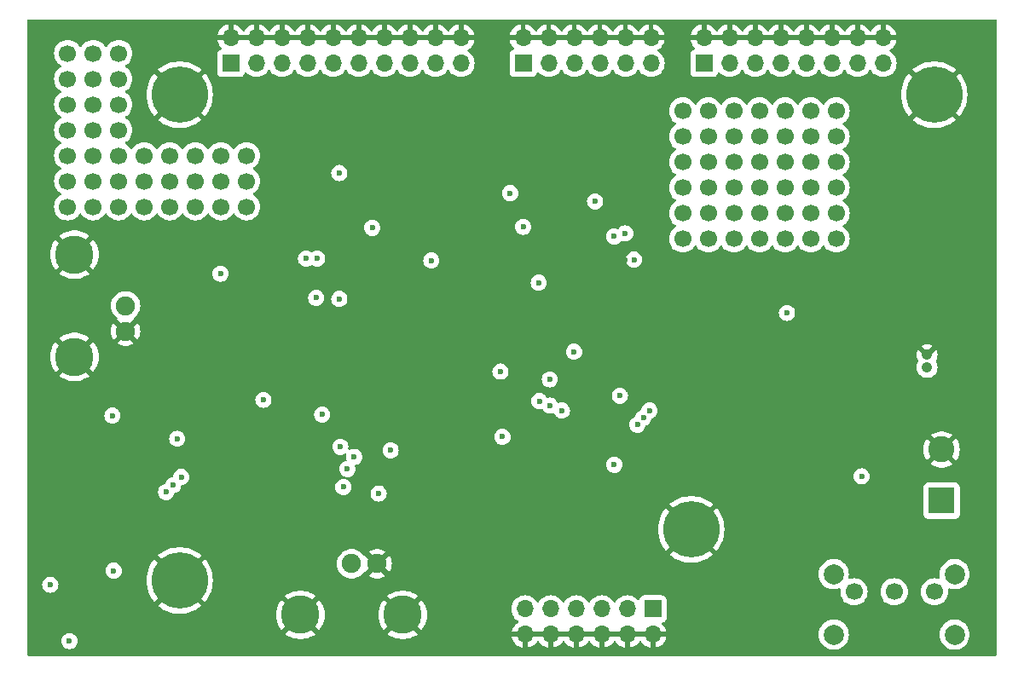
<source format=gbr>
%TF.GenerationSoftware,KiCad,Pcbnew,8.0.8*%
%TF.CreationDate,2025-07-15T12:33:29-07:00*%
%TF.ProjectId,complete_SR1,636f6d70-6c65-4746-955f-5352312e6b69,rev?*%
%TF.SameCoordinates,Original*%
%TF.FileFunction,Copper,L2,Inr*%
%TF.FilePolarity,Positive*%
%FSLAX46Y46*%
G04 Gerber Fmt 4.6, Leading zero omitted, Abs format (unit mm)*
G04 Created by KiCad (PCBNEW 8.0.8) date 2025-07-15 12:33:29*
%MOMM*%
%LPD*%
G01*
G04 APERTURE LIST*
%TA.AperFunction,ComponentPad*%
%ADD10C,1.700000*%
%TD*%
%TA.AperFunction,ComponentPad*%
%ADD11C,1.066800*%
%TD*%
%TA.AperFunction,ComponentPad*%
%ADD12C,5.600000*%
%TD*%
%TA.AperFunction,ComponentPad*%
%ADD13C,2.000000*%
%TD*%
%TA.AperFunction,ComponentPad*%
%ADD14R,1.700000X1.700000*%
%TD*%
%TA.AperFunction,ComponentPad*%
%ADD15O,1.700000X1.700000*%
%TD*%
%TA.AperFunction,ComponentPad*%
%ADD16R,2.600000X2.600000*%
%TD*%
%TA.AperFunction,ComponentPad*%
%ADD17C,2.600000*%
%TD*%
%TA.AperFunction,ComponentPad*%
%ADD18C,1.905000*%
%TD*%
%TA.AperFunction,ComponentPad*%
%ADD19C,3.810000*%
%TD*%
%TA.AperFunction,ViaPad*%
%ADD20C,0.600000*%
%TD*%
G04 APERTURE END LIST*
D10*
%TO.N,*%
%TO.C,REF\u002A\u002A554*%
X21200000Y-15520000D03*
%TD*%
%TO.N,*%
%TO.C,REF\u002A\u002A554*%
X21200000Y-18060000D03*
%TD*%
%TO.N,*%
%TO.C,REF\u002A\u002A554*%
X21200000Y-23140000D03*
%TD*%
%TO.N,*%
%TO.C,REF\u002A\u002A554*%
X21200000Y-20600000D03*
%TD*%
%TO.N,*%
%TO.C,REF\u002A\u002A554*%
X18660000Y-15520000D03*
%TD*%
%TO.N,*%
%TO.C,REF\u002A\u002A554*%
X18660000Y-18060000D03*
%TD*%
%TO.N,*%
%TO.C,REF\u002A\u002A554*%
X18660000Y-23140000D03*
%TD*%
%TO.N,*%
%TO.C,REF\u002A\u002A554*%
X18660000Y-20600000D03*
%TD*%
%TO.N,*%
%TO.C,REF\u002A\u002A554*%
X16120000Y-23140000D03*
%TD*%
%TO.N,*%
%TO.C,REF\u002A\u002A554*%
X16120000Y-25680000D03*
%TD*%
%TO.N,*%
%TO.C,REF\u002A\u002A554*%
X16120000Y-15520000D03*
%TD*%
%TO.N,*%
%TO.C,REF\u002A\u002A554*%
X16120000Y-30760000D03*
%TD*%
%TO.N,*%
%TO.C,REF\u002A\u002A554*%
X16120000Y-28220000D03*
%TD*%
%TO.N,*%
%TO.C,REF\u002A\u002A554*%
X16120000Y-20600000D03*
%TD*%
%TO.N,*%
%TO.C,REF\u002A\u002A554*%
X16120000Y-18060000D03*
%TD*%
%TO.N,*%
%TO.C,REF\u002A\u002A554*%
X26270000Y-30750000D03*
%TD*%
%TO.N,*%
%TO.C,REF\u002A\u002A554*%
X23730000Y-30750000D03*
%TD*%
%TO.N,*%
%TO.C,REF\u002A\u002A554*%
X33890000Y-30750000D03*
%TD*%
%TO.N,*%
%TO.C,REF\u002A\u002A554*%
X18650000Y-30750000D03*
%TD*%
%TO.N,*%
%TO.C,REF\u002A\u002A554*%
X21190000Y-30750000D03*
%TD*%
%TO.N,*%
%TO.C,REF\u002A\u002A554*%
X28810000Y-30750000D03*
%TD*%
%TO.N,*%
%TO.C,REF\u002A\u002A554*%
X31350000Y-30750000D03*
%TD*%
%TO.N,*%
%TO.C,REF\u002A\u002A554*%
X21190000Y-28210000D03*
%TD*%
%TO.N,*%
%TO.C,REF\u002A\u002A554*%
X26270000Y-28210000D03*
%TD*%
%TO.N,*%
%TO.C,REF\u002A\u002A554*%
X23730000Y-28210000D03*
%TD*%
%TO.N,*%
%TO.C,REF\u002A\u002A554*%
X28810000Y-28210000D03*
%TD*%
%TO.N,*%
%TO.C,REF\u002A\u002A554*%
X33890000Y-28210000D03*
%TD*%
%TO.N,*%
%TO.C,REF\u002A\u002A554*%
X18650000Y-28210000D03*
%TD*%
%TO.N,*%
%TO.C,REF\u002A\u002A554*%
X31350000Y-28210000D03*
%TD*%
%TO.N,*%
%TO.C,REF\u002A\u002A554*%
X21190000Y-25670000D03*
%TD*%
%TO.N,*%
%TO.C,REF\u002A\u002A554*%
X31350000Y-25670000D03*
%TD*%
%TO.N,*%
%TO.C,REF\u002A\u002A554*%
X26270000Y-25670000D03*
%TD*%
%TO.N,*%
%TO.C,REF\u002A\u002A554*%
X18650000Y-25670000D03*
%TD*%
%TO.N,*%
%TO.C,REF\u002A\u002A554*%
X23730000Y-25670000D03*
%TD*%
%TO.N,*%
%TO.C,REF\u002A\u002A554*%
X28810000Y-25670000D03*
%TD*%
%TO.N,*%
%TO.C,REF\u002A\u002A554*%
X33890000Y-25670000D03*
%TD*%
%TO.N,*%
%TO.C,REF\u002A\u002A554*%
X79740000Y-33940000D03*
%TD*%
%TO.N,*%
%TO.C,REF\u002A\u002A554*%
X89900000Y-33940000D03*
%TD*%
%TO.N,*%
%TO.C,REF\u002A\u002A554*%
X84820000Y-33940000D03*
%TD*%
%TO.N,*%
%TO.C,REF\u002A\u002A554*%
X77200000Y-33940000D03*
%TD*%
%TO.N,*%
%TO.C,REF\u002A\u002A554*%
X82280000Y-33940000D03*
%TD*%
%TO.N,*%
%TO.C,REF\u002A\u002A554*%
X87360000Y-33940000D03*
%TD*%
%TO.N,*%
%TO.C,REF\u002A\u002A554*%
X92440000Y-33940000D03*
%TD*%
%TO.N,*%
%TO.C,REF\u002A\u002A554*%
X84820000Y-31400000D03*
%TD*%
%TO.N,*%
%TO.C,REF\u002A\u002A554*%
X79740000Y-31400000D03*
%TD*%
%TO.N,*%
%TO.C,REF\u002A\u002A554*%
X87360000Y-31400000D03*
%TD*%
%TO.N,*%
%TO.C,REF\u002A\u002A554*%
X89900000Y-31400000D03*
%TD*%
%TO.N,*%
%TO.C,REF\u002A\u002A554*%
X82280000Y-31400000D03*
%TD*%
%TO.N,*%
%TO.C,REF\u002A\u002A554*%
X77200000Y-31400000D03*
%TD*%
%TO.N,*%
%TO.C,REF\u002A\u002A554*%
X92440000Y-31400000D03*
%TD*%
%TO.N,*%
%TO.C,REF\u002A\u002A554*%
X84820000Y-28860000D03*
%TD*%
%TO.N,*%
%TO.C,REF\u002A\u002A554*%
X89900000Y-28860000D03*
%TD*%
%TO.N,*%
%TO.C,REF\u002A\u002A554*%
X79740000Y-28860000D03*
%TD*%
%TO.N,*%
%TO.C,REF\u002A\u002A554*%
X77200000Y-28860000D03*
%TD*%
%TO.N,*%
%TO.C,REF\u002A\u002A554*%
X92440000Y-28860000D03*
%TD*%
%TO.N,*%
%TO.C,REF\u002A\u002A554*%
X87360000Y-28860000D03*
%TD*%
%TO.N,*%
%TO.C,REF\u002A\u002A554*%
X82280000Y-28860000D03*
%TD*%
%TO.N,*%
%TO.C,REF\u002A\u002A554*%
X89900000Y-26320000D03*
%TD*%
%TO.N,*%
%TO.C,REF\u002A\u002A554*%
X79740000Y-26320000D03*
%TD*%
%TO.N,*%
%TO.C,REF\u002A\u002A554*%
X84820000Y-26320000D03*
%TD*%
%TO.N,*%
%TO.C,REF\u002A\u002A554*%
X92440000Y-26320000D03*
%TD*%
%TO.N,*%
%TO.C,REF\u002A\u002A554*%
X87360000Y-26320000D03*
%TD*%
%TO.N,*%
%TO.C,REF\u002A\u002A554*%
X82280000Y-26320000D03*
%TD*%
%TO.N,*%
%TO.C,REF\u002A\u002A554*%
X77200000Y-26320000D03*
%TD*%
%TO.N,*%
%TO.C,REF\u002A\u002A554*%
X92440000Y-23780000D03*
%TD*%
%TO.N,*%
%TO.C,REF\u002A\u002A554*%
X89900000Y-23780000D03*
%TD*%
%TO.N,*%
%TO.C,REF\u002A\u002A554*%
X79740000Y-23780000D03*
%TD*%
%TO.N,*%
%TO.C,REF\u002A\u002A554*%
X84820000Y-23780000D03*
%TD*%
%TO.N,*%
%TO.C,REF\u002A\u002A554*%
X87360000Y-23780000D03*
%TD*%
%TO.N,*%
%TO.C,REF\u002A\u002A554*%
X82280000Y-23780000D03*
%TD*%
%TO.N,*%
%TO.C,REF\u002A\u002A554*%
X77200000Y-23780000D03*
%TD*%
%TO.N,*%
%TO.C,REF\u002A\u002A554*%
X92440000Y-21240000D03*
%TD*%
%TO.N,*%
%TO.C,REF\u002A\u002A554*%
X89900000Y-21240000D03*
%TD*%
%TO.N,*%
%TO.C,REF\u002A\u002A554*%
X87360000Y-21240000D03*
%TD*%
%TO.N,*%
%TO.C,REF\u002A\u002A554*%
X84820000Y-21240000D03*
%TD*%
%TO.N,*%
%TO.C,REF\u002A\u002A554*%
X82280000Y-21240000D03*
%TD*%
%TO.N,*%
%TO.C,REF\u002A\u002A554*%
X79740000Y-21240000D03*
%TD*%
%TO.N,*%
%TO.C,REF\u002A\u002A554*%
X77200000Y-21240000D03*
%TD*%
D11*
%TO.N,GND*%
%TO.C,J3*%
X101474000Y-45470100D03*
%TO.N,/3V7B*%
X101474000Y-46720100D03*
%TD*%
D12*
%TO.N,GND*%
%TO.C,H4*%
X78040000Y-62800000D03*
%TD*%
%TO.N,GND*%
%TO.C,H3*%
X102170000Y-19620000D03*
%TD*%
%TO.N,GND*%
%TO.C,H2*%
X27240000Y-19620000D03*
%TD*%
%TO.N,GND*%
%TO.C,H1*%
X27240000Y-67880000D03*
%TD*%
D13*
%TO.N,*%
%TO.C,SW1*%
X92200000Y-67250000D03*
X92200000Y-73250000D03*
X104200000Y-67250000D03*
X104200000Y-73250000D03*
D10*
%TO.N,/3V7P*%
X94200000Y-69000000D03*
%TO.N,/3V7*%
X98200000Y-69000000D03*
%TO.N,/3V7B*%
X102200000Y-69000000D03*
%TD*%
D14*
%TO.N,unconnected-(J8-Pin_1-Pad1)*%
%TO.C,J8*%
X79310000Y-16500000D03*
D15*
%TO.N,GND*%
X79310000Y-13960000D03*
%TO.N,/DAC_DIN*%
X81850000Y-16500000D03*
%TO.N,GND*%
X81850000Y-13960000D03*
%TO.N,/DAC_SCLK*%
X84390000Y-16500000D03*
%TO.N,GND*%
X84390000Y-13960000D03*
%TO.N,unconnected-(J8-Pin_7-Pad7)*%
X86930000Y-16500000D03*
%TO.N,GND*%
X86930000Y-13960000D03*
%TO.N,unconnected-(J8-Pin_9-Pad9)*%
X89470000Y-16500000D03*
%TO.N,GND*%
X89470000Y-13960000D03*
%TO.N,unconnected-(J8-Pin_11-Pad11)*%
X92010000Y-16500000D03*
%TO.N,GND*%
X92010000Y-13960000D03*
%TO.N,/DAC_SYNC*%
X94550000Y-16500000D03*
%TO.N,GND*%
X94550000Y-13960000D03*
%TO.N,/PWR_EN*%
X97090000Y-16500000D03*
%TO.N,GND*%
X97090000Y-13960000D03*
%TD*%
D16*
%TO.N,/3V7P*%
%TO.C,J2*%
X102905000Y-59945000D03*
D17*
%TO.N,GND*%
X102905000Y-54865000D03*
%TD*%
D14*
%TO.N,/AIN0*%
%TO.C,J9*%
X74240000Y-70700000D03*
D15*
%TO.N,GND*%
X74240000Y-73240000D03*
%TO.N,/V_VG{slash}AIN1*%
X71700000Y-70700000D03*
%TO.N,GND*%
X71700000Y-73240000D03*
%TO.N,/V_INN{slash}AIN2*%
X69160000Y-70700000D03*
%TO.N,GND*%
X69160000Y-73240000D03*
%TO.N,/V_REF{slash}AIN3*%
X66620000Y-70700000D03*
%TO.N,GND*%
X66620000Y-73240000D03*
%TO.N,/V_FS{slash}AIN4*%
X64080000Y-70700000D03*
%TO.N,GND*%
X64080000Y-73240000D03*
%TO.N,/EXC{slash}AIN5*%
X61540000Y-70700000D03*
%TO.N,GND*%
X61540000Y-73240000D03*
%TD*%
D14*
%TO.N,/SINE_MODE*%
%TO.C,J7*%
X61350000Y-16500000D03*
D15*
%TO.N,GND*%
X61350000Y-13960000D03*
%TO.N,/RHEO_SYNC_100*%
X63890000Y-16500000D03*
%TO.N,GND*%
X63890000Y-13960000D03*
%TO.N,/RHEO_SCLK*%
X66430000Y-16500000D03*
%TO.N,GND*%
X66430000Y-13960000D03*
%TO.N,/RHEO_DIN*%
X68970000Y-16500000D03*
%TO.N,GND*%
X68970000Y-13960000D03*
%TO.N,/RHEO_SDO*%
X71510000Y-16500000D03*
%TO.N,GND*%
X71510000Y-13960000D03*
%TO.N,/INAMP_SHDN*%
X74050000Y-16500000D03*
%TO.N,GND*%
X74050000Y-13960000D03*
%TD*%
D14*
%TO.N,/OSC_OE*%
%TO.C,J6*%
X32320000Y-16500000D03*
D15*
%TO.N,GND*%
X32320000Y-13960000D03*
%TO.N,/DDS_FSYNC*%
X34860000Y-16500000D03*
%TO.N,GND*%
X34860000Y-13960000D03*
%TO.N,/DDS_SCLK*%
X37400000Y-16500000D03*
%TO.N,GND*%
X37400000Y-13960000D03*
%TO.N,unconnected-(J6-Pin_7-Pad7)*%
X39940000Y-16500000D03*
%TO.N,GND*%
X39940000Y-13960000D03*
%TO.N,/DDS_SDATA*%
X42480000Y-16500000D03*
%TO.N,GND*%
X42480000Y-13960000D03*
%TO.N,/RHEO_SYNC_20*%
X45020000Y-16500000D03*
%TO.N,GND*%
X45020000Y-13960000D03*
%TO.N,/MUX_EN*%
X47560000Y-16500000D03*
%TO.N,GND*%
X47560000Y-13960000D03*
%TO.N,/MUX0*%
X50100000Y-16500000D03*
%TO.N,GND*%
X50100000Y-13960000D03*
%TO.N,/MUX1*%
X52640000Y-16500000D03*
%TO.N,GND*%
X52640000Y-13960000D03*
%TO.N,/MUX2*%
X55180000Y-16500000D03*
%TO.N,GND*%
X55180000Y-13960000D03*
%TD*%
D18*
%TO.N,/EXC{slash}AIN5*%
%TO.C,J5*%
X44320000Y-66220000D03*
D19*
%TO.N,GND*%
X49400000Y-71300000D03*
D18*
X46860000Y-66220000D03*
D19*
X39240000Y-71300000D03*
%TD*%
%TO.N,GND*%
%TO.C,J1*%
X16800000Y-35500000D03*
D18*
X21880000Y-43120000D03*
D19*
X16800000Y-45660000D03*
D18*
%TO.N,/DATA_IN*%
X21880000Y-40580000D03*
%TD*%
D20*
%TO.N,GND*%
X75852500Y-43267500D03*
X20640000Y-72230000D03*
X59740000Y-40490000D03*
X30060000Y-49010000D03*
X96700000Y-28940000D03*
%TO.N,/3V3*%
X70400000Y-56380000D03*
%TO.N,GND*%
X68650000Y-43440000D03*
%TO.N,/3V3*%
X66410000Y-45150000D03*
%TO.N,GND*%
X64110000Y-44990000D03*
X50380000Y-38420000D03*
%TO.N,/3V3*%
X46370000Y-32840000D03*
X68500000Y-30220000D03*
%TO.N,GND*%
X52150000Y-27730000D03*
X48520000Y-27720000D03*
X45900000Y-27650000D03*
X40840000Y-26270000D03*
X55620000Y-27880000D03*
X63600000Y-27460000D03*
%TO.N,/3V3*%
X60070000Y-29400000D03*
%TO.N,GND*%
X61560000Y-34590000D03*
%TO.N,/EXC{slash}AIN5*%
X48190000Y-54950000D03*
X52240000Y-36100000D03*
%TO.N,GND*%
X41860000Y-35200000D03*
X43480000Y-44930000D03*
X16300000Y-62950000D03*
%TO.N,/OSC_OE*%
X14400000Y-68300000D03*
%TO.N,/DDS_FSYNC*%
X27400000Y-57600000D03*
%TO.N,/DDS_SCLK*%
X26600000Y-58400000D03*
%TO.N,/DDS_SDATA*%
X25900000Y-59100000D03*
%TO.N,/DAC_SYNC*%
X72700000Y-52400000D03*
%TO.N,/DAC_SCLK*%
X73300000Y-51700000D03*
%TO.N,/DAC_DIN*%
X73900000Y-51000000D03*
%TO.N,/RHEO_SDO*%
X43500000Y-58600000D03*
%TO.N,/RHEO_DIN*%
X43900000Y-56800000D03*
%TO.N,/RHEO_SDO*%
X72360000Y-36000000D03*
%TO.N,/RHEO_DIN*%
X71500000Y-33400000D03*
%TO.N,/RHEO_SCLK*%
X44581000Y-55600000D03*
X70400000Y-33700000D03*
%TO.N,/SINE_MODE*%
X59300000Y-53600000D03*
X61350000Y-32750000D03*
%TO.N,/RHEO_SYNC_20*%
X43200000Y-54600000D03*
X39800000Y-35900000D03*
%TO.N,GND*%
X45200000Y-46800000D03*
X54980000Y-30017500D03*
%TO.N,/MUX0*%
X40900000Y-35900000D03*
%TO.N,/MUX_EN*%
X43100000Y-27400000D03*
X43100000Y-39900000D03*
%TO.N,/MUX0*%
X40800000Y-39800000D03*
%TO.N,/V_VG{slash}AIN1*%
X59100000Y-47125000D03*
X65200000Y-51000000D03*
%TO.N,/V_INN{slash}AIN2*%
X64000000Y-47900000D03*
X64000000Y-50500000D03*
%TO.N,GND*%
X56300000Y-53100000D03*
X56100000Y-50500000D03*
%TO.N,/3V3*%
X70962500Y-49537500D03*
%TO.N,GND*%
X71262500Y-47462500D03*
%TO.N,/V_REF{slash}AIN3*%
X62900000Y-38300000D03*
X62959324Y-50059324D03*
%TO.N,GND*%
X95062500Y-62437500D03*
X86200000Y-61700000D03*
X99300000Y-38500000D03*
X97200000Y-41200000D03*
X97300000Y-37300000D03*
%TO.N,/3V3*%
X87550000Y-41300000D03*
%TO.N,GND*%
X91777500Y-45622500D03*
X91835000Y-52335000D03*
X86437500Y-51662500D03*
%TO.N,/3V3*%
X94962500Y-57537500D03*
%TO.N,GND*%
X71500000Y-36000000D03*
X47037500Y-57162500D03*
%TO.N,/3V3*%
X47000000Y-59237500D03*
%TO.N,GND*%
X56875000Y-56675000D03*
X27762500Y-41337500D03*
%TO.N,/3V3*%
X31300000Y-37400000D03*
%TO.N,GND*%
X35100000Y-45300000D03*
X37700000Y-44800000D03*
%TO.N,/3V3*%
X41400000Y-51400000D03*
X35562500Y-49937500D03*
%TO.N,GND*%
X38800000Y-51600000D03*
X32100000Y-59000000D03*
X24900000Y-49800000D03*
%TO.N,/3V3*%
X27000000Y-53800000D03*
%TO.N,GND*%
X16552500Y-51647500D03*
%TO.N,/3V3*%
X20562500Y-51500000D03*
%TO.N,GND*%
X22426250Y-56726250D03*
X14450000Y-66350000D03*
%TO.N,/3V3*%
X20700000Y-66900000D03*
X16300000Y-73900000D03*
%TD*%
%TA.AperFunction,Conductor*%
%TO.N,GND*%
G36*
X63614075Y-73047007D02*
G01*
X63580000Y-73174174D01*
X63580000Y-73305826D01*
X63614075Y-73432993D01*
X63646988Y-73490000D01*
X61973012Y-73490000D01*
X62005925Y-73432993D01*
X62040000Y-73305826D01*
X62040000Y-73174174D01*
X62005925Y-73047007D01*
X61973012Y-72990000D01*
X63646988Y-72990000D01*
X63614075Y-73047007D01*
G37*
%TD.AperFunction*%
%TA.AperFunction,Conductor*%
G36*
X66154075Y-73047007D02*
G01*
X66120000Y-73174174D01*
X66120000Y-73305826D01*
X66154075Y-73432993D01*
X66186988Y-73490000D01*
X64513012Y-73490000D01*
X64545925Y-73432993D01*
X64580000Y-73305826D01*
X64580000Y-73174174D01*
X64545925Y-73047007D01*
X64513012Y-72990000D01*
X66186988Y-72990000D01*
X66154075Y-73047007D01*
G37*
%TD.AperFunction*%
%TA.AperFunction,Conductor*%
G36*
X68694075Y-73047007D02*
G01*
X68660000Y-73174174D01*
X68660000Y-73305826D01*
X68694075Y-73432993D01*
X68726988Y-73490000D01*
X67053012Y-73490000D01*
X67085925Y-73432993D01*
X67120000Y-73305826D01*
X67120000Y-73174174D01*
X67085925Y-73047007D01*
X67053012Y-72990000D01*
X68726988Y-72990000D01*
X68694075Y-73047007D01*
G37*
%TD.AperFunction*%
%TA.AperFunction,Conductor*%
G36*
X71234075Y-73047007D02*
G01*
X71200000Y-73174174D01*
X71200000Y-73305826D01*
X71234075Y-73432993D01*
X71266988Y-73490000D01*
X69593012Y-73490000D01*
X69625925Y-73432993D01*
X69660000Y-73305826D01*
X69660000Y-73174174D01*
X69625925Y-73047007D01*
X69593012Y-72990000D01*
X71266988Y-72990000D01*
X71234075Y-73047007D01*
G37*
%TD.AperFunction*%
%TA.AperFunction,Conductor*%
G36*
X73774075Y-73047007D02*
G01*
X73740000Y-73174174D01*
X73740000Y-73305826D01*
X73774075Y-73432993D01*
X73806988Y-73490000D01*
X72133012Y-73490000D01*
X72165925Y-73432993D01*
X72200000Y-73305826D01*
X72200000Y-73174174D01*
X72165925Y-73047007D01*
X72133012Y-72990000D01*
X73806988Y-72990000D01*
X73774075Y-73047007D01*
G37*
%TD.AperFunction*%
%TA.AperFunction,Conductor*%
G36*
X34394075Y-13767007D02*
G01*
X34360000Y-13894174D01*
X34360000Y-14025826D01*
X34394075Y-14152993D01*
X34426988Y-14210000D01*
X32753012Y-14210000D01*
X32785925Y-14152993D01*
X32820000Y-14025826D01*
X32820000Y-13894174D01*
X32785925Y-13767007D01*
X32753012Y-13710000D01*
X34426988Y-13710000D01*
X34394075Y-13767007D01*
G37*
%TD.AperFunction*%
%TA.AperFunction,Conductor*%
G36*
X36934075Y-13767007D02*
G01*
X36900000Y-13894174D01*
X36900000Y-14025826D01*
X36934075Y-14152993D01*
X36966988Y-14210000D01*
X35293012Y-14210000D01*
X35325925Y-14152993D01*
X35360000Y-14025826D01*
X35360000Y-13894174D01*
X35325925Y-13767007D01*
X35293012Y-13710000D01*
X36966988Y-13710000D01*
X36934075Y-13767007D01*
G37*
%TD.AperFunction*%
%TA.AperFunction,Conductor*%
G36*
X39474075Y-13767007D02*
G01*
X39440000Y-13894174D01*
X39440000Y-14025826D01*
X39474075Y-14152993D01*
X39506988Y-14210000D01*
X37833012Y-14210000D01*
X37865925Y-14152993D01*
X37900000Y-14025826D01*
X37900000Y-13894174D01*
X37865925Y-13767007D01*
X37833012Y-13710000D01*
X39506988Y-13710000D01*
X39474075Y-13767007D01*
G37*
%TD.AperFunction*%
%TA.AperFunction,Conductor*%
G36*
X42014075Y-13767007D02*
G01*
X41980000Y-13894174D01*
X41980000Y-14025826D01*
X42014075Y-14152993D01*
X42046988Y-14210000D01*
X40373012Y-14210000D01*
X40405925Y-14152993D01*
X40440000Y-14025826D01*
X40440000Y-13894174D01*
X40405925Y-13767007D01*
X40373012Y-13710000D01*
X42046988Y-13710000D01*
X42014075Y-13767007D01*
G37*
%TD.AperFunction*%
%TA.AperFunction,Conductor*%
G36*
X44554075Y-13767007D02*
G01*
X44520000Y-13894174D01*
X44520000Y-14025826D01*
X44554075Y-14152993D01*
X44586988Y-14210000D01*
X42913012Y-14210000D01*
X42945925Y-14152993D01*
X42980000Y-14025826D01*
X42980000Y-13894174D01*
X42945925Y-13767007D01*
X42913012Y-13710000D01*
X44586988Y-13710000D01*
X44554075Y-13767007D01*
G37*
%TD.AperFunction*%
%TA.AperFunction,Conductor*%
G36*
X47094075Y-13767007D02*
G01*
X47060000Y-13894174D01*
X47060000Y-14025826D01*
X47094075Y-14152993D01*
X47126988Y-14210000D01*
X45453012Y-14210000D01*
X45485925Y-14152993D01*
X45520000Y-14025826D01*
X45520000Y-13894174D01*
X45485925Y-13767007D01*
X45453012Y-13710000D01*
X47126988Y-13710000D01*
X47094075Y-13767007D01*
G37*
%TD.AperFunction*%
%TA.AperFunction,Conductor*%
G36*
X49634075Y-13767007D02*
G01*
X49600000Y-13894174D01*
X49600000Y-14025826D01*
X49634075Y-14152993D01*
X49666988Y-14210000D01*
X47993012Y-14210000D01*
X48025925Y-14152993D01*
X48060000Y-14025826D01*
X48060000Y-13894174D01*
X48025925Y-13767007D01*
X47993012Y-13710000D01*
X49666988Y-13710000D01*
X49634075Y-13767007D01*
G37*
%TD.AperFunction*%
%TA.AperFunction,Conductor*%
G36*
X52174075Y-13767007D02*
G01*
X52140000Y-13894174D01*
X52140000Y-14025826D01*
X52174075Y-14152993D01*
X52206988Y-14210000D01*
X50533012Y-14210000D01*
X50565925Y-14152993D01*
X50600000Y-14025826D01*
X50600000Y-13894174D01*
X50565925Y-13767007D01*
X50533012Y-13710000D01*
X52206988Y-13710000D01*
X52174075Y-13767007D01*
G37*
%TD.AperFunction*%
%TA.AperFunction,Conductor*%
G36*
X54714075Y-13767007D02*
G01*
X54680000Y-13894174D01*
X54680000Y-14025826D01*
X54714075Y-14152993D01*
X54746988Y-14210000D01*
X53073012Y-14210000D01*
X53105925Y-14152993D01*
X53140000Y-14025826D01*
X53140000Y-13894174D01*
X53105925Y-13767007D01*
X53073012Y-13710000D01*
X54746988Y-13710000D01*
X54714075Y-13767007D01*
G37*
%TD.AperFunction*%
%TA.AperFunction,Conductor*%
G36*
X63424075Y-13767007D02*
G01*
X63390000Y-13894174D01*
X63390000Y-14025826D01*
X63424075Y-14152993D01*
X63456988Y-14210000D01*
X61783012Y-14210000D01*
X61815925Y-14152993D01*
X61850000Y-14025826D01*
X61850000Y-13894174D01*
X61815925Y-13767007D01*
X61783012Y-13710000D01*
X63456988Y-13710000D01*
X63424075Y-13767007D01*
G37*
%TD.AperFunction*%
%TA.AperFunction,Conductor*%
G36*
X65964075Y-13767007D02*
G01*
X65930000Y-13894174D01*
X65930000Y-14025826D01*
X65964075Y-14152993D01*
X65996988Y-14210000D01*
X64323012Y-14210000D01*
X64355925Y-14152993D01*
X64390000Y-14025826D01*
X64390000Y-13894174D01*
X64355925Y-13767007D01*
X64323012Y-13710000D01*
X65996988Y-13710000D01*
X65964075Y-13767007D01*
G37*
%TD.AperFunction*%
%TA.AperFunction,Conductor*%
G36*
X68504075Y-13767007D02*
G01*
X68470000Y-13894174D01*
X68470000Y-14025826D01*
X68504075Y-14152993D01*
X68536988Y-14210000D01*
X66863012Y-14210000D01*
X66895925Y-14152993D01*
X66930000Y-14025826D01*
X66930000Y-13894174D01*
X66895925Y-13767007D01*
X66863012Y-13710000D01*
X68536988Y-13710000D01*
X68504075Y-13767007D01*
G37*
%TD.AperFunction*%
%TA.AperFunction,Conductor*%
G36*
X71044075Y-13767007D02*
G01*
X71010000Y-13894174D01*
X71010000Y-14025826D01*
X71044075Y-14152993D01*
X71076988Y-14210000D01*
X69403012Y-14210000D01*
X69435925Y-14152993D01*
X69470000Y-14025826D01*
X69470000Y-13894174D01*
X69435925Y-13767007D01*
X69403012Y-13710000D01*
X71076988Y-13710000D01*
X71044075Y-13767007D01*
G37*
%TD.AperFunction*%
%TA.AperFunction,Conductor*%
G36*
X73584075Y-13767007D02*
G01*
X73550000Y-13894174D01*
X73550000Y-14025826D01*
X73584075Y-14152993D01*
X73616988Y-14210000D01*
X71943012Y-14210000D01*
X71975925Y-14152993D01*
X72010000Y-14025826D01*
X72010000Y-13894174D01*
X71975925Y-13767007D01*
X71943012Y-13710000D01*
X73616988Y-13710000D01*
X73584075Y-13767007D01*
G37*
%TD.AperFunction*%
%TA.AperFunction,Conductor*%
G36*
X81384075Y-13767007D02*
G01*
X81350000Y-13894174D01*
X81350000Y-14025826D01*
X81384075Y-14152993D01*
X81416988Y-14210000D01*
X79743012Y-14210000D01*
X79775925Y-14152993D01*
X79810000Y-14025826D01*
X79810000Y-13894174D01*
X79775925Y-13767007D01*
X79743012Y-13710000D01*
X81416988Y-13710000D01*
X81384075Y-13767007D01*
G37*
%TD.AperFunction*%
%TA.AperFunction,Conductor*%
G36*
X83924075Y-13767007D02*
G01*
X83890000Y-13894174D01*
X83890000Y-14025826D01*
X83924075Y-14152993D01*
X83956988Y-14210000D01*
X82283012Y-14210000D01*
X82315925Y-14152993D01*
X82350000Y-14025826D01*
X82350000Y-13894174D01*
X82315925Y-13767007D01*
X82283012Y-13710000D01*
X83956988Y-13710000D01*
X83924075Y-13767007D01*
G37*
%TD.AperFunction*%
%TA.AperFunction,Conductor*%
G36*
X86464075Y-13767007D02*
G01*
X86430000Y-13894174D01*
X86430000Y-14025826D01*
X86464075Y-14152993D01*
X86496988Y-14210000D01*
X84823012Y-14210000D01*
X84855925Y-14152993D01*
X84890000Y-14025826D01*
X84890000Y-13894174D01*
X84855925Y-13767007D01*
X84823012Y-13710000D01*
X86496988Y-13710000D01*
X86464075Y-13767007D01*
G37*
%TD.AperFunction*%
%TA.AperFunction,Conductor*%
G36*
X89004075Y-13767007D02*
G01*
X88970000Y-13894174D01*
X88970000Y-14025826D01*
X89004075Y-14152993D01*
X89036988Y-14210000D01*
X87363012Y-14210000D01*
X87395925Y-14152993D01*
X87430000Y-14025826D01*
X87430000Y-13894174D01*
X87395925Y-13767007D01*
X87363012Y-13710000D01*
X89036988Y-13710000D01*
X89004075Y-13767007D01*
G37*
%TD.AperFunction*%
%TA.AperFunction,Conductor*%
G36*
X91544075Y-13767007D02*
G01*
X91510000Y-13894174D01*
X91510000Y-14025826D01*
X91544075Y-14152993D01*
X91576988Y-14210000D01*
X89903012Y-14210000D01*
X89935925Y-14152993D01*
X89970000Y-14025826D01*
X89970000Y-13894174D01*
X89935925Y-13767007D01*
X89903012Y-13710000D01*
X91576988Y-13710000D01*
X91544075Y-13767007D01*
G37*
%TD.AperFunction*%
%TA.AperFunction,Conductor*%
G36*
X94084075Y-13767007D02*
G01*
X94050000Y-13894174D01*
X94050000Y-14025826D01*
X94084075Y-14152993D01*
X94116988Y-14210000D01*
X92443012Y-14210000D01*
X92475925Y-14152993D01*
X92510000Y-14025826D01*
X92510000Y-13894174D01*
X92475925Y-13767007D01*
X92443012Y-13710000D01*
X94116988Y-13710000D01*
X94084075Y-13767007D01*
G37*
%TD.AperFunction*%
%TA.AperFunction,Conductor*%
G36*
X96624075Y-13767007D02*
G01*
X96590000Y-13894174D01*
X96590000Y-14025826D01*
X96624075Y-14152993D01*
X96656988Y-14210000D01*
X94983012Y-14210000D01*
X95015925Y-14152993D01*
X95050000Y-14025826D01*
X95050000Y-13894174D01*
X95015925Y-13767007D01*
X94983012Y-13710000D01*
X96656988Y-13710000D01*
X96624075Y-13767007D01*
G37*
%TD.AperFunction*%
%TA.AperFunction,Conductor*%
G36*
X108335539Y-12147185D02*
G01*
X108381294Y-12199989D01*
X108392500Y-12251500D01*
X108392500Y-75248500D01*
X108372815Y-75315539D01*
X108320011Y-75361294D01*
X108268500Y-75372500D01*
X12251500Y-75372500D01*
X12184461Y-75352815D01*
X12138706Y-75300011D01*
X12127500Y-75248500D01*
X12127500Y-73899996D01*
X15494435Y-73899996D01*
X15494435Y-73900003D01*
X15514630Y-74079249D01*
X15514631Y-74079254D01*
X15574211Y-74249523D01*
X15642208Y-74357738D01*
X15670184Y-74402262D01*
X15797738Y-74529816D01*
X15950478Y-74625789D01*
X15959169Y-74628830D01*
X16120745Y-74685368D01*
X16120750Y-74685369D01*
X16299996Y-74705565D01*
X16300000Y-74705565D01*
X16300004Y-74705565D01*
X16479249Y-74685369D01*
X16479252Y-74685368D01*
X16479255Y-74685368D01*
X16649522Y-74625789D01*
X16802262Y-74529816D01*
X16929816Y-74402262D01*
X17025789Y-74249522D01*
X17085368Y-74079255D01*
X17085369Y-74079249D01*
X17105565Y-73900003D01*
X17105565Y-73899996D01*
X17085369Y-73720750D01*
X17085368Y-73720745D01*
X17025788Y-73550476D01*
X16929815Y-73397737D01*
X16802262Y-73270184D01*
X16649523Y-73174211D01*
X16479254Y-73114631D01*
X16479249Y-73114630D01*
X16300004Y-73094435D01*
X16299996Y-73094435D01*
X16120750Y-73114630D01*
X16120745Y-73114631D01*
X15950476Y-73174211D01*
X15797737Y-73270184D01*
X15670184Y-73397737D01*
X15574211Y-73550476D01*
X15514631Y-73720745D01*
X15514630Y-73720750D01*
X15494435Y-73899996D01*
X12127500Y-73899996D01*
X12127500Y-71299994D01*
X36830245Y-71299994D01*
X36830245Y-71300005D01*
X36849245Y-71602011D01*
X36849246Y-71602018D01*
X36905953Y-71899286D01*
X36999466Y-72187091D01*
X36999468Y-72187096D01*
X37128313Y-72460904D01*
X37128317Y-72460910D01*
X37290460Y-72716408D01*
X37371761Y-72814684D01*
X38375047Y-71811399D01*
X38460686Y-71939567D01*
X38600433Y-72079314D01*
X38728599Y-72164952D01*
X37722984Y-73170566D01*
X37722985Y-73170568D01*
X37948786Y-73334621D01*
X38213983Y-73480415D01*
X38213984Y-73480416D01*
X38495340Y-73591811D01*
X38788457Y-73667071D01*
X38788466Y-73667073D01*
X39088678Y-73704999D01*
X39088692Y-73705000D01*
X39391308Y-73705000D01*
X39391321Y-73704999D01*
X39691533Y-73667073D01*
X39691542Y-73667071D01*
X39984659Y-73591811D01*
X40266015Y-73480416D01*
X40266016Y-73480415D01*
X40531208Y-73334624D01*
X40757013Y-73170567D01*
X40757014Y-73170566D01*
X39751399Y-72164952D01*
X39879567Y-72079314D01*
X40019314Y-71939567D01*
X40104952Y-71811399D01*
X41108237Y-72814684D01*
X41189536Y-72716413D01*
X41351682Y-72460910D01*
X41351686Y-72460904D01*
X41480531Y-72187096D01*
X41480533Y-72187091D01*
X41574046Y-71899286D01*
X41630753Y-71602018D01*
X41630754Y-71602011D01*
X41649755Y-71300005D01*
X41649755Y-71299994D01*
X46990245Y-71299994D01*
X46990245Y-71300005D01*
X47009245Y-71602011D01*
X47009246Y-71602018D01*
X47065953Y-71899286D01*
X47159466Y-72187091D01*
X47159468Y-72187096D01*
X47288313Y-72460904D01*
X47288317Y-72460910D01*
X47450460Y-72716408D01*
X47531761Y-72814684D01*
X48535047Y-71811399D01*
X48620686Y-71939567D01*
X48760433Y-72079314D01*
X48888599Y-72164952D01*
X47882984Y-73170566D01*
X47882985Y-73170568D01*
X48108786Y-73334621D01*
X48373983Y-73480415D01*
X48373984Y-73480416D01*
X48655340Y-73591811D01*
X48948457Y-73667071D01*
X48948466Y-73667073D01*
X49248678Y-73704999D01*
X49248692Y-73705000D01*
X49551308Y-73705000D01*
X49551321Y-73704999D01*
X49851533Y-73667073D01*
X49851542Y-73667071D01*
X50144659Y-73591811D01*
X50426015Y-73480416D01*
X50426016Y-73480415D01*
X50691208Y-73334624D01*
X50917013Y-73170567D01*
X50917014Y-73170566D01*
X49911399Y-72164952D01*
X50039567Y-72079314D01*
X50179314Y-71939567D01*
X50264952Y-71811399D01*
X51268237Y-72814684D01*
X51349536Y-72716413D01*
X51511682Y-72460910D01*
X51511686Y-72460904D01*
X51640531Y-72187096D01*
X51640533Y-72187091D01*
X51734046Y-71899286D01*
X51790753Y-71602018D01*
X51790754Y-71602011D01*
X51809755Y-71300005D01*
X51809755Y-71299994D01*
X51790754Y-70997988D01*
X51790753Y-70997981D01*
X51734046Y-70700713D01*
X51733814Y-70699999D01*
X60184341Y-70699999D01*
X60184341Y-70700000D01*
X60204936Y-70935403D01*
X60204938Y-70935413D01*
X60266094Y-71163655D01*
X60266096Y-71163659D01*
X60266097Y-71163663D01*
X60329672Y-71299999D01*
X60365965Y-71377830D01*
X60365967Y-71377834D01*
X60474281Y-71532521D01*
X60501501Y-71571396D01*
X60501506Y-71571402D01*
X60668597Y-71738493D01*
X60668603Y-71738498D01*
X60854594Y-71868730D01*
X60898219Y-71923307D01*
X60905413Y-71992805D01*
X60873890Y-72055160D01*
X60854595Y-72071880D01*
X60668922Y-72201890D01*
X60668920Y-72201891D01*
X60501891Y-72368920D01*
X60501886Y-72368926D01*
X60366400Y-72562420D01*
X60366399Y-72562422D01*
X60266570Y-72776507D01*
X60266567Y-72776513D01*
X60209364Y-72989999D01*
X60209364Y-72990000D01*
X61106988Y-72990000D01*
X61074075Y-73047007D01*
X61040000Y-73174174D01*
X61040000Y-73305826D01*
X61074075Y-73432993D01*
X61106988Y-73490000D01*
X60209364Y-73490000D01*
X60266567Y-73703486D01*
X60266570Y-73703492D01*
X60366399Y-73917578D01*
X60501894Y-74111082D01*
X60668917Y-74278105D01*
X60862421Y-74413600D01*
X61076507Y-74513429D01*
X61076516Y-74513433D01*
X61290000Y-74570634D01*
X61290000Y-73673012D01*
X61347007Y-73705925D01*
X61474174Y-73740000D01*
X61605826Y-73740000D01*
X61732993Y-73705925D01*
X61790000Y-73673012D01*
X61790000Y-74570633D01*
X62003483Y-74513433D01*
X62003492Y-74513429D01*
X62217578Y-74413600D01*
X62411082Y-74278105D01*
X62578105Y-74111082D01*
X62708425Y-73924968D01*
X62763002Y-73881344D01*
X62832501Y-73874151D01*
X62894855Y-73905673D01*
X62911575Y-73924968D01*
X63041894Y-74111082D01*
X63208917Y-74278105D01*
X63402421Y-74413600D01*
X63616507Y-74513429D01*
X63616516Y-74513433D01*
X63830000Y-74570634D01*
X63830000Y-73673012D01*
X63887007Y-73705925D01*
X64014174Y-73740000D01*
X64145826Y-73740000D01*
X64272993Y-73705925D01*
X64330000Y-73673012D01*
X64330000Y-74570633D01*
X64543483Y-74513433D01*
X64543492Y-74513429D01*
X64757578Y-74413600D01*
X64951082Y-74278105D01*
X65118105Y-74111082D01*
X65248425Y-73924968D01*
X65303002Y-73881344D01*
X65372501Y-73874151D01*
X65434855Y-73905673D01*
X65451575Y-73924968D01*
X65581894Y-74111082D01*
X65748917Y-74278105D01*
X65942421Y-74413600D01*
X66156507Y-74513429D01*
X66156516Y-74513433D01*
X66370000Y-74570634D01*
X66370000Y-73673012D01*
X66427007Y-73705925D01*
X66554174Y-73740000D01*
X66685826Y-73740000D01*
X66812993Y-73705925D01*
X66870000Y-73673012D01*
X66870000Y-74570633D01*
X67083483Y-74513433D01*
X67083492Y-74513429D01*
X67297578Y-74413600D01*
X67491082Y-74278105D01*
X67658105Y-74111082D01*
X67788425Y-73924968D01*
X67843002Y-73881344D01*
X67912501Y-73874151D01*
X67974855Y-73905673D01*
X67991575Y-73924968D01*
X68121894Y-74111082D01*
X68288917Y-74278105D01*
X68482421Y-74413600D01*
X68696507Y-74513429D01*
X68696516Y-74513433D01*
X68910000Y-74570634D01*
X68910000Y-73673012D01*
X68967007Y-73705925D01*
X69094174Y-73740000D01*
X69225826Y-73740000D01*
X69352993Y-73705925D01*
X69410000Y-73673012D01*
X69410000Y-74570634D01*
X69623483Y-74513433D01*
X69623492Y-74513429D01*
X69837578Y-74413600D01*
X70031082Y-74278105D01*
X70198105Y-74111082D01*
X70328425Y-73924968D01*
X70383002Y-73881344D01*
X70452501Y-73874151D01*
X70514855Y-73905673D01*
X70531575Y-73924968D01*
X70661894Y-74111082D01*
X70828917Y-74278105D01*
X71022421Y-74413600D01*
X71236507Y-74513429D01*
X71236516Y-74513433D01*
X71450000Y-74570634D01*
X71450000Y-73673012D01*
X71507007Y-73705925D01*
X71634174Y-73740000D01*
X71765826Y-73740000D01*
X71892993Y-73705925D01*
X71950000Y-73673012D01*
X71950000Y-74570634D01*
X72163483Y-74513433D01*
X72163492Y-74513429D01*
X72377578Y-74413600D01*
X72571082Y-74278105D01*
X72738105Y-74111082D01*
X72868425Y-73924968D01*
X72923002Y-73881344D01*
X72992501Y-73874151D01*
X73054855Y-73905673D01*
X73071575Y-73924968D01*
X73201894Y-74111082D01*
X73368917Y-74278105D01*
X73562421Y-74413600D01*
X73776507Y-74513429D01*
X73776516Y-74513433D01*
X73990000Y-74570634D01*
X73990000Y-73673012D01*
X74047007Y-73705925D01*
X74174174Y-73740000D01*
X74305826Y-73740000D01*
X74432993Y-73705925D01*
X74490000Y-73673012D01*
X74490000Y-74570633D01*
X74703483Y-74513433D01*
X74703492Y-74513429D01*
X74917578Y-74413600D01*
X75111082Y-74278105D01*
X75278105Y-74111082D01*
X75413600Y-73917578D01*
X75513429Y-73703492D01*
X75513432Y-73703486D01*
X75570636Y-73490000D01*
X74673012Y-73490000D01*
X74705925Y-73432993D01*
X74740000Y-73305826D01*
X74740000Y-73249994D01*
X90694357Y-73249994D01*
X90694357Y-73250005D01*
X90714890Y-73497812D01*
X90714892Y-73497824D01*
X90775936Y-73738881D01*
X90875826Y-73966606D01*
X91011833Y-74174782D01*
X91011836Y-74174785D01*
X91180256Y-74357738D01*
X91376491Y-74510474D01*
X91381959Y-74513433D01*
X91589572Y-74625788D01*
X91595190Y-74628828D01*
X91830386Y-74709571D01*
X92075665Y-74750500D01*
X92324335Y-74750500D01*
X92569614Y-74709571D01*
X92804810Y-74628828D01*
X93023509Y-74510474D01*
X93219744Y-74357738D01*
X93388164Y-74174785D01*
X93524173Y-73966607D01*
X93624063Y-73738881D01*
X93685108Y-73497821D01*
X93686550Y-73480416D01*
X93705643Y-73250005D01*
X93705643Y-73249994D01*
X102694357Y-73249994D01*
X102694357Y-73250005D01*
X102714890Y-73497812D01*
X102714892Y-73497824D01*
X102775936Y-73738881D01*
X102875826Y-73966606D01*
X103011833Y-74174782D01*
X103011836Y-74174785D01*
X103180256Y-74357738D01*
X103376491Y-74510474D01*
X103381959Y-74513433D01*
X103589572Y-74625788D01*
X103595190Y-74628828D01*
X103830386Y-74709571D01*
X104075665Y-74750500D01*
X104324335Y-74750500D01*
X104569614Y-74709571D01*
X104804810Y-74628828D01*
X105023509Y-74510474D01*
X105219744Y-74357738D01*
X105388164Y-74174785D01*
X105524173Y-73966607D01*
X105624063Y-73738881D01*
X105685108Y-73497821D01*
X105686550Y-73480416D01*
X105705643Y-73250005D01*
X105705643Y-73249994D01*
X105685109Y-73002187D01*
X105685107Y-73002175D01*
X105624063Y-72761118D01*
X105524173Y-72533393D01*
X105388166Y-72325217D01*
X105366557Y-72301744D01*
X105219744Y-72142262D01*
X105023509Y-71989526D01*
X105023507Y-71989525D01*
X105023506Y-71989524D01*
X104804811Y-71871172D01*
X104804802Y-71871169D01*
X104569616Y-71790429D01*
X104324335Y-71749500D01*
X104075665Y-71749500D01*
X103830383Y-71790429D01*
X103595197Y-71871169D01*
X103595188Y-71871172D01*
X103376493Y-71989524D01*
X103180257Y-72142261D01*
X103011833Y-72325217D01*
X102875826Y-72533393D01*
X102775936Y-72761118D01*
X102714892Y-73002175D01*
X102714890Y-73002187D01*
X102694357Y-73249994D01*
X93705643Y-73249994D01*
X93685109Y-73002187D01*
X93685107Y-73002175D01*
X93624063Y-72761118D01*
X93524173Y-72533393D01*
X93388166Y-72325217D01*
X93366557Y-72301744D01*
X93219744Y-72142262D01*
X93023509Y-71989526D01*
X93023507Y-71989525D01*
X93023506Y-71989524D01*
X92804811Y-71871172D01*
X92804802Y-71871169D01*
X92569616Y-71790429D01*
X92324335Y-71749500D01*
X92075665Y-71749500D01*
X91830383Y-71790429D01*
X91595197Y-71871169D01*
X91595188Y-71871172D01*
X91376493Y-71989524D01*
X91180257Y-72142261D01*
X91011833Y-72325217D01*
X90875826Y-72533393D01*
X90775936Y-72761118D01*
X90714892Y-73002175D01*
X90714890Y-73002187D01*
X90694357Y-73249994D01*
X74740000Y-73249994D01*
X74740000Y-73174174D01*
X74705925Y-73047007D01*
X74673012Y-72990000D01*
X75570636Y-72990000D01*
X75570635Y-72989999D01*
X75513432Y-72776513D01*
X75513429Y-72776507D01*
X75413600Y-72562422D01*
X75413599Y-72562420D01*
X75278113Y-72368926D01*
X75278108Y-72368920D01*
X75156053Y-72246865D01*
X75122568Y-72185542D01*
X75127552Y-72115850D01*
X75169424Y-72059917D01*
X75200400Y-72043002D01*
X75332331Y-71993796D01*
X75447546Y-71907546D01*
X75533796Y-71792331D01*
X75584091Y-71657483D01*
X75590500Y-71597873D01*
X75590499Y-69802128D01*
X75584091Y-69742517D01*
X75582810Y-69739083D01*
X75533797Y-69607671D01*
X75533793Y-69607664D01*
X75447547Y-69492455D01*
X75447544Y-69492452D01*
X75332335Y-69406206D01*
X75332328Y-69406202D01*
X75197482Y-69355908D01*
X75197483Y-69355908D01*
X75137883Y-69349501D01*
X75137881Y-69349500D01*
X75137873Y-69349500D01*
X75137864Y-69349500D01*
X73342129Y-69349500D01*
X73342123Y-69349501D01*
X73282516Y-69355908D01*
X73147671Y-69406202D01*
X73147664Y-69406206D01*
X73032455Y-69492452D01*
X73032452Y-69492455D01*
X72946206Y-69607664D01*
X72946203Y-69607669D01*
X72897189Y-69739083D01*
X72855317Y-69795016D01*
X72789853Y-69819433D01*
X72721580Y-69804581D01*
X72693326Y-69783430D01*
X72571402Y-69661506D01*
X72571395Y-69661501D01*
X72377834Y-69525967D01*
X72377830Y-69525965D01*
X72377828Y-69525964D01*
X72163663Y-69426097D01*
X72163659Y-69426096D01*
X72163655Y-69426094D01*
X71935413Y-69364938D01*
X71935403Y-69364936D01*
X71700001Y-69344341D01*
X71699999Y-69344341D01*
X71464596Y-69364936D01*
X71464586Y-69364938D01*
X71236344Y-69426094D01*
X71236335Y-69426098D01*
X71022171Y-69525964D01*
X71022169Y-69525965D01*
X70828597Y-69661505D01*
X70661505Y-69828597D01*
X70531575Y-70014158D01*
X70476998Y-70057783D01*
X70407500Y-70064977D01*
X70345145Y-70033454D01*
X70328425Y-70014158D01*
X70198494Y-69828597D01*
X70031402Y-69661506D01*
X70031395Y-69661501D01*
X69837834Y-69525967D01*
X69837830Y-69525965D01*
X69837828Y-69525964D01*
X69623663Y-69426097D01*
X69623659Y-69426096D01*
X69623655Y-69426094D01*
X69395413Y-69364938D01*
X69395403Y-69364936D01*
X69160001Y-69344341D01*
X69159999Y-69344341D01*
X68924596Y-69364936D01*
X68924586Y-69364938D01*
X68696344Y-69426094D01*
X68696335Y-69426098D01*
X68482171Y-69525964D01*
X68482169Y-69525965D01*
X68288597Y-69661505D01*
X68121505Y-69828597D01*
X67991575Y-70014158D01*
X67936998Y-70057783D01*
X67867500Y-70064977D01*
X67805145Y-70033454D01*
X67788425Y-70014158D01*
X67658494Y-69828597D01*
X67491402Y-69661506D01*
X67491395Y-69661501D01*
X67297834Y-69525967D01*
X67297830Y-69525965D01*
X67297828Y-69525964D01*
X67083663Y-69426097D01*
X67083659Y-69426096D01*
X67083655Y-69426094D01*
X66855413Y-69364938D01*
X66855403Y-69364936D01*
X66620001Y-69344341D01*
X66619999Y-69344341D01*
X66384596Y-69364936D01*
X66384586Y-69364938D01*
X66156344Y-69426094D01*
X66156335Y-69426098D01*
X65942171Y-69525964D01*
X65942169Y-69525965D01*
X65748597Y-69661505D01*
X65581505Y-69828597D01*
X65451575Y-70014158D01*
X65396998Y-70057783D01*
X65327500Y-70064977D01*
X65265145Y-70033454D01*
X65248425Y-70014158D01*
X65118494Y-69828597D01*
X64951402Y-69661506D01*
X64951395Y-69661501D01*
X64757834Y-69525967D01*
X64757830Y-69525965D01*
X64757828Y-69525964D01*
X64543663Y-69426097D01*
X64543659Y-69426096D01*
X64543655Y-69426094D01*
X64315413Y-69364938D01*
X64315403Y-69364936D01*
X64080001Y-69344341D01*
X64079999Y-69344341D01*
X63844596Y-69364936D01*
X63844586Y-69364938D01*
X63616344Y-69426094D01*
X63616335Y-69426098D01*
X63402171Y-69525964D01*
X63402169Y-69525965D01*
X63208597Y-69661505D01*
X63041505Y-69828597D01*
X62911575Y-70014158D01*
X62856998Y-70057783D01*
X62787500Y-70064977D01*
X62725145Y-70033454D01*
X62708425Y-70014158D01*
X62578494Y-69828597D01*
X62411402Y-69661506D01*
X62411395Y-69661501D01*
X62217834Y-69525967D01*
X62217830Y-69525965D01*
X62217828Y-69525964D01*
X62003663Y-69426097D01*
X62003659Y-69426096D01*
X62003655Y-69426094D01*
X61775413Y-69364938D01*
X61775403Y-69364936D01*
X61540001Y-69344341D01*
X61539999Y-69344341D01*
X61304596Y-69364936D01*
X61304586Y-69364938D01*
X61076344Y-69426094D01*
X61076335Y-69426098D01*
X60862171Y-69525964D01*
X60862169Y-69525965D01*
X60668597Y-69661505D01*
X60501505Y-69828597D01*
X60365965Y-70022169D01*
X60365964Y-70022171D01*
X60266098Y-70236335D01*
X60266094Y-70236344D01*
X60204938Y-70464586D01*
X60204936Y-70464596D01*
X60184341Y-70699999D01*
X51733814Y-70699999D01*
X51640533Y-70412908D01*
X51640531Y-70412903D01*
X51511686Y-70139095D01*
X51511682Y-70139089D01*
X51349539Y-69883591D01*
X51268236Y-69785313D01*
X50264951Y-70788599D01*
X50179314Y-70660433D01*
X50039567Y-70520686D01*
X49911398Y-70435046D01*
X50917014Y-69429432D01*
X50917013Y-69429430D01*
X50691213Y-69265378D01*
X50426016Y-69119584D01*
X50426015Y-69119583D01*
X50144659Y-69008188D01*
X49851542Y-68932928D01*
X49851533Y-68932926D01*
X49551321Y-68895000D01*
X49248678Y-68895000D01*
X48948466Y-68932926D01*
X48948457Y-68932928D01*
X48655340Y-69008188D01*
X48373984Y-69119583D01*
X48373983Y-69119584D01*
X48108789Y-69265377D01*
X48108777Y-69265384D01*
X47882985Y-69429431D01*
X47882984Y-69429432D01*
X48888600Y-70435047D01*
X48760433Y-70520686D01*
X48620686Y-70660433D01*
X48535047Y-70788600D01*
X47531761Y-69785313D01*
X47450463Y-69883586D01*
X47288317Y-70139089D01*
X47288313Y-70139095D01*
X47159468Y-70412903D01*
X47159466Y-70412908D01*
X47065953Y-70700713D01*
X47009246Y-70997981D01*
X47009245Y-70997988D01*
X46990245Y-71299994D01*
X41649755Y-71299994D01*
X41630754Y-70997988D01*
X41630753Y-70997981D01*
X41574046Y-70700713D01*
X41480533Y-70412908D01*
X41480531Y-70412903D01*
X41351686Y-70139095D01*
X41351682Y-70139089D01*
X41189539Y-69883591D01*
X41108236Y-69785313D01*
X40104951Y-70788599D01*
X40019314Y-70660433D01*
X39879567Y-70520686D01*
X39751398Y-70435046D01*
X40757014Y-69429432D01*
X40757013Y-69429430D01*
X40531213Y-69265378D01*
X40266016Y-69119584D01*
X40266015Y-69119583D01*
X39984659Y-69008188D01*
X39691542Y-68932928D01*
X39691533Y-68932926D01*
X39391321Y-68895000D01*
X39088678Y-68895000D01*
X38788466Y-68932926D01*
X38788457Y-68932928D01*
X38495340Y-69008188D01*
X38213984Y-69119583D01*
X38213983Y-69119584D01*
X37948789Y-69265377D01*
X37948777Y-69265384D01*
X37722985Y-69429431D01*
X37722984Y-69429432D01*
X38728600Y-70435047D01*
X38600433Y-70520686D01*
X38460686Y-70660433D01*
X38375047Y-70788600D01*
X37371761Y-69785313D01*
X37290463Y-69883586D01*
X37128317Y-70139089D01*
X37128313Y-70139095D01*
X36999468Y-70412903D01*
X36999466Y-70412908D01*
X36905953Y-70700713D01*
X36849246Y-70997981D01*
X36849245Y-70997988D01*
X36830245Y-71299994D01*
X12127500Y-71299994D01*
X12127500Y-68299996D01*
X13594435Y-68299996D01*
X13594435Y-68300003D01*
X13614630Y-68479249D01*
X13614631Y-68479254D01*
X13674211Y-68649523D01*
X13764596Y-68793369D01*
X13770184Y-68802262D01*
X13897738Y-68929816D01*
X14050478Y-69025789D01*
X14220745Y-69085368D01*
X14220750Y-69085369D01*
X14399996Y-69105565D01*
X14400000Y-69105565D01*
X14400004Y-69105565D01*
X14579249Y-69085369D01*
X14579252Y-69085368D01*
X14579255Y-69085368D01*
X14749522Y-69025789D01*
X14902262Y-68929816D01*
X15029816Y-68802262D01*
X15125789Y-68649522D01*
X15185368Y-68479255D01*
X15203067Y-68322171D01*
X15205565Y-68300003D01*
X15205565Y-68299996D01*
X15185369Y-68120750D01*
X15185368Y-68120745D01*
X15129648Y-67961506D01*
X15125789Y-67950478D01*
X15081503Y-67879997D01*
X23935153Y-67879997D01*
X23935153Y-67880002D01*
X23954526Y-68237314D01*
X23954527Y-68237331D01*
X24012415Y-68590431D01*
X24012421Y-68590457D01*
X24108147Y-68935232D01*
X24108149Y-68935239D01*
X24240597Y-69267659D01*
X24240606Y-69267677D01*
X24408218Y-69583827D01*
X24609033Y-69880007D01*
X24736441Y-70030003D01*
X24736442Y-70030004D01*
X25945748Y-68820698D01*
X26019588Y-68922330D01*
X26197670Y-69100412D01*
X26299300Y-69174251D01*
X25087255Y-70386295D01*
X25087256Y-70386296D01*
X25100485Y-70398828D01*
X25100486Y-70398829D01*
X25385367Y-70615388D01*
X25385370Y-70615390D01*
X25691990Y-70799876D01*
X26016739Y-70950122D01*
X26016744Y-70950123D01*
X26355855Y-71064383D01*
X26705339Y-71141311D01*
X27061075Y-71179999D01*
X27061085Y-71180000D01*
X27418915Y-71180000D01*
X27418924Y-71179999D01*
X27774660Y-71141311D01*
X28124144Y-71064383D01*
X28463255Y-70950123D01*
X28463260Y-70950122D01*
X28788009Y-70799876D01*
X29094629Y-70615390D01*
X29094632Y-70615388D01*
X29379504Y-70398836D01*
X29392742Y-70386294D01*
X28180698Y-69174251D01*
X28282330Y-69100412D01*
X28460412Y-68922330D01*
X28534251Y-68820698D01*
X29743556Y-70030003D01*
X29870964Y-69880008D01*
X29870975Y-69879994D01*
X30071781Y-69583827D01*
X30239393Y-69267677D01*
X30239402Y-69267659D01*
X30371850Y-68935239D01*
X30371852Y-68935232D01*
X30467578Y-68590457D01*
X30467584Y-68590431D01*
X30525472Y-68237331D01*
X30525473Y-68237314D01*
X30544847Y-67880002D01*
X30544847Y-67879997D01*
X30525473Y-67522685D01*
X30525472Y-67522668D01*
X30467584Y-67169568D01*
X30467578Y-67169542D01*
X30371852Y-66824767D01*
X30371850Y-66824760D01*
X30239402Y-66492340D01*
X30239393Y-66492322D01*
X30095014Y-66219994D01*
X42862020Y-66219994D01*
X42862020Y-66220005D01*
X42881904Y-66459972D01*
X42941017Y-66693405D01*
X43031639Y-66900003D01*
X43037745Y-66913922D01*
X43169449Y-67115510D01*
X43332537Y-67292671D01*
X43473340Y-67402262D01*
X43522022Y-67440153D01*
X43522561Y-67440572D01*
X43687469Y-67529816D01*
X43733478Y-67554715D01*
X43734336Y-67555179D01*
X43852598Y-67595778D01*
X43962083Y-67633365D01*
X43962085Y-67633365D01*
X43962087Y-67633366D01*
X44199601Y-67673000D01*
X44199602Y-67673000D01*
X44440398Y-67673000D01*
X44440399Y-67673000D01*
X44677913Y-67633366D01*
X44905664Y-67555179D01*
X45117439Y-67440572D01*
X45307463Y-67292671D01*
X45470551Y-67115510D01*
X45486490Y-67091112D01*
X45539635Y-67045757D01*
X45608866Y-67036332D01*
X45644221Y-67052799D01*
X45670882Y-67055564D01*
X46422352Y-66304094D01*
X46445792Y-66391571D01*
X46504311Y-66492930D01*
X46587070Y-66575689D01*
X46688429Y-66634208D01*
X46775905Y-66657647D01*
X46023790Y-67409761D01*
X46023790Y-67409762D01*
X46062832Y-67440150D01*
X46062837Y-67440153D01*
X46274531Y-67554715D01*
X46274545Y-67554721D01*
X46502207Y-67632879D01*
X46739642Y-67672500D01*
X46980358Y-67672500D01*
X47217792Y-67632879D01*
X47445454Y-67554721D01*
X47445468Y-67554715D01*
X47657161Y-67440153D01*
X47657167Y-67440149D01*
X47696208Y-67409762D01*
X47696209Y-67409761D01*
X47536442Y-67249994D01*
X90694357Y-67249994D01*
X90694357Y-67250005D01*
X90714890Y-67497812D01*
X90714892Y-67497824D01*
X90775936Y-67738881D01*
X90875826Y-67966606D01*
X91011833Y-68174782D01*
X91011836Y-68174785D01*
X91180256Y-68357738D01*
X91376491Y-68510474D01*
X91595190Y-68628828D01*
X91830386Y-68709571D01*
X92075665Y-68750500D01*
X92324335Y-68750500D01*
X92569614Y-68709571D01*
X92569617Y-68709570D01*
X92698629Y-68665279D01*
X92768426Y-68662130D01*
X92828847Y-68697216D01*
X92860708Y-68759398D01*
X92862419Y-68793368D01*
X92844341Y-68999998D01*
X92844341Y-69000000D01*
X92864936Y-69235403D01*
X92864938Y-69235413D01*
X92926094Y-69463655D01*
X92926096Y-69463659D01*
X92926097Y-69463663D01*
X92939522Y-69492452D01*
X93025965Y-69677830D01*
X93025967Y-69677834D01*
X93112996Y-69802123D01*
X93161505Y-69871401D01*
X93328599Y-70038495D01*
X93425384Y-70106265D01*
X93522165Y-70174032D01*
X93522167Y-70174033D01*
X93522170Y-70174035D01*
X93736337Y-70273903D01*
X93964592Y-70335063D01*
X94152918Y-70351539D01*
X94199999Y-70355659D01*
X94200000Y-70355659D01*
X94200001Y-70355659D01*
X94239234Y-70352226D01*
X94435408Y-70335063D01*
X94663663Y-70273903D01*
X94877830Y-70174035D01*
X95071401Y-70038495D01*
X95238495Y-69871401D01*
X95374035Y-69677830D01*
X95473903Y-69463663D01*
X95535063Y-69235408D01*
X95555659Y-69000000D01*
X95555659Y-68999999D01*
X96844341Y-68999999D01*
X96844341Y-69000000D01*
X96864936Y-69235403D01*
X96864938Y-69235413D01*
X96926094Y-69463655D01*
X96926096Y-69463659D01*
X96926097Y-69463663D01*
X96939522Y-69492452D01*
X97025965Y-69677830D01*
X97025967Y-69677834D01*
X97112996Y-69802123D01*
X97161505Y-69871401D01*
X97328599Y-70038495D01*
X97425384Y-70106265D01*
X97522165Y-70174032D01*
X97522167Y-70174033D01*
X97522170Y-70174035D01*
X97736337Y-70273903D01*
X97964592Y-70335063D01*
X98152918Y-70351539D01*
X98199999Y-70355659D01*
X98200000Y-70355659D01*
X98200001Y-70355659D01*
X98239234Y-70352226D01*
X98435408Y-70335063D01*
X98663663Y-70273903D01*
X98877830Y-70174035D01*
X99071401Y-70038495D01*
X99238495Y-69871401D01*
X99374035Y-69677830D01*
X99473903Y-69463663D01*
X99535063Y-69235408D01*
X99555659Y-69000000D01*
X99555659Y-68999999D01*
X100844341Y-68999999D01*
X100844341Y-69000000D01*
X100864936Y-69235403D01*
X100864938Y-69235413D01*
X100926094Y-69463655D01*
X100926096Y-69463659D01*
X100926097Y-69463663D01*
X100939522Y-69492452D01*
X101025965Y-69677830D01*
X101025967Y-69677834D01*
X101112996Y-69802123D01*
X101161505Y-69871401D01*
X101328599Y-70038495D01*
X101425384Y-70106265D01*
X101522165Y-70174032D01*
X101522167Y-70174033D01*
X101522170Y-70174035D01*
X101736337Y-70273903D01*
X101964592Y-70335063D01*
X102152918Y-70351539D01*
X102199999Y-70355659D01*
X102200000Y-70355659D01*
X102200001Y-70355659D01*
X102239234Y-70352226D01*
X102435408Y-70335063D01*
X102663663Y-70273903D01*
X102877830Y-70174035D01*
X103071401Y-70038495D01*
X103238495Y-69871401D01*
X103374035Y-69677830D01*
X103473903Y-69463663D01*
X103535063Y-69235408D01*
X103555659Y-69000000D01*
X103537580Y-68793366D01*
X103551346Y-68724869D01*
X103599961Y-68674686D01*
X103667990Y-68658752D01*
X103701370Y-68665279D01*
X103830386Y-68709571D01*
X104075665Y-68750500D01*
X104324335Y-68750500D01*
X104569614Y-68709571D01*
X104804810Y-68628828D01*
X105023509Y-68510474D01*
X105219744Y-68357738D01*
X105388164Y-68174785D01*
X105524173Y-67966607D01*
X105624063Y-67738881D01*
X105685108Y-67497821D01*
X105689852Y-67440570D01*
X105705643Y-67250005D01*
X105705643Y-67249994D01*
X105685109Y-67002187D01*
X105685107Y-67002175D01*
X105624063Y-66761118D01*
X105524173Y-66533393D01*
X105388166Y-66325217D01*
X105291311Y-66220005D01*
X105219744Y-66142262D01*
X105023509Y-65989526D01*
X105023507Y-65989525D01*
X105023506Y-65989524D01*
X104804811Y-65871172D01*
X104804802Y-65871169D01*
X104569616Y-65790429D01*
X104324335Y-65749500D01*
X104075665Y-65749500D01*
X103830383Y-65790429D01*
X103595197Y-65871169D01*
X103595188Y-65871172D01*
X103376493Y-65989524D01*
X103180257Y-66142261D01*
X103011833Y-66325217D01*
X102875826Y-66533393D01*
X102775936Y-66761118D01*
X102714892Y-67002175D01*
X102714890Y-67002187D01*
X102694357Y-67249994D01*
X102694357Y-67250005D01*
X102714890Y-67497812D01*
X102714892Y-67497825D01*
X102728741Y-67552511D01*
X102726115Y-67622332D01*
X102686159Y-67679649D01*
X102621558Y-67706265D01*
X102576442Y-67702726D01*
X102435413Y-67664938D01*
X102435403Y-67664936D01*
X102200001Y-67644341D01*
X102199999Y-67644341D01*
X101964596Y-67664936D01*
X101964586Y-67664938D01*
X101736344Y-67726094D01*
X101736335Y-67726098D01*
X101522171Y-67825964D01*
X101522169Y-67825965D01*
X101328597Y-67961505D01*
X101161505Y-68128597D01*
X101025965Y-68322169D01*
X101025964Y-68322171D01*
X100926098Y-68536335D01*
X100926094Y-68536344D01*
X100864938Y-68764586D01*
X100864936Y-68764596D01*
X100844341Y-68999999D01*
X99555659Y-68999999D01*
X99535063Y-68764592D01*
X99473903Y-68536337D01*
X99374035Y-68322171D01*
X99311985Y-68233553D01*
X99238494Y-68128597D01*
X99071402Y-67961506D01*
X99071395Y-67961501D01*
X98877834Y-67825967D01*
X98877830Y-67825965D01*
X98797756Y-67788626D01*
X98663663Y-67726097D01*
X98663659Y-67726096D01*
X98663655Y-67726094D01*
X98435413Y-67664938D01*
X98435403Y-67664936D01*
X98200001Y-67644341D01*
X98199999Y-67644341D01*
X97964596Y-67664936D01*
X97964586Y-67664938D01*
X97736344Y-67726094D01*
X97736335Y-67726098D01*
X97522171Y-67825964D01*
X97522169Y-67825965D01*
X97328597Y-67961505D01*
X97161505Y-68128597D01*
X97025965Y-68322169D01*
X97025964Y-68322171D01*
X96926098Y-68536335D01*
X96926094Y-68536344D01*
X96864938Y-68764586D01*
X96864936Y-68764596D01*
X96844341Y-68999999D01*
X95555659Y-68999999D01*
X95535063Y-68764592D01*
X95473903Y-68536337D01*
X95374035Y-68322171D01*
X95311985Y-68233553D01*
X95238494Y-68128597D01*
X95071402Y-67961506D01*
X95071395Y-67961501D01*
X94877834Y-67825967D01*
X94877830Y-67825965D01*
X94797756Y-67788626D01*
X94663663Y-67726097D01*
X94663659Y-67726096D01*
X94663655Y-67726094D01*
X94435413Y-67664938D01*
X94435403Y-67664936D01*
X94200001Y-67644341D01*
X94199999Y-67644341D01*
X93964596Y-67664936D01*
X93964586Y-67664938D01*
X93823557Y-67702726D01*
X93753707Y-67701063D01*
X93695844Y-67661900D01*
X93668341Y-67597671D01*
X93671259Y-67552509D01*
X93685106Y-67497829D01*
X93685107Y-67497824D01*
X93685108Y-67497821D01*
X93689852Y-67440570D01*
X93705643Y-67250005D01*
X93705643Y-67249994D01*
X93685109Y-67002187D01*
X93685107Y-67002175D01*
X93624063Y-66761118D01*
X93524173Y-66533393D01*
X93388166Y-66325217D01*
X93291311Y-66220005D01*
X93219744Y-66142262D01*
X93023509Y-65989526D01*
X93023507Y-65989525D01*
X93023506Y-65989524D01*
X92804811Y-65871172D01*
X92804802Y-65871169D01*
X92569616Y-65790429D01*
X92324335Y-65749500D01*
X92075665Y-65749500D01*
X91830383Y-65790429D01*
X91595197Y-65871169D01*
X91595188Y-65871172D01*
X91376493Y-65989524D01*
X91180257Y-66142261D01*
X91011833Y-66325217D01*
X90875826Y-66533393D01*
X90775936Y-66761118D01*
X90714892Y-67002175D01*
X90714890Y-67002187D01*
X90694357Y-67249994D01*
X47536442Y-67249994D01*
X46944094Y-66657647D01*
X47031571Y-66634208D01*
X47132930Y-66575689D01*
X47215689Y-66492930D01*
X47274208Y-66391571D01*
X47297647Y-66304094D01*
X48049116Y-67055564D01*
X48141811Y-66913686D01*
X48141816Y-66913678D01*
X48238508Y-66693240D01*
X48297600Y-66459889D01*
X48317478Y-66220005D01*
X48317478Y-66219994D01*
X48297600Y-65980110D01*
X48238508Y-65746759D01*
X48141813Y-65526315D01*
X48049116Y-65384434D01*
X47297647Y-66135904D01*
X47274208Y-66048429D01*
X47215689Y-65947070D01*
X47132930Y-65864311D01*
X47031571Y-65805792D01*
X46944092Y-65782352D01*
X47696208Y-65030237D01*
X47696208Y-65030235D01*
X47657173Y-64999853D01*
X47657162Y-64999846D01*
X47445468Y-64885284D01*
X47445454Y-64885278D01*
X47217792Y-64807120D01*
X46980358Y-64767500D01*
X46739642Y-64767500D01*
X46502207Y-64807120D01*
X46274545Y-64885278D01*
X46274531Y-64885284D01*
X46062838Y-64999846D01*
X46062835Y-64999848D01*
X46023789Y-65030237D01*
X46775905Y-65782352D01*
X46688429Y-65805792D01*
X46587070Y-65864311D01*
X46504311Y-65947070D01*
X46445792Y-66048429D01*
X46422352Y-66135905D01*
X45670882Y-65384434D01*
X45649900Y-65386610D01*
X45640951Y-65394247D01*
X45571718Y-65403664D01*
X45508385Y-65374157D01*
X45486489Y-65348884D01*
X45470555Y-65324494D01*
X45422547Y-65272344D01*
X45307463Y-65147329D01*
X45157020Y-65030235D01*
X45117441Y-64999429D01*
X44905665Y-64884821D01*
X44905656Y-64884818D01*
X44677916Y-64806634D01*
X44499777Y-64776908D01*
X44440399Y-64767000D01*
X44199601Y-64767000D01*
X44152098Y-64774926D01*
X43962083Y-64806634D01*
X43734343Y-64884818D01*
X43734334Y-64884821D01*
X43522558Y-64999429D01*
X43388456Y-65103805D01*
X43332537Y-65147329D01*
X43332534Y-65147331D01*
X43332534Y-65147332D01*
X43169449Y-65324490D01*
X43037743Y-65526081D01*
X42941017Y-65746594D01*
X42881904Y-65980027D01*
X42862020Y-66219994D01*
X30095014Y-66219994D01*
X30071781Y-66176172D01*
X29870966Y-65879992D01*
X29743557Y-65729995D01*
X29743556Y-65729994D01*
X28534250Y-66939300D01*
X28460412Y-66837670D01*
X28282330Y-66659588D01*
X28180697Y-66585747D01*
X29392743Y-65373703D01*
X29392742Y-65373702D01*
X29379514Y-65361171D01*
X29379513Y-65361170D01*
X29094632Y-65144611D01*
X29094629Y-65144609D01*
X28788009Y-64960123D01*
X28463260Y-64809877D01*
X28463255Y-64809876D01*
X28124144Y-64695616D01*
X27774660Y-64618688D01*
X27418924Y-64580000D01*
X27061075Y-64580000D01*
X26705339Y-64618688D01*
X26355855Y-64695616D01*
X26016744Y-64809876D01*
X26016739Y-64809877D01*
X25691990Y-64960123D01*
X25385370Y-65144609D01*
X25385367Y-65144611D01*
X25100491Y-65361166D01*
X25087256Y-65373703D01*
X25087255Y-65373703D01*
X26299301Y-66585748D01*
X26197670Y-66659588D01*
X26019588Y-66837670D01*
X25945748Y-66939301D01*
X24736442Y-65729994D01*
X24736441Y-65729995D01*
X24609040Y-65879983D01*
X24609033Y-65879993D01*
X24408218Y-66176172D01*
X24240606Y-66492322D01*
X24240597Y-66492340D01*
X24108149Y-66824760D01*
X24108147Y-66824767D01*
X24012421Y-67169542D01*
X24012415Y-67169568D01*
X23954527Y-67522668D01*
X23954526Y-67522685D01*
X23935153Y-67879997D01*
X15081503Y-67879997D01*
X15029816Y-67797738D01*
X14902262Y-67670184D01*
X14893913Y-67664938D01*
X14749523Y-67574211D01*
X14579254Y-67514631D01*
X14579249Y-67514630D01*
X14400004Y-67494435D01*
X14399996Y-67494435D01*
X14220750Y-67514630D01*
X14220745Y-67514631D01*
X14050476Y-67574211D01*
X13897737Y-67670184D01*
X13770184Y-67797737D01*
X13674211Y-67950476D01*
X13614631Y-68120745D01*
X13614630Y-68120750D01*
X13594435Y-68299996D01*
X12127500Y-68299996D01*
X12127500Y-66899996D01*
X19894435Y-66899996D01*
X19894435Y-66900003D01*
X19914630Y-67079249D01*
X19914631Y-67079254D01*
X19974211Y-67249523D01*
X20001323Y-67292671D01*
X20070184Y-67402262D01*
X20197738Y-67529816D01*
X20238103Y-67555179D01*
X20305728Y-67597671D01*
X20350478Y-67625789D01*
X20485399Y-67673000D01*
X20520745Y-67685368D01*
X20520750Y-67685369D01*
X20699996Y-67705565D01*
X20700000Y-67705565D01*
X20700004Y-67705565D01*
X20879249Y-67685369D01*
X20879252Y-67685368D01*
X20879255Y-67685368D01*
X21049522Y-67625789D01*
X21202262Y-67529816D01*
X21329816Y-67402262D01*
X21425789Y-67249522D01*
X21485368Y-67079255D01*
X21485369Y-67079249D01*
X21505565Y-66900003D01*
X21505565Y-66899996D01*
X21485369Y-66720750D01*
X21485368Y-66720745D01*
X21455087Y-66634208D01*
X21425789Y-66550478D01*
X21329816Y-66397738D01*
X21202262Y-66270184D01*
X21122403Y-66220005D01*
X21049523Y-66174211D01*
X20879254Y-66114631D01*
X20879249Y-66114630D01*
X20700004Y-66094435D01*
X20699996Y-66094435D01*
X20520750Y-66114630D01*
X20520745Y-66114631D01*
X20350476Y-66174211D01*
X20197737Y-66270184D01*
X20070184Y-66397737D01*
X19974211Y-66550476D01*
X19914631Y-66720745D01*
X19914630Y-66720750D01*
X19894435Y-66899996D01*
X12127500Y-66899996D01*
X12127500Y-62799997D01*
X74735153Y-62799997D01*
X74735153Y-62800002D01*
X74754526Y-63157314D01*
X74754527Y-63157331D01*
X74812415Y-63510431D01*
X74812421Y-63510457D01*
X74908147Y-63855232D01*
X74908149Y-63855239D01*
X75040597Y-64187659D01*
X75040606Y-64187677D01*
X75208218Y-64503827D01*
X75409033Y-64800007D01*
X75536441Y-64950003D01*
X75536442Y-64950004D01*
X76745748Y-63740698D01*
X76819588Y-63842330D01*
X76997670Y-64020412D01*
X77099300Y-64094251D01*
X75887255Y-65306295D01*
X75887256Y-65306296D01*
X75900485Y-65318828D01*
X75900486Y-65318829D01*
X76185367Y-65535388D01*
X76185370Y-65535390D01*
X76491990Y-65719876D01*
X76816739Y-65870122D01*
X76816744Y-65870123D01*
X77155855Y-65984383D01*
X77505339Y-66061311D01*
X77861075Y-66099999D01*
X77861085Y-66100000D01*
X78218915Y-66100000D01*
X78218924Y-66099999D01*
X78574660Y-66061311D01*
X78924144Y-65984383D01*
X79263255Y-65870123D01*
X79263260Y-65870122D01*
X79588009Y-65719876D01*
X79894629Y-65535390D01*
X79894632Y-65535388D01*
X80179504Y-65318836D01*
X80192742Y-65306294D01*
X78980698Y-64094251D01*
X79082330Y-64020412D01*
X79260412Y-63842330D01*
X79334251Y-63740698D01*
X80543556Y-64950003D01*
X80670964Y-64800008D01*
X80670975Y-64799994D01*
X80871781Y-64503827D01*
X81039393Y-64187677D01*
X81039402Y-64187659D01*
X81171850Y-63855239D01*
X81171852Y-63855232D01*
X81267578Y-63510457D01*
X81267584Y-63510431D01*
X81325472Y-63157331D01*
X81325473Y-63157314D01*
X81344847Y-62800002D01*
X81344847Y-62799997D01*
X81325473Y-62442685D01*
X81325472Y-62442668D01*
X81267584Y-62089568D01*
X81267578Y-62089542D01*
X81171852Y-61744767D01*
X81171850Y-61744760D01*
X81039402Y-61412340D01*
X81039393Y-61412322D01*
X80871781Y-61096172D01*
X80670966Y-60799992D01*
X80543557Y-60649995D01*
X80543556Y-60649994D01*
X79334250Y-61859300D01*
X79260412Y-61757670D01*
X79082330Y-61579588D01*
X78980697Y-61505747D01*
X80192743Y-60293703D01*
X80192742Y-60293702D01*
X80179514Y-60281171D01*
X80179513Y-60281170D01*
X79894632Y-60064611D01*
X79894629Y-60064609D01*
X79588009Y-59880123D01*
X79263260Y-59729877D01*
X79263255Y-59729876D01*
X78924144Y-59615616D01*
X78574660Y-59538688D01*
X78218924Y-59500000D01*
X77861075Y-59500000D01*
X77505339Y-59538688D01*
X77155855Y-59615616D01*
X76816744Y-59729876D01*
X76816739Y-59729877D01*
X76491990Y-59880123D01*
X76185370Y-60064609D01*
X76185367Y-60064611D01*
X75900491Y-60281166D01*
X75887256Y-60293703D01*
X75887255Y-60293703D01*
X77099301Y-61505748D01*
X76997670Y-61579588D01*
X76819588Y-61757670D01*
X76745748Y-61859301D01*
X75536442Y-60649994D01*
X75536441Y-60649995D01*
X75409040Y-60799983D01*
X75409033Y-60799993D01*
X75208218Y-61096172D01*
X75040606Y-61412322D01*
X75040597Y-61412340D01*
X74908149Y-61744760D01*
X74908147Y-61744767D01*
X74812421Y-62089542D01*
X74812415Y-62089568D01*
X74754527Y-62442668D01*
X74754526Y-62442685D01*
X74735153Y-62799997D01*
X12127500Y-62799997D01*
X12127500Y-59099996D01*
X25094435Y-59099996D01*
X25094435Y-59100003D01*
X25114630Y-59279249D01*
X25114631Y-59279254D01*
X25174211Y-59449523D01*
X25205928Y-59500000D01*
X25270184Y-59602262D01*
X25397738Y-59729816D01*
X25550478Y-59825789D01*
X25705756Y-59880123D01*
X25720745Y-59885368D01*
X25720750Y-59885369D01*
X25899996Y-59905565D01*
X25900000Y-59905565D01*
X25900004Y-59905565D01*
X26079249Y-59885369D01*
X26079252Y-59885368D01*
X26079255Y-59885368D01*
X26249522Y-59825789D01*
X26402262Y-59729816D01*
X26529816Y-59602262D01*
X26625789Y-59449522D01*
X26685368Y-59279255D01*
X26685369Y-59279243D01*
X26685473Y-59278793D01*
X26685624Y-59278522D01*
X26687668Y-59272682D01*
X26688690Y-59273039D01*
X26719573Y-59217809D01*
X26773017Y-59188626D01*
X26772682Y-59187668D01*
X26778504Y-59185630D01*
X26778793Y-59185473D01*
X26779243Y-59185369D01*
X26779255Y-59185368D01*
X26949522Y-59125789D01*
X27102262Y-59029816D01*
X27229816Y-58902262D01*
X27325789Y-58749522D01*
X27378110Y-58599996D01*
X42694435Y-58599996D01*
X42694435Y-58600003D01*
X42714630Y-58779249D01*
X42714631Y-58779254D01*
X42774211Y-58949523D01*
X42824662Y-59029815D01*
X42870184Y-59102262D01*
X42997738Y-59229816D01*
X43150478Y-59325789D01*
X43320745Y-59385368D01*
X43320750Y-59385369D01*
X43499996Y-59405565D01*
X43500000Y-59405565D01*
X43500004Y-59405565D01*
X43679249Y-59385369D01*
X43679252Y-59385368D01*
X43679255Y-59385368D01*
X43849522Y-59325789D01*
X43990039Y-59237496D01*
X46194435Y-59237496D01*
X46194435Y-59237503D01*
X46214630Y-59416749D01*
X46214631Y-59416754D01*
X46274211Y-59587023D01*
X46363972Y-59729876D01*
X46370184Y-59739762D01*
X46497738Y-59867316D01*
X46650478Y-59963289D01*
X46820745Y-60022868D01*
X46820750Y-60022869D01*
X46999996Y-60043065D01*
X47000000Y-60043065D01*
X47000004Y-60043065D01*
X47179249Y-60022869D01*
X47179252Y-60022868D01*
X47179255Y-60022868D01*
X47349522Y-59963289D01*
X47502262Y-59867316D01*
X47629816Y-59739762D01*
X47725789Y-59587022D01*
X47785368Y-59416755D01*
X47786629Y-59405565D01*
X47805565Y-59237503D01*
X47805565Y-59237496D01*
X47785369Y-59058250D01*
X47785368Y-59058245D01*
X47775420Y-59029815D01*
X47725789Y-58887978D01*
X47629816Y-58735238D01*
X47502262Y-58607684D01*
X47486433Y-58597738D01*
X47485473Y-58597135D01*
X101104500Y-58597135D01*
X101104500Y-61292870D01*
X101104501Y-61292876D01*
X101110908Y-61352483D01*
X101161202Y-61487328D01*
X101161206Y-61487335D01*
X101247452Y-61602544D01*
X101247455Y-61602547D01*
X101362664Y-61688793D01*
X101362671Y-61688797D01*
X101497517Y-61739091D01*
X101497516Y-61739091D01*
X101504444Y-61739835D01*
X101557127Y-61745500D01*
X104252872Y-61745499D01*
X104312483Y-61739091D01*
X104447331Y-61688796D01*
X104562546Y-61602546D01*
X104648796Y-61487331D01*
X104699091Y-61352483D01*
X104705500Y-61292873D01*
X104705499Y-58597128D01*
X104699091Y-58537517D01*
X104673977Y-58470184D01*
X104648797Y-58402671D01*
X104648793Y-58402664D01*
X104562547Y-58287455D01*
X104562544Y-58287452D01*
X104447335Y-58201206D01*
X104447328Y-58201202D01*
X104312482Y-58150908D01*
X104312483Y-58150908D01*
X104252883Y-58144501D01*
X104252881Y-58144500D01*
X104252873Y-58144500D01*
X104252864Y-58144500D01*
X101557129Y-58144500D01*
X101557123Y-58144501D01*
X101497516Y-58150908D01*
X101362671Y-58201202D01*
X101362664Y-58201206D01*
X101247455Y-58287452D01*
X101247452Y-58287455D01*
X101161206Y-58402664D01*
X101161202Y-58402671D01*
X101110908Y-58537517D01*
X101104501Y-58597116D01*
X101104501Y-58597123D01*
X101104500Y-58597135D01*
X47485473Y-58597135D01*
X47349523Y-58511711D01*
X47179254Y-58452131D01*
X47179249Y-58452130D01*
X47000004Y-58431935D01*
X46999996Y-58431935D01*
X46820750Y-58452130D01*
X46820745Y-58452131D01*
X46650476Y-58511711D01*
X46497737Y-58607684D01*
X46370184Y-58735237D01*
X46274211Y-58887976D01*
X46214631Y-59058245D01*
X46214630Y-59058250D01*
X46194435Y-59237496D01*
X43990039Y-59237496D01*
X44002262Y-59229816D01*
X44129816Y-59102262D01*
X44225789Y-58949522D01*
X44285368Y-58779255D01*
X44285369Y-58779249D01*
X44305565Y-58600003D01*
X44305565Y-58599996D01*
X44285369Y-58420750D01*
X44285368Y-58420745D01*
X44269085Y-58374210D01*
X44225789Y-58250478D01*
X44207106Y-58220745D01*
X44173534Y-58167315D01*
X44129816Y-58097738D01*
X44002262Y-57970184D01*
X43886965Y-57897738D01*
X43849519Y-57874209D01*
X43731954Y-57833071D01*
X43677744Y-57794190D01*
X43620769Y-57807808D01*
X43613207Y-57807189D01*
X43500004Y-57794435D01*
X43499996Y-57794435D01*
X43320750Y-57814630D01*
X43320745Y-57814631D01*
X43150476Y-57874211D01*
X42997737Y-57970184D01*
X42870184Y-58097737D01*
X42774211Y-58250476D01*
X42714631Y-58420745D01*
X42714630Y-58420750D01*
X42694435Y-58599996D01*
X27378110Y-58599996D01*
X27385368Y-58579255D01*
X27393929Y-58503263D01*
X27420994Y-58438853D01*
X27478588Y-58399297D01*
X27503254Y-58393930D01*
X27579255Y-58385368D01*
X27749522Y-58325789D01*
X27902262Y-58229816D01*
X28029816Y-58102262D01*
X28125789Y-57949522D01*
X28185368Y-57779255D01*
X28197204Y-57674210D01*
X28205565Y-57600003D01*
X28205565Y-57599996D01*
X28185369Y-57420750D01*
X28185368Y-57420745D01*
X28125788Y-57250476D01*
X28062354Y-57149522D01*
X28029816Y-57097738D01*
X27902262Y-56970184D01*
X27749523Y-56874211D01*
X27579254Y-56814631D01*
X27579249Y-56814630D01*
X27400004Y-56794435D01*
X27399996Y-56794435D01*
X27220750Y-56814630D01*
X27220745Y-56814631D01*
X27050476Y-56874211D01*
X26897737Y-56970184D01*
X26770184Y-57097737D01*
X26674210Y-57250478D01*
X26614630Y-57420750D01*
X26606069Y-57496733D01*
X26579002Y-57561147D01*
X26521407Y-57600702D01*
X26496733Y-57606069D01*
X26420750Y-57614630D01*
X26250478Y-57674210D01*
X26097737Y-57770184D01*
X25970184Y-57897737D01*
X25874210Y-58050478D01*
X25814628Y-58220755D01*
X25814518Y-58221241D01*
X25814360Y-58221522D01*
X25812333Y-58227317D01*
X25811317Y-58226961D01*
X25780400Y-58282215D01*
X25726984Y-58311381D01*
X25727317Y-58312333D01*
X25721541Y-58314353D01*
X25721241Y-58314518D01*
X25720755Y-58314628D01*
X25550478Y-58374210D01*
X25397737Y-58470184D01*
X25270184Y-58597737D01*
X25174211Y-58750476D01*
X25114631Y-58920745D01*
X25114630Y-58920750D01*
X25094435Y-59099996D01*
X12127500Y-59099996D01*
X12127500Y-53799996D01*
X26194435Y-53799996D01*
X26194435Y-53800003D01*
X26214630Y-53979249D01*
X26214631Y-53979254D01*
X26274211Y-54149523D01*
X26337646Y-54250478D01*
X26370184Y-54302262D01*
X26497738Y-54429816D01*
X26650478Y-54525789D01*
X26820745Y-54585368D01*
X26820750Y-54585369D01*
X26999996Y-54605565D01*
X27000000Y-54605565D01*
X27000004Y-54605565D01*
X27049430Y-54599996D01*
X42394435Y-54599996D01*
X42394435Y-54600003D01*
X42414630Y-54779249D01*
X42414631Y-54779254D01*
X42474211Y-54949523D01*
X42567341Y-55097737D01*
X42570184Y-55102262D01*
X42697738Y-55229816D01*
X42850478Y-55325789D01*
X42900419Y-55343264D01*
X43020745Y-55385368D01*
X43020750Y-55385369D01*
X43199996Y-55405565D01*
X43200000Y-55405565D01*
X43200004Y-55405565D01*
X43379249Y-55385369D01*
X43379252Y-55385368D01*
X43379255Y-55385368D01*
X43549522Y-55325789D01*
X43608660Y-55288629D01*
X43675897Y-55269629D01*
X43742732Y-55289996D01*
X43787946Y-55343264D01*
X43797185Y-55412520D01*
X43795656Y-55420523D01*
X43775435Y-55599996D01*
X43775435Y-55600003D01*
X43795630Y-55779249D01*
X43795632Y-55779257D01*
X43820673Y-55850821D01*
X43824234Y-55920600D01*
X43789505Y-55981227D01*
X43727511Y-56013454D01*
X43722558Y-56014217D01*
X43720753Y-56014629D01*
X43550478Y-56074210D01*
X43397737Y-56170184D01*
X43270184Y-56297737D01*
X43174211Y-56450476D01*
X43114631Y-56620745D01*
X43114630Y-56620750D01*
X43094435Y-56799996D01*
X43094435Y-56800003D01*
X43114630Y-56979249D01*
X43114631Y-56979254D01*
X43174211Y-57149523D01*
X43237646Y-57250478D01*
X43270184Y-57302262D01*
X43397738Y-57429816D01*
X43550478Y-57525789D01*
X43651525Y-57561147D01*
X43668044Y-57566927D01*
X43722254Y-57605808D01*
X43779230Y-57592191D01*
X43786793Y-57592810D01*
X43899997Y-57605565D01*
X43900000Y-57605565D01*
X43900004Y-57605565D01*
X44079249Y-57585369D01*
X44079252Y-57585368D01*
X44079255Y-57585368D01*
X44216065Y-57537496D01*
X94156935Y-57537496D01*
X94156935Y-57537503D01*
X94177130Y-57716749D01*
X94177131Y-57716754D01*
X94236711Y-57887023D01*
X94243444Y-57897738D01*
X94332684Y-58039762D01*
X94460238Y-58167316D01*
X94612978Y-58263289D01*
X94759708Y-58314632D01*
X94783245Y-58322868D01*
X94783250Y-58322869D01*
X94962496Y-58343065D01*
X94962500Y-58343065D01*
X94962504Y-58343065D01*
X95141749Y-58322869D01*
X95141752Y-58322868D01*
X95141755Y-58322868D01*
X95312022Y-58263289D01*
X95464762Y-58167316D01*
X95592316Y-58039762D01*
X95688289Y-57887022D01*
X95747868Y-57716755D01*
X95752662Y-57674210D01*
X95768065Y-57537503D01*
X95768065Y-57537496D01*
X95747869Y-57358250D01*
X95747868Y-57358245D01*
X95688288Y-57187976D01*
X95636646Y-57105789D01*
X95592316Y-57035238D01*
X95464762Y-56907684D01*
X95411490Y-56874211D01*
X95312023Y-56811711D01*
X95141754Y-56752131D01*
X95141749Y-56752130D01*
X94962504Y-56731935D01*
X94962496Y-56731935D01*
X94783250Y-56752130D01*
X94783245Y-56752131D01*
X94612976Y-56811711D01*
X94460237Y-56907684D01*
X94332684Y-57035237D01*
X94236711Y-57187976D01*
X94177131Y-57358245D01*
X94177130Y-57358250D01*
X94156935Y-57537496D01*
X44216065Y-57537496D01*
X44249522Y-57525789D01*
X44402262Y-57429816D01*
X44529816Y-57302262D01*
X44625789Y-57149522D01*
X44685368Y-56979255D01*
X44693432Y-56907684D01*
X44705565Y-56800003D01*
X44705565Y-56799996D01*
X44685369Y-56620750D01*
X44685367Y-56620740D01*
X44663851Y-56559254D01*
X44660325Y-56549178D01*
X44656763Y-56479401D01*
X44691492Y-56418773D01*
X44753485Y-56386546D01*
X44758443Y-56385781D01*
X44760253Y-56385368D01*
X44760255Y-56385368D01*
X44775607Y-56379996D01*
X69594435Y-56379996D01*
X69594435Y-56380003D01*
X69614630Y-56559249D01*
X69614631Y-56559254D01*
X69674211Y-56729523D01*
X69727689Y-56814632D01*
X69770184Y-56882262D01*
X69897738Y-57009816D01*
X70050478Y-57105789D01*
X70175460Y-57149522D01*
X70220745Y-57165368D01*
X70220750Y-57165369D01*
X70399996Y-57185565D01*
X70400000Y-57185565D01*
X70400004Y-57185565D01*
X70579249Y-57165369D01*
X70579252Y-57165368D01*
X70579255Y-57165368D01*
X70749522Y-57105789D01*
X70902262Y-57009816D01*
X71029816Y-56882262D01*
X71125789Y-56729522D01*
X71185368Y-56559255D01*
X71186944Y-56545269D01*
X71205565Y-56380003D01*
X71205565Y-56379996D01*
X71185369Y-56200750D01*
X71185368Y-56200745D01*
X71125788Y-56030476D01*
X71086582Y-55968080D01*
X71029816Y-55877738D01*
X70902262Y-55750184D01*
X70878684Y-55735369D01*
X70749523Y-55654211D01*
X70579254Y-55594631D01*
X70579249Y-55594630D01*
X70400004Y-55574435D01*
X70399996Y-55574435D01*
X70220750Y-55594630D01*
X70220745Y-55594631D01*
X70050476Y-55654211D01*
X69897737Y-55750184D01*
X69770184Y-55877737D01*
X69674211Y-56030476D01*
X69614631Y-56200745D01*
X69614630Y-56200750D01*
X69594435Y-56379996D01*
X44775607Y-56379996D01*
X44930522Y-56325789D01*
X45083262Y-56229816D01*
X45210816Y-56102262D01*
X45306789Y-55949522D01*
X45366368Y-55779255D01*
X45366369Y-55779249D01*
X45386565Y-55600003D01*
X45386565Y-55599996D01*
X45366369Y-55420750D01*
X45366368Y-55420745D01*
X45333141Y-55325788D01*
X45306789Y-55250478D01*
X45210816Y-55097738D01*
X45083262Y-54970184D01*
X45051144Y-54950003D01*
X45051133Y-54949996D01*
X47384435Y-54949996D01*
X47384435Y-54950003D01*
X47404630Y-55129249D01*
X47404631Y-55129254D01*
X47464211Y-55299523D01*
X47540384Y-55420750D01*
X47560184Y-55452262D01*
X47687738Y-55579816D01*
X47840478Y-55675789D01*
X48010745Y-55735368D01*
X48010750Y-55735369D01*
X48189996Y-55755565D01*
X48190000Y-55755565D01*
X48190004Y-55755565D01*
X48369249Y-55735369D01*
X48369252Y-55735368D01*
X48369255Y-55735368D01*
X48539522Y-55675789D01*
X48692262Y-55579816D01*
X48819816Y-55452262D01*
X48915789Y-55299522D01*
X48975368Y-55129255D01*
X48975369Y-55129249D01*
X48995565Y-54950003D01*
X48995565Y-54949996D01*
X48985988Y-54864995D01*
X101099953Y-54864995D01*
X101099953Y-54865004D01*
X101120113Y-55134026D01*
X101120113Y-55134028D01*
X101180142Y-55397033D01*
X101180148Y-55397052D01*
X101278709Y-55648181D01*
X101278708Y-55648181D01*
X101413600Y-55881818D01*
X101467294Y-55949150D01*
X101467295Y-55949150D01*
X102303958Y-55112487D01*
X102328978Y-55172890D01*
X102400112Y-55279351D01*
X102490649Y-55369888D01*
X102597110Y-55441022D01*
X102657511Y-55466041D01*
X101819848Y-56303703D01*
X102002476Y-56428216D01*
X102002485Y-56428221D01*
X102245539Y-56545269D01*
X102245537Y-56545269D01*
X102503337Y-56624790D01*
X102503343Y-56624792D01*
X102770101Y-56664999D01*
X102770110Y-56665000D01*
X103039890Y-56665000D01*
X103039898Y-56664999D01*
X103306656Y-56624792D01*
X103306662Y-56624790D01*
X103564461Y-56545269D01*
X103807516Y-56428221D01*
X103807517Y-56428220D01*
X103990150Y-56303703D01*
X103152487Y-55466041D01*
X103212890Y-55441022D01*
X103319351Y-55369888D01*
X103409888Y-55279351D01*
X103481022Y-55172890D01*
X103506041Y-55112487D01*
X104342703Y-55949150D01*
X104342704Y-55949149D01*
X104396400Y-55881818D01*
X104531290Y-55648181D01*
X104629851Y-55397052D01*
X104629857Y-55397033D01*
X104689886Y-55134028D01*
X104689886Y-55134026D01*
X104710047Y-54865004D01*
X104710047Y-54864995D01*
X104689886Y-54595973D01*
X104689886Y-54595971D01*
X104629857Y-54332966D01*
X104629851Y-54332947D01*
X104531290Y-54081818D01*
X104531291Y-54081818D01*
X104396400Y-53848182D01*
X104396393Y-53848171D01*
X104342704Y-53780849D01*
X104342703Y-53780848D01*
X103506041Y-54617511D01*
X103481022Y-54557110D01*
X103409888Y-54450649D01*
X103319351Y-54360112D01*
X103212890Y-54288978D01*
X103152488Y-54263958D01*
X103990150Y-53426295D01*
X103807524Y-53301783D01*
X103807516Y-53301778D01*
X103564460Y-53184730D01*
X103564462Y-53184730D01*
X103306662Y-53105209D01*
X103306656Y-53105207D01*
X103039898Y-53065000D01*
X102770101Y-53065000D01*
X102503343Y-53105207D01*
X102503337Y-53105209D01*
X102245538Y-53184730D01*
X102002482Y-53301780D01*
X102002469Y-53301787D01*
X101819848Y-53426294D01*
X102657512Y-54263958D01*
X102597110Y-54288978D01*
X102490649Y-54360112D01*
X102400112Y-54450649D01*
X102328978Y-54557110D01*
X102303958Y-54617512D01*
X101467294Y-53780848D01*
X101413602Y-53848177D01*
X101278709Y-54081818D01*
X101180148Y-54332947D01*
X101180142Y-54332966D01*
X101120113Y-54595971D01*
X101120113Y-54595973D01*
X101099953Y-54864995D01*
X48985988Y-54864995D01*
X48975369Y-54770750D01*
X48975368Y-54770745D01*
X48915788Y-54600476D01*
X48819815Y-54447737D01*
X48692262Y-54320184D01*
X48539523Y-54224211D01*
X48369254Y-54164631D01*
X48369249Y-54164630D01*
X48190004Y-54144435D01*
X48189996Y-54144435D01*
X48010750Y-54164630D01*
X48010745Y-54164631D01*
X47840476Y-54224211D01*
X47687737Y-54320184D01*
X47560184Y-54447737D01*
X47464211Y-54600476D01*
X47404631Y-54770745D01*
X47404630Y-54770750D01*
X47384435Y-54949996D01*
X45051133Y-54949996D01*
X44930523Y-54874211D01*
X44760254Y-54814631D01*
X44760249Y-54814630D01*
X44581004Y-54794435D01*
X44580996Y-54794435D01*
X44401750Y-54814630D01*
X44401745Y-54814631D01*
X44231474Y-54874212D01*
X44172337Y-54911370D01*
X44105100Y-54930370D01*
X44038265Y-54910002D01*
X43993052Y-54856733D01*
X43983815Y-54787477D01*
X43985344Y-54779470D01*
X44005565Y-54600003D01*
X44005565Y-54599996D01*
X43985369Y-54420750D01*
X43985368Y-54420745D01*
X43972989Y-54385368D01*
X43925789Y-54250478D01*
X43829816Y-54097738D01*
X43702262Y-53970184D01*
X43669379Y-53949522D01*
X43549523Y-53874211D01*
X43379254Y-53814631D01*
X43379249Y-53814630D01*
X43200004Y-53794435D01*
X43199996Y-53794435D01*
X43020750Y-53814630D01*
X43020745Y-53814631D01*
X42850476Y-53874211D01*
X42697737Y-53970184D01*
X42570184Y-54097737D01*
X42474211Y-54250476D01*
X42414631Y-54420745D01*
X42414630Y-54420750D01*
X42394435Y-54599996D01*
X27049430Y-54599996D01*
X27179249Y-54585369D01*
X27179252Y-54585368D01*
X27179255Y-54585368D01*
X27349522Y-54525789D01*
X27502262Y-54429816D01*
X27629816Y-54302262D01*
X27725789Y-54149522D01*
X27785368Y-53979255D01*
X27797204Y-53874211D01*
X27805565Y-53800003D01*
X27805565Y-53799996D01*
X27785369Y-53620750D01*
X27785368Y-53620745D01*
X27778108Y-53599996D01*
X58494435Y-53599996D01*
X58494435Y-53600003D01*
X58514630Y-53779249D01*
X58514631Y-53779254D01*
X58574211Y-53949523D01*
X58657338Y-54081818D01*
X58670184Y-54102262D01*
X58797738Y-54229816D01*
X58888080Y-54286582D01*
X58941557Y-54320184D01*
X58950478Y-54325789D01*
X59120745Y-54385368D01*
X59120750Y-54385369D01*
X59299996Y-54405565D01*
X59300000Y-54405565D01*
X59300004Y-54405565D01*
X59479249Y-54385369D01*
X59479252Y-54385368D01*
X59479255Y-54385368D01*
X59649522Y-54325789D01*
X59802262Y-54229816D01*
X59929816Y-54102262D01*
X60025789Y-53949522D01*
X60085368Y-53779255D01*
X60105565Y-53600000D01*
X60088718Y-53450478D01*
X60085369Y-53420750D01*
X60085368Y-53420745D01*
X60043740Y-53301780D01*
X60025789Y-53250478D01*
X59929816Y-53097738D01*
X59802262Y-52970184D01*
X59649523Y-52874211D01*
X59479254Y-52814631D01*
X59479249Y-52814630D01*
X59300004Y-52794435D01*
X59299996Y-52794435D01*
X59120750Y-52814630D01*
X59120745Y-52814631D01*
X58950476Y-52874211D01*
X58797737Y-52970184D01*
X58670184Y-53097737D01*
X58574211Y-53250476D01*
X58514631Y-53420745D01*
X58514630Y-53420750D01*
X58494435Y-53599996D01*
X27778108Y-53599996D01*
X27725788Y-53450476D01*
X27632360Y-53301787D01*
X27629816Y-53297738D01*
X27502262Y-53170184D01*
X27431608Y-53125789D01*
X27349523Y-53074211D01*
X27179254Y-53014631D01*
X27179249Y-53014630D01*
X27000004Y-52994435D01*
X26999996Y-52994435D01*
X26820750Y-53014630D01*
X26820745Y-53014631D01*
X26650476Y-53074211D01*
X26497737Y-53170184D01*
X26370184Y-53297737D01*
X26274211Y-53450476D01*
X26214631Y-53620745D01*
X26214630Y-53620750D01*
X26194435Y-53799996D01*
X12127500Y-53799996D01*
X12127500Y-52399996D01*
X71894435Y-52399996D01*
X71894435Y-52400003D01*
X71914630Y-52579249D01*
X71914631Y-52579254D01*
X71974211Y-52749523D01*
X72015122Y-52814632D01*
X72070184Y-52902262D01*
X72197738Y-53029816D01*
X72253733Y-53065000D01*
X72305833Y-53097737D01*
X72350478Y-53125789D01*
X72477352Y-53170184D01*
X72520745Y-53185368D01*
X72520750Y-53185369D01*
X72699996Y-53205565D01*
X72700000Y-53205565D01*
X72700004Y-53205565D01*
X72879249Y-53185369D01*
X72879252Y-53185368D01*
X72879255Y-53185368D01*
X73049522Y-53125789D01*
X73202262Y-53029816D01*
X73329816Y-52902262D01*
X73425789Y-52749522D01*
X73485368Y-52579255D01*
X73487907Y-52556712D01*
X73514973Y-52492300D01*
X73570174Y-52453553D01*
X73649522Y-52425789D01*
X73802262Y-52329816D01*
X73929816Y-52202262D01*
X74025789Y-52049522D01*
X74085368Y-51879255D01*
X74087907Y-51856712D01*
X74114973Y-51792300D01*
X74170174Y-51753553D01*
X74249522Y-51725789D01*
X74402262Y-51629816D01*
X74529816Y-51502262D01*
X74625789Y-51349522D01*
X74685368Y-51179255D01*
X74685369Y-51179249D01*
X74705565Y-51000003D01*
X74705565Y-50999996D01*
X74685369Y-50820750D01*
X74685368Y-50820745D01*
X74667676Y-50770184D01*
X74625789Y-50650478D01*
X74603265Y-50614632D01*
X74529815Y-50497737D01*
X74402262Y-50370184D01*
X74249523Y-50274211D01*
X74079254Y-50214631D01*
X74079249Y-50214630D01*
X73900004Y-50194435D01*
X73899996Y-50194435D01*
X73720750Y-50214630D01*
X73720745Y-50214631D01*
X73550476Y-50274211D01*
X73397737Y-50370184D01*
X73270184Y-50497737D01*
X73174210Y-50650478D01*
X73114630Y-50820750D01*
X73112091Y-50843289D01*
X73085024Y-50907703D01*
X73029827Y-50946445D01*
X72950476Y-50974211D01*
X72950475Y-50974212D01*
X72797737Y-51070184D01*
X72670184Y-51197737D01*
X72574210Y-51350478D01*
X72514630Y-51520750D01*
X72512091Y-51543289D01*
X72485024Y-51607703D01*
X72429827Y-51646445D01*
X72350476Y-51674211D01*
X72350475Y-51674212D01*
X72197737Y-51770184D01*
X72070184Y-51897737D01*
X71974211Y-52050476D01*
X71914631Y-52220745D01*
X71914630Y-52220750D01*
X71894435Y-52399996D01*
X12127500Y-52399996D01*
X12127500Y-51499996D01*
X19756935Y-51499996D01*
X19756935Y-51500003D01*
X19777130Y-51679249D01*
X19777131Y-51679254D01*
X19836711Y-51849523D01*
X19932684Y-52002262D01*
X20060238Y-52129816D01*
X20148648Y-52185368D01*
X20204950Y-52220745D01*
X20212978Y-52225789D01*
X20383245Y-52285368D01*
X20383250Y-52285369D01*
X20562496Y-52305565D01*
X20562500Y-52305565D01*
X20562504Y-52305565D01*
X20741749Y-52285369D01*
X20741752Y-52285368D01*
X20741755Y-52285368D01*
X20912022Y-52225789D01*
X21064762Y-52129816D01*
X21192316Y-52002262D01*
X21288289Y-51849522D01*
X21347868Y-51679255D01*
X21347869Y-51679249D01*
X21368065Y-51500003D01*
X21368065Y-51499996D01*
X21356798Y-51399996D01*
X40594435Y-51399996D01*
X40594435Y-51400003D01*
X40614630Y-51579249D01*
X40614631Y-51579254D01*
X40674211Y-51749523D01*
X40696735Y-51785369D01*
X40770184Y-51902262D01*
X40897738Y-52029816D01*
X41050478Y-52125789D01*
X41061984Y-52129815D01*
X41220745Y-52185368D01*
X41220750Y-52185369D01*
X41399996Y-52205565D01*
X41400000Y-52205565D01*
X41400004Y-52205565D01*
X41579249Y-52185369D01*
X41579252Y-52185368D01*
X41579255Y-52185368D01*
X41749522Y-52125789D01*
X41902262Y-52029816D01*
X42029816Y-51902262D01*
X42125789Y-51749522D01*
X42185368Y-51579255D01*
X42185369Y-51579249D01*
X42205565Y-51400003D01*
X42205565Y-51399996D01*
X42185369Y-51220750D01*
X42185368Y-51220745D01*
X42125789Y-51050478D01*
X42029816Y-50897738D01*
X41902262Y-50770184D01*
X41749523Y-50674211D01*
X41579254Y-50614631D01*
X41579249Y-50614630D01*
X41400004Y-50594435D01*
X41399996Y-50594435D01*
X41220750Y-50614630D01*
X41220745Y-50614631D01*
X41050476Y-50674211D01*
X40897737Y-50770184D01*
X40770184Y-50897737D01*
X40674211Y-51050476D01*
X40614631Y-51220745D01*
X40614630Y-51220750D01*
X40594435Y-51399996D01*
X21356798Y-51399996D01*
X21347869Y-51320750D01*
X21347868Y-51320745D01*
X21304826Y-51197738D01*
X21288289Y-51150478D01*
X21192316Y-50997738D01*
X21064762Y-50870184D01*
X21031879Y-50849522D01*
X20912023Y-50774211D01*
X20741754Y-50714631D01*
X20741749Y-50714630D01*
X20562504Y-50694435D01*
X20562496Y-50694435D01*
X20383250Y-50714630D01*
X20383245Y-50714631D01*
X20212976Y-50774211D01*
X20060237Y-50870184D01*
X19932684Y-50997737D01*
X19836711Y-51150476D01*
X19777131Y-51320745D01*
X19777130Y-51320750D01*
X19756935Y-51499996D01*
X12127500Y-51499996D01*
X12127500Y-49937496D01*
X34756935Y-49937496D01*
X34756935Y-49937503D01*
X34777130Y-50116749D01*
X34777131Y-50116754D01*
X34836711Y-50287023D01*
X34859235Y-50322869D01*
X34932684Y-50439762D01*
X35060238Y-50567316D01*
X35212978Y-50663289D01*
X35359702Y-50714630D01*
X35383245Y-50722868D01*
X35383250Y-50722869D01*
X35562496Y-50743065D01*
X35562500Y-50743065D01*
X35562504Y-50743065D01*
X35741749Y-50722869D01*
X35741752Y-50722868D01*
X35741755Y-50722868D01*
X35912022Y-50663289D01*
X36064762Y-50567316D01*
X36192316Y-50439762D01*
X36288289Y-50287022D01*
X36347868Y-50116755D01*
X36354339Y-50059324D01*
X36354339Y-50059320D01*
X62153759Y-50059320D01*
X62153759Y-50059327D01*
X62173954Y-50238573D01*
X62173955Y-50238578D01*
X62233535Y-50408847D01*
X62329508Y-50561586D01*
X62457062Y-50689140D01*
X62542883Y-50743065D01*
X62592451Y-50774211D01*
X62609802Y-50785113D01*
X62711647Y-50820750D01*
X62780069Y-50844692D01*
X62780074Y-50844693D01*
X62959320Y-50864889D01*
X62959324Y-50864889D01*
X62959328Y-50864889D01*
X63138573Y-50844693D01*
X63138574Y-50844692D01*
X63138579Y-50844692D01*
X63153939Y-50839316D01*
X63223717Y-50835754D01*
X63284344Y-50870482D01*
X63299885Y-50890383D01*
X63370184Y-51002262D01*
X63497738Y-51129816D01*
X63576410Y-51179249D01*
X63642450Y-51220745D01*
X63650478Y-51225789D01*
X63784073Y-51272536D01*
X63820745Y-51285368D01*
X63820750Y-51285369D01*
X63999996Y-51305565D01*
X64000000Y-51305565D01*
X64000004Y-51305565D01*
X64179249Y-51285369D01*
X64179251Y-51285368D01*
X64179255Y-51285368D01*
X64179258Y-51285366D01*
X64179262Y-51285366D01*
X64304994Y-51241370D01*
X64374772Y-51237807D01*
X64435400Y-51272536D01*
X64462990Y-51317455D01*
X64474211Y-51349523D01*
X64474212Y-51349524D01*
X64505926Y-51399996D01*
X64570184Y-51502262D01*
X64697738Y-51629816D01*
X64850478Y-51725789D01*
X64918306Y-51749523D01*
X65020745Y-51785368D01*
X65020750Y-51785369D01*
X65199996Y-51805565D01*
X65200000Y-51805565D01*
X65200004Y-51805565D01*
X65379249Y-51785369D01*
X65379252Y-51785368D01*
X65379255Y-51785368D01*
X65549522Y-51725789D01*
X65702262Y-51629816D01*
X65829816Y-51502262D01*
X65925789Y-51349522D01*
X65985368Y-51179255D01*
X65985369Y-51179249D01*
X66005565Y-51000003D01*
X66005565Y-50999996D01*
X65985369Y-50820750D01*
X65985368Y-50820745D01*
X65967676Y-50770184D01*
X65925789Y-50650478D01*
X65903265Y-50614632D01*
X65829815Y-50497737D01*
X65702262Y-50370184D01*
X65549523Y-50274211D01*
X65379254Y-50214631D01*
X65379249Y-50214630D01*
X65200004Y-50194435D01*
X65199996Y-50194435D01*
X65020750Y-50214630D01*
X65020745Y-50214631D01*
X64895006Y-50258630D01*
X64825227Y-50262191D01*
X64764599Y-50227462D01*
X64737009Y-50182543D01*
X64731681Y-50167316D01*
X64725789Y-50150478D01*
X64704599Y-50116755D01*
X64668513Y-50059324D01*
X64629816Y-49997738D01*
X64502262Y-49870184D01*
X64349523Y-49774211D01*
X64179254Y-49714631D01*
X64179249Y-49714630D01*
X64000004Y-49694435D01*
X63999996Y-49694435D01*
X63820746Y-49714631D01*
X63820744Y-49714631D01*
X63805377Y-49720008D01*
X63735598Y-49723566D01*
X63674973Y-49688833D01*
X63659435Y-49668936D01*
X63608566Y-49587978D01*
X63589140Y-49557062D01*
X63569574Y-49537496D01*
X70156935Y-49537496D01*
X70156935Y-49537503D01*
X70177130Y-49716749D01*
X70177131Y-49716754D01*
X70236711Y-49887023D01*
X70332684Y-50039762D01*
X70460238Y-50167316D01*
X70484472Y-50182543D01*
X70611230Y-50262191D01*
X70612978Y-50263289D01*
X70680806Y-50287023D01*
X70783245Y-50322868D01*
X70783250Y-50322869D01*
X70962496Y-50343065D01*
X70962500Y-50343065D01*
X70962504Y-50343065D01*
X71141749Y-50322869D01*
X71141752Y-50322868D01*
X71141755Y-50322868D01*
X71312022Y-50263289D01*
X71464762Y-50167316D01*
X71592316Y-50039762D01*
X71688289Y-49887022D01*
X71747868Y-49716755D01*
X71747869Y-49716749D01*
X71768065Y-49537503D01*
X71768065Y-49537496D01*
X71747869Y-49358250D01*
X71747868Y-49358245D01*
X71711307Y-49253759D01*
X71688289Y-49187978D01*
X71665765Y-49152132D01*
X71592315Y-49035237D01*
X71464762Y-48907684D01*
X71312023Y-48811711D01*
X71141754Y-48752131D01*
X71141749Y-48752130D01*
X70962504Y-48731935D01*
X70962496Y-48731935D01*
X70783250Y-48752130D01*
X70783245Y-48752131D01*
X70612976Y-48811711D01*
X70460237Y-48907684D01*
X70332684Y-49035237D01*
X70236711Y-49187976D01*
X70177131Y-49358245D01*
X70177130Y-49358250D01*
X70156935Y-49537496D01*
X63569574Y-49537496D01*
X63461586Y-49429508D01*
X63348172Y-49358245D01*
X63308847Y-49333535D01*
X63138578Y-49273955D01*
X63138573Y-49273954D01*
X62959328Y-49253759D01*
X62959320Y-49253759D01*
X62780074Y-49273954D01*
X62780069Y-49273955D01*
X62609800Y-49333535D01*
X62457061Y-49429508D01*
X62329508Y-49557061D01*
X62233535Y-49709800D01*
X62173955Y-49880069D01*
X62173954Y-49880074D01*
X62153759Y-50059320D01*
X36354339Y-50059320D01*
X36368065Y-49937503D01*
X36368065Y-49937496D01*
X36347869Y-49758250D01*
X36347868Y-49758245D01*
X36288288Y-49587976D01*
X36192315Y-49435237D01*
X36064762Y-49307684D01*
X35912023Y-49211711D01*
X35741754Y-49152131D01*
X35741749Y-49152130D01*
X35562504Y-49131935D01*
X35562496Y-49131935D01*
X35383250Y-49152130D01*
X35383245Y-49152131D01*
X35212976Y-49211711D01*
X35060237Y-49307684D01*
X34932684Y-49435237D01*
X34836711Y-49587976D01*
X34777131Y-49758245D01*
X34777130Y-49758250D01*
X34756935Y-49937496D01*
X12127500Y-49937496D01*
X12127500Y-45659994D01*
X14390245Y-45659994D01*
X14390245Y-45660005D01*
X14409245Y-45962011D01*
X14409246Y-45962018D01*
X14465953Y-46259286D01*
X14559466Y-46547091D01*
X14559468Y-46547096D01*
X14688313Y-46820904D01*
X14688317Y-46820910D01*
X14850460Y-47076408D01*
X14931761Y-47174684D01*
X15935047Y-46171399D01*
X16020686Y-46299567D01*
X16160433Y-46439314D01*
X16288599Y-46524952D01*
X15282984Y-47530566D01*
X15282985Y-47530568D01*
X15508786Y-47694621D01*
X15773983Y-47840415D01*
X15773984Y-47840416D01*
X16055340Y-47951811D01*
X16348457Y-48027071D01*
X16348466Y-48027073D01*
X16648678Y-48064999D01*
X16648692Y-48065000D01*
X16951308Y-48065000D01*
X16951321Y-48064999D01*
X17251533Y-48027073D01*
X17251542Y-48027071D01*
X17544659Y-47951811D01*
X17826015Y-47840416D01*
X17826016Y-47840415D01*
X18091208Y-47694624D01*
X18317013Y-47530567D01*
X18317014Y-47530566D01*
X17311399Y-46524952D01*
X17439567Y-46439314D01*
X17579314Y-46299567D01*
X17664952Y-46171399D01*
X18668237Y-47174684D01*
X18709344Y-47124996D01*
X58294435Y-47124996D01*
X58294435Y-47125003D01*
X58314630Y-47304249D01*
X58314631Y-47304254D01*
X58374211Y-47474523D01*
X58409426Y-47530567D01*
X58470184Y-47627262D01*
X58597738Y-47754816D01*
X58750478Y-47850789D01*
X58891104Y-47899996D01*
X58920745Y-47910368D01*
X58920750Y-47910369D01*
X59099996Y-47930565D01*
X59100000Y-47930565D01*
X59100004Y-47930565D01*
X59279249Y-47910369D01*
X59279252Y-47910368D01*
X59279255Y-47910368D01*
X59308896Y-47899996D01*
X63194435Y-47899996D01*
X63194435Y-47900003D01*
X63214630Y-48079249D01*
X63214631Y-48079254D01*
X63274211Y-48249523D01*
X63370184Y-48402262D01*
X63497738Y-48529816D01*
X63650478Y-48625789D01*
X63820745Y-48685368D01*
X63820750Y-48685369D01*
X63999996Y-48705565D01*
X64000000Y-48705565D01*
X64000004Y-48705565D01*
X64179249Y-48685369D01*
X64179252Y-48685368D01*
X64179255Y-48685368D01*
X64349522Y-48625789D01*
X64502262Y-48529816D01*
X64629816Y-48402262D01*
X64725789Y-48249522D01*
X64785368Y-48079255D01*
X64786974Y-48065000D01*
X64805565Y-47900003D01*
X64805565Y-47899996D01*
X64785369Y-47720750D01*
X64785368Y-47720745D01*
X64752657Y-47627262D01*
X64725789Y-47550478D01*
X64713277Y-47530566D01*
X64629815Y-47397737D01*
X64502262Y-47270184D01*
X64349523Y-47174211D01*
X64179254Y-47114631D01*
X64179249Y-47114630D01*
X64000004Y-47094435D01*
X63999996Y-47094435D01*
X63820750Y-47114630D01*
X63820745Y-47114631D01*
X63650476Y-47174211D01*
X63497737Y-47270184D01*
X63370184Y-47397737D01*
X63274211Y-47550476D01*
X63214631Y-47720745D01*
X63214630Y-47720750D01*
X63194435Y-47899996D01*
X59308896Y-47899996D01*
X59449522Y-47850789D01*
X59602262Y-47754816D01*
X59729816Y-47627262D01*
X59825789Y-47474522D01*
X59885368Y-47304255D01*
X59885369Y-47304249D01*
X59905565Y-47125003D01*
X59905565Y-47124996D01*
X59885369Y-46945750D01*
X59885368Y-46945745D01*
X59825788Y-46775476D01*
X59790993Y-46720100D01*
X100435097Y-46720100D01*
X100455059Y-46922782D01*
X100514179Y-47117672D01*
X100610180Y-47297278D01*
X100610184Y-47297285D01*
X100739384Y-47454715D01*
X100896814Y-47583915D01*
X100896821Y-47583919D01*
X101076427Y-47679920D01*
X101076429Y-47679921D01*
X101271320Y-47739041D01*
X101474000Y-47759003D01*
X101676680Y-47739041D01*
X101871571Y-47679921D01*
X102051184Y-47583916D01*
X102208615Y-47454715D01*
X102337816Y-47297284D01*
X102433821Y-47117671D01*
X102492941Y-46922780D01*
X102512903Y-46720100D01*
X102492941Y-46517420D01*
X102433821Y-46322529D01*
X102400017Y-46259286D01*
X102343218Y-46153021D01*
X102328976Y-46084618D01*
X102343218Y-46036114D01*
X102433355Y-45867481D01*
X102492447Y-45672680D01*
X102512399Y-45470100D01*
X102492447Y-45267519D01*
X102433355Y-45072719D01*
X102360756Y-44936896D01*
X101739721Y-45557930D01*
X101753400Y-45506884D01*
X101753400Y-45433316D01*
X101734359Y-45362256D01*
X101697576Y-45298544D01*
X101645556Y-45246524D01*
X101581844Y-45209741D01*
X101510784Y-45190700D01*
X101437216Y-45190700D01*
X101366156Y-45209741D01*
X101302444Y-45246524D01*
X101250424Y-45298544D01*
X101213641Y-45362256D01*
X101194600Y-45433316D01*
X101194600Y-45506884D01*
X101208278Y-45557932D01*
X100587242Y-44936896D01*
X100514646Y-45072714D01*
X100514645Y-45072717D01*
X100455552Y-45267519D01*
X100435600Y-45470100D01*
X100455552Y-45672680D01*
X100514645Y-45867482D01*
X100514646Y-45867485D01*
X100604781Y-46036116D01*
X100619023Y-46104519D01*
X100604781Y-46153022D01*
X100514179Y-46322527D01*
X100455059Y-46517417D01*
X100435097Y-46720100D01*
X59790993Y-46720100D01*
X59729815Y-46622737D01*
X59602262Y-46495184D01*
X59449523Y-46399211D01*
X59279254Y-46339631D01*
X59279249Y-46339630D01*
X59100004Y-46319435D01*
X59099996Y-46319435D01*
X58920750Y-46339630D01*
X58920745Y-46339631D01*
X58750476Y-46399211D01*
X58597737Y-46495184D01*
X58470184Y-46622737D01*
X58374211Y-46775476D01*
X58314631Y-46945745D01*
X58314630Y-46945750D01*
X58294435Y-47124996D01*
X18709344Y-47124996D01*
X18749536Y-47076413D01*
X18911682Y-46820910D01*
X18911686Y-46820904D01*
X19040531Y-46547096D01*
X19040533Y-46547091D01*
X19134046Y-46259286D01*
X19190753Y-45962018D01*
X19190754Y-45962011D01*
X19209755Y-45660005D01*
X19209755Y-45659994D01*
X19190754Y-45357988D01*
X19190753Y-45357981D01*
X19151078Y-45149996D01*
X65604435Y-45149996D01*
X65604435Y-45150003D01*
X65624630Y-45329249D01*
X65624631Y-45329254D01*
X65684211Y-45499523D01*
X65773520Y-45641656D01*
X65780184Y-45652262D01*
X65907738Y-45779816D01*
X66060478Y-45875789D01*
X66230745Y-45935368D01*
X66230750Y-45935369D01*
X66409996Y-45955565D01*
X66410000Y-45955565D01*
X66410004Y-45955565D01*
X66589249Y-45935369D01*
X66589252Y-45935368D01*
X66589255Y-45935368D01*
X66759522Y-45875789D01*
X66912262Y-45779816D01*
X67039816Y-45652262D01*
X67135789Y-45499522D01*
X67195368Y-45329255D01*
X67197938Y-45306446D01*
X67215565Y-45150003D01*
X67215565Y-45149996D01*
X67195369Y-44970750D01*
X67195368Y-44970745D01*
X67135788Y-44800476D01*
X67096582Y-44738080D01*
X67039816Y-44647738D01*
X66975420Y-44583342D01*
X100940796Y-44583342D01*
X101474000Y-45116546D01*
X101474001Y-45116546D01*
X102007202Y-44583343D01*
X101871380Y-44510744D01*
X101676578Y-44451652D01*
X101676582Y-44451652D01*
X101474000Y-44431700D01*
X101271419Y-44451652D01*
X101076617Y-44510745D01*
X101076614Y-44510746D01*
X100940796Y-44583342D01*
X66975420Y-44583342D01*
X66912262Y-44520184D01*
X66878690Y-44499089D01*
X66759523Y-44424211D01*
X66589254Y-44364631D01*
X66589249Y-44364630D01*
X66410004Y-44344435D01*
X66409996Y-44344435D01*
X66230750Y-44364630D01*
X66230745Y-44364631D01*
X66060476Y-44424211D01*
X65907737Y-44520184D01*
X65780184Y-44647737D01*
X65684211Y-44800476D01*
X65624631Y-44970745D01*
X65624630Y-44970750D01*
X65604435Y-45149996D01*
X19151078Y-45149996D01*
X19134046Y-45060713D01*
X19040533Y-44772908D01*
X19040531Y-44772903D01*
X18911686Y-44499095D01*
X18911682Y-44499089D01*
X18749539Y-44243591D01*
X18668236Y-44145313D01*
X17664951Y-45148599D01*
X17579314Y-45020433D01*
X17439567Y-44880686D01*
X17311398Y-44795046D01*
X18317014Y-43789432D01*
X18317013Y-43789430D01*
X18091213Y-43625378D01*
X17826016Y-43479584D01*
X17826015Y-43479583D01*
X17544659Y-43368188D01*
X17251542Y-43292928D01*
X17251533Y-43292926D01*
X16951321Y-43255000D01*
X16648678Y-43255000D01*
X16348466Y-43292926D01*
X16348457Y-43292928D01*
X16055340Y-43368188D01*
X15773984Y-43479583D01*
X15773983Y-43479584D01*
X15508789Y-43625377D01*
X15508777Y-43625384D01*
X15282985Y-43789431D01*
X15282984Y-43789432D01*
X16288600Y-44795047D01*
X16160433Y-44880686D01*
X16020686Y-45020433D01*
X15935047Y-45148600D01*
X14931761Y-44145313D01*
X14850463Y-44243586D01*
X14688317Y-44499089D01*
X14688313Y-44499095D01*
X14559468Y-44772903D01*
X14559466Y-44772908D01*
X14465953Y-45060713D01*
X14409246Y-45357981D01*
X14409245Y-45357988D01*
X14390245Y-45659994D01*
X12127500Y-45659994D01*
X12127500Y-40579994D01*
X20422020Y-40579994D01*
X20422020Y-40580005D01*
X20441904Y-40819972D01*
X20441904Y-40819975D01*
X20441905Y-40819976D01*
X20501017Y-41053405D01*
X20597745Y-41273922D01*
X20729449Y-41475510D01*
X20892537Y-41652671D01*
X21020750Y-41752463D01*
X21061562Y-41809172D01*
X21065237Y-41878945D01*
X21044745Y-41914852D01*
X21043789Y-41930237D01*
X21795905Y-42682352D01*
X21708429Y-42705792D01*
X21607070Y-42764311D01*
X21524311Y-42847070D01*
X21465792Y-42948429D01*
X21442352Y-43035905D01*
X20690882Y-42284434D01*
X20598184Y-42426320D01*
X20501491Y-42646759D01*
X20442399Y-42880110D01*
X20422522Y-43119994D01*
X20422522Y-43120005D01*
X20442399Y-43359889D01*
X20501491Y-43593240D01*
X20598184Y-43813679D01*
X20690882Y-43955564D01*
X21442352Y-43204094D01*
X21465792Y-43291571D01*
X21524311Y-43392930D01*
X21607070Y-43475689D01*
X21708429Y-43534208D01*
X21795905Y-43557647D01*
X21043790Y-44309761D01*
X21043790Y-44309762D01*
X21082832Y-44340150D01*
X21082837Y-44340153D01*
X21294531Y-44454715D01*
X21294545Y-44454721D01*
X21522207Y-44532879D01*
X21759642Y-44572500D01*
X22000358Y-44572500D01*
X22237792Y-44532879D01*
X22465454Y-44454721D01*
X22465468Y-44454715D01*
X22677161Y-44340153D01*
X22677167Y-44340149D01*
X22716208Y-44309762D01*
X22716209Y-44309761D01*
X21964094Y-43557647D01*
X22051571Y-43534208D01*
X22152930Y-43475689D01*
X22235689Y-43392930D01*
X22294208Y-43291571D01*
X22317647Y-43204094D01*
X23069116Y-43955564D01*
X23161811Y-43813686D01*
X23161816Y-43813678D01*
X23258508Y-43593240D01*
X23317600Y-43359889D01*
X23337478Y-43120005D01*
X23337478Y-43119994D01*
X23317600Y-42880110D01*
X23258508Y-42646759D01*
X23161813Y-42426315D01*
X23069116Y-42284434D01*
X22317647Y-43035904D01*
X22294208Y-42948429D01*
X22235689Y-42847070D01*
X22152930Y-42764311D01*
X22051571Y-42705792D01*
X21964092Y-42682352D01*
X22716208Y-41930237D01*
X22715251Y-41914824D01*
X22698436Y-41891459D01*
X22694761Y-41821686D01*
X22729392Y-41761003D01*
X22739231Y-41752477D01*
X22867463Y-41652671D01*
X23030551Y-41475510D01*
X23145220Y-41299996D01*
X86744435Y-41299996D01*
X86744435Y-41300003D01*
X86764630Y-41479249D01*
X86764631Y-41479254D01*
X86824211Y-41649523D01*
X86894259Y-41761003D01*
X86920184Y-41802262D01*
X87047738Y-41929816D01*
X87200478Y-42025789D01*
X87370745Y-42085368D01*
X87370750Y-42085369D01*
X87549996Y-42105565D01*
X87550000Y-42105565D01*
X87550004Y-42105565D01*
X87729249Y-42085369D01*
X87729252Y-42085368D01*
X87729255Y-42085368D01*
X87899522Y-42025789D01*
X88052262Y-41929816D01*
X88179816Y-41802262D01*
X88275789Y-41649522D01*
X88335368Y-41479255D01*
X88355565Y-41300000D01*
X88352626Y-41273918D01*
X88335369Y-41120750D01*
X88335368Y-41120745D01*
X88275788Y-40950476D01*
X88193789Y-40819976D01*
X88179816Y-40797738D01*
X88052262Y-40670184D01*
X87981608Y-40625789D01*
X87899523Y-40574211D01*
X87729254Y-40514631D01*
X87729249Y-40514630D01*
X87550004Y-40494435D01*
X87549996Y-40494435D01*
X87370750Y-40514630D01*
X87370745Y-40514631D01*
X87200476Y-40574211D01*
X87047737Y-40670184D01*
X86920184Y-40797737D01*
X86824211Y-40950476D01*
X86764631Y-41120745D01*
X86764630Y-41120750D01*
X86744435Y-41299996D01*
X23145220Y-41299996D01*
X23162255Y-41273922D01*
X23258983Y-41053405D01*
X23318095Y-40819976D01*
X23335862Y-40605565D01*
X23337980Y-40580005D01*
X23337980Y-40579994D01*
X23318095Y-40340027D01*
X23318095Y-40340024D01*
X23258983Y-40106595D01*
X23162255Y-39886078D01*
X23106015Y-39799996D01*
X39994435Y-39799996D01*
X39994435Y-39800003D01*
X40014630Y-39979249D01*
X40014631Y-39979254D01*
X40074211Y-40149523D01*
X40137045Y-40249522D01*
X40170184Y-40302262D01*
X40297738Y-40429816D01*
X40388080Y-40486582D01*
X40432721Y-40514632D01*
X40450478Y-40525789D01*
X40620745Y-40585368D01*
X40620750Y-40585369D01*
X40799996Y-40605565D01*
X40800000Y-40605565D01*
X40800004Y-40605565D01*
X40979249Y-40585369D01*
X40979252Y-40585368D01*
X40979255Y-40585368D01*
X41149522Y-40525789D01*
X41302262Y-40429816D01*
X41429816Y-40302262D01*
X41525789Y-40149522D01*
X41585368Y-39979255D01*
X41585369Y-39979249D01*
X41594299Y-39899996D01*
X42294435Y-39899996D01*
X42294435Y-39900003D01*
X42314630Y-40079249D01*
X42314631Y-40079254D01*
X42374211Y-40249523D01*
X42431077Y-40340024D01*
X42470184Y-40402262D01*
X42597738Y-40529816D01*
X42750478Y-40625789D01*
X42877352Y-40670184D01*
X42920745Y-40685368D01*
X42920750Y-40685369D01*
X43099996Y-40705565D01*
X43100000Y-40705565D01*
X43100004Y-40705565D01*
X43279249Y-40685369D01*
X43279252Y-40685368D01*
X43279255Y-40685368D01*
X43449522Y-40625789D01*
X43602262Y-40529816D01*
X43729816Y-40402262D01*
X43825789Y-40249522D01*
X43885368Y-40079255D01*
X43885369Y-40079249D01*
X43905565Y-39900003D01*
X43905565Y-39899996D01*
X43885369Y-39720750D01*
X43885368Y-39720745D01*
X43825788Y-39550476D01*
X43762955Y-39450478D01*
X43729816Y-39397738D01*
X43602262Y-39270184D01*
X43561897Y-39244821D01*
X43449523Y-39174211D01*
X43279254Y-39114631D01*
X43279249Y-39114630D01*
X43100004Y-39094435D01*
X43099996Y-39094435D01*
X42920750Y-39114630D01*
X42920745Y-39114631D01*
X42750476Y-39174211D01*
X42597737Y-39270184D01*
X42470184Y-39397737D01*
X42374211Y-39550476D01*
X42314631Y-39720745D01*
X42314630Y-39720750D01*
X42294435Y-39899996D01*
X41594299Y-39899996D01*
X41605565Y-39800003D01*
X41605565Y-39799996D01*
X41585369Y-39620750D01*
X41585368Y-39620745D01*
X41525789Y-39450478D01*
X41429816Y-39297738D01*
X41302262Y-39170184D01*
X41296612Y-39166634D01*
X41149523Y-39074211D01*
X40979254Y-39014631D01*
X40979249Y-39014630D01*
X40800004Y-38994435D01*
X40799996Y-38994435D01*
X40620750Y-39014630D01*
X40620745Y-39014631D01*
X40450476Y-39074211D01*
X40297737Y-39170184D01*
X40170184Y-39297737D01*
X40074211Y-39450476D01*
X40014631Y-39620745D01*
X40014630Y-39620750D01*
X39994435Y-39799996D01*
X23106015Y-39799996D01*
X23030551Y-39684490D01*
X22867463Y-39507329D01*
X22726659Y-39397737D01*
X22677441Y-39359429D01*
X22465665Y-39244821D01*
X22465656Y-39244818D01*
X22237916Y-39166634D01*
X22059777Y-39136908D01*
X22000399Y-39127000D01*
X21759601Y-39127000D01*
X21712098Y-39134926D01*
X21522083Y-39166634D01*
X21294343Y-39244818D01*
X21294334Y-39244821D01*
X21082558Y-39359429D01*
X20965582Y-39450476D01*
X20892537Y-39507329D01*
X20892534Y-39507331D01*
X20892534Y-39507332D01*
X20729449Y-39684490D01*
X20597743Y-39886081D01*
X20501017Y-40106594D01*
X20441904Y-40340027D01*
X20422020Y-40579994D01*
X12127500Y-40579994D01*
X12127500Y-38299996D01*
X62094435Y-38299996D01*
X62094435Y-38300003D01*
X62114630Y-38479249D01*
X62114631Y-38479254D01*
X62174211Y-38649523D01*
X62270184Y-38802262D01*
X62397738Y-38929816D01*
X62488080Y-38986582D01*
X62532721Y-39014632D01*
X62550478Y-39025789D01*
X62688860Y-39074211D01*
X62720745Y-39085368D01*
X62720750Y-39085369D01*
X62899996Y-39105565D01*
X62900000Y-39105565D01*
X62900004Y-39105565D01*
X63079249Y-39085369D01*
X63079252Y-39085368D01*
X63079255Y-39085368D01*
X63249522Y-39025789D01*
X63402262Y-38929816D01*
X63529816Y-38802262D01*
X63625789Y-38649522D01*
X63685368Y-38479255D01*
X63705565Y-38300000D01*
X63692649Y-38185369D01*
X63685369Y-38120750D01*
X63685368Y-38120745D01*
X63625789Y-37950478D01*
X63529816Y-37797738D01*
X63402262Y-37670184D01*
X63249523Y-37574211D01*
X63079254Y-37514631D01*
X63079249Y-37514630D01*
X62900004Y-37494435D01*
X62899996Y-37494435D01*
X62720750Y-37514630D01*
X62720745Y-37514631D01*
X62550476Y-37574211D01*
X62397737Y-37670184D01*
X62270184Y-37797737D01*
X62174211Y-37950476D01*
X62114631Y-38120745D01*
X62114630Y-38120750D01*
X62094435Y-38299996D01*
X12127500Y-38299996D01*
X12127500Y-35499994D01*
X14390245Y-35499994D01*
X14390245Y-35500005D01*
X14409245Y-35802011D01*
X14409246Y-35802018D01*
X14465953Y-36099286D01*
X14559466Y-36387091D01*
X14559468Y-36387096D01*
X14688313Y-36660904D01*
X14688317Y-36660910D01*
X14850460Y-36916408D01*
X14931761Y-37014684D01*
X15935047Y-36011399D01*
X16020686Y-36139567D01*
X16160433Y-36279314D01*
X16288599Y-36364952D01*
X15282984Y-37370566D01*
X15282985Y-37370568D01*
X15508786Y-37534621D01*
X15773983Y-37680415D01*
X15773984Y-37680416D01*
X16055340Y-37791811D01*
X16348457Y-37867071D01*
X16348466Y-37867073D01*
X16648678Y-37904999D01*
X16648692Y-37905000D01*
X16951308Y-37905000D01*
X16951321Y-37904999D01*
X17251533Y-37867073D01*
X17251542Y-37867071D01*
X17544659Y-37791811D01*
X17826015Y-37680416D01*
X17826016Y-37680415D01*
X18091208Y-37534624D01*
X18276507Y-37399996D01*
X30494435Y-37399996D01*
X30494435Y-37400003D01*
X30514630Y-37579249D01*
X30514631Y-37579254D01*
X30574211Y-37749523D01*
X30604507Y-37797738D01*
X30670184Y-37902262D01*
X30797738Y-38029816D01*
X30888080Y-38086582D01*
X30942450Y-38120745D01*
X30950478Y-38125789D01*
X31120745Y-38185368D01*
X31120750Y-38185369D01*
X31299996Y-38205565D01*
X31300000Y-38205565D01*
X31300004Y-38205565D01*
X31479249Y-38185369D01*
X31479252Y-38185368D01*
X31479255Y-38185368D01*
X31649522Y-38125789D01*
X31802262Y-38029816D01*
X31929816Y-37902262D01*
X32025789Y-37749522D01*
X32085368Y-37579255D01*
X32085369Y-37579249D01*
X32105565Y-37400003D01*
X32105565Y-37399996D01*
X32085369Y-37220750D01*
X32085368Y-37220745D01*
X32025788Y-37050476D01*
X31929815Y-36897737D01*
X31802262Y-36770184D01*
X31649523Y-36674211D01*
X31479254Y-36614631D01*
X31479249Y-36614630D01*
X31300004Y-36594435D01*
X31299996Y-36594435D01*
X31120750Y-36614630D01*
X31120745Y-36614631D01*
X30950476Y-36674211D01*
X30797737Y-36770184D01*
X30670184Y-36897737D01*
X30574211Y-37050476D01*
X30514631Y-37220745D01*
X30514630Y-37220750D01*
X30494435Y-37399996D01*
X18276507Y-37399996D01*
X18317013Y-37370567D01*
X18317014Y-37370566D01*
X17311399Y-36364952D01*
X17439567Y-36279314D01*
X17579314Y-36139567D01*
X17664952Y-36011399D01*
X18668237Y-37014684D01*
X18749536Y-36916413D01*
X18911682Y-36660910D01*
X18911686Y-36660904D01*
X19040531Y-36387096D01*
X19040533Y-36387091D01*
X19134046Y-36099286D01*
X19172063Y-35899996D01*
X38994435Y-35899996D01*
X38994435Y-35900003D01*
X39014630Y-36079249D01*
X39014631Y-36079254D01*
X39074211Y-36249523D01*
X39161922Y-36389113D01*
X39170184Y-36402262D01*
X39297738Y-36529816D01*
X39315972Y-36541273D01*
X39432721Y-36614632D01*
X39450478Y-36625789D01*
X39461984Y-36629815D01*
X39620745Y-36685368D01*
X39620750Y-36685369D01*
X39799996Y-36705565D01*
X39800000Y-36705565D01*
X39800004Y-36705565D01*
X39979249Y-36685369D01*
X39979252Y-36685368D01*
X39979255Y-36685368D01*
X40149522Y-36625789D01*
X40167282Y-36614630D01*
X40186965Y-36602262D01*
X40284029Y-36541272D01*
X40351264Y-36522272D01*
X40415970Y-36541272D01*
X40480720Y-36581957D01*
X40550475Y-36625788D01*
X40720745Y-36685368D01*
X40720750Y-36685369D01*
X40899996Y-36705565D01*
X40900000Y-36705565D01*
X40900004Y-36705565D01*
X41079249Y-36685369D01*
X41079252Y-36685368D01*
X41079255Y-36685368D01*
X41249522Y-36625789D01*
X41402262Y-36529816D01*
X41529816Y-36402262D01*
X41625789Y-36249522D01*
X41678110Y-36099996D01*
X51434435Y-36099996D01*
X51434435Y-36100003D01*
X51454630Y-36279249D01*
X51454631Y-36279254D01*
X51514211Y-36449523D01*
X51548002Y-36503300D01*
X51610184Y-36602262D01*
X51737738Y-36729816D01*
X51890478Y-36825789D01*
X52060745Y-36885368D01*
X52060750Y-36885369D01*
X52239996Y-36905565D01*
X52240000Y-36905565D01*
X52240004Y-36905565D01*
X52419249Y-36885369D01*
X52419252Y-36885368D01*
X52419255Y-36885368D01*
X52589522Y-36825789D01*
X52742262Y-36729816D01*
X52869816Y-36602262D01*
X52965789Y-36449522D01*
X53025368Y-36279255D01*
X53028718Y-36249522D01*
X53045565Y-36100003D01*
X53045565Y-36099996D01*
X53034298Y-35999996D01*
X71554435Y-35999996D01*
X71554435Y-36000003D01*
X71574630Y-36179249D01*
X71574631Y-36179254D01*
X71634211Y-36349523D01*
X71730184Y-36502262D01*
X71857738Y-36629816D01*
X72010478Y-36725789D01*
X72021984Y-36729815D01*
X72180745Y-36785368D01*
X72180750Y-36785369D01*
X72359996Y-36805565D01*
X72360000Y-36805565D01*
X72360004Y-36805565D01*
X72539249Y-36785369D01*
X72539252Y-36785368D01*
X72539255Y-36785368D01*
X72709522Y-36725789D01*
X72862262Y-36629816D01*
X72989816Y-36502262D01*
X73085789Y-36349522D01*
X73145368Y-36179255D01*
X73149840Y-36139567D01*
X73165565Y-36000003D01*
X73165565Y-35999996D01*
X73145369Y-35820750D01*
X73145368Y-35820745D01*
X73135538Y-35792652D01*
X73085789Y-35650478D01*
X72989816Y-35497738D01*
X72862262Y-35370184D01*
X72773852Y-35314632D01*
X72709523Y-35274211D01*
X72539254Y-35214631D01*
X72539249Y-35214630D01*
X72360004Y-35194435D01*
X72359996Y-35194435D01*
X72180750Y-35214630D01*
X72180745Y-35214631D01*
X72010476Y-35274211D01*
X71857737Y-35370184D01*
X71730184Y-35497737D01*
X71634211Y-35650476D01*
X71574631Y-35820745D01*
X71574630Y-35820750D01*
X71554435Y-35999996D01*
X53034298Y-35999996D01*
X53025369Y-35920750D01*
X53025368Y-35920745D01*
X53018108Y-35899996D01*
X52965789Y-35750478D01*
X52947106Y-35720745D01*
X52902955Y-35650478D01*
X52869816Y-35597738D01*
X52742262Y-35470184D01*
X52589523Y-35374211D01*
X52419254Y-35314631D01*
X52419249Y-35314630D01*
X52240004Y-35294435D01*
X52239996Y-35294435D01*
X52060750Y-35314630D01*
X52060745Y-35314631D01*
X51890476Y-35374211D01*
X51737737Y-35470184D01*
X51610184Y-35597737D01*
X51514211Y-35750476D01*
X51454631Y-35920745D01*
X51454630Y-35920750D01*
X51434435Y-36099996D01*
X41678110Y-36099996D01*
X41685368Y-36079255D01*
X41685369Y-36079249D01*
X41705565Y-35900003D01*
X41705565Y-35899996D01*
X41685369Y-35720750D01*
X41685368Y-35720745D01*
X41625789Y-35550478D01*
X41529816Y-35397738D01*
X41402262Y-35270184D01*
X41313852Y-35214632D01*
X41249523Y-35174211D01*
X41079254Y-35114631D01*
X41079249Y-35114630D01*
X40900004Y-35094435D01*
X40899996Y-35094435D01*
X40720750Y-35114630D01*
X40720745Y-35114631D01*
X40550476Y-35174211D01*
X40415972Y-35258727D01*
X40348736Y-35277727D01*
X40284028Y-35258727D01*
X40149523Y-35174211D01*
X39979254Y-35114631D01*
X39979249Y-35114630D01*
X39800004Y-35094435D01*
X39799996Y-35094435D01*
X39620750Y-35114630D01*
X39620745Y-35114631D01*
X39450476Y-35174211D01*
X39297737Y-35270184D01*
X39170184Y-35397737D01*
X39074211Y-35550476D01*
X39014631Y-35720745D01*
X39014630Y-35720750D01*
X38994435Y-35899996D01*
X19172063Y-35899996D01*
X19190753Y-35802018D01*
X19190754Y-35802011D01*
X19209755Y-35500005D01*
X19209755Y-35499994D01*
X19190754Y-35197988D01*
X19190753Y-35197981D01*
X19134046Y-34900713D01*
X19040533Y-34612908D01*
X19040531Y-34612903D01*
X18911686Y-34339095D01*
X18911682Y-34339089D01*
X18749539Y-34083591D01*
X18668236Y-33985313D01*
X17664951Y-34988599D01*
X17579314Y-34860433D01*
X17439567Y-34720686D01*
X17311398Y-34635046D01*
X18246450Y-33699996D01*
X69594435Y-33699996D01*
X69594435Y-33700003D01*
X69614630Y-33879249D01*
X69614631Y-33879254D01*
X69674211Y-34049523D01*
X69759569Y-34185368D01*
X69770184Y-34202262D01*
X69897738Y-34329816D01*
X70050478Y-34425789D01*
X70220745Y-34485368D01*
X70220750Y-34485369D01*
X70399996Y-34505565D01*
X70400000Y-34505565D01*
X70400004Y-34505565D01*
X70579249Y-34485369D01*
X70579252Y-34485368D01*
X70579255Y-34485368D01*
X70749522Y-34425789D01*
X70902262Y-34329816D01*
X71029816Y-34202262D01*
X71038343Y-34188691D01*
X71090675Y-34142400D01*
X71159729Y-34131750D01*
X71184292Y-34137621D01*
X71320737Y-34185366D01*
X71320743Y-34185367D01*
X71320745Y-34185368D01*
X71320746Y-34185368D01*
X71320750Y-34185369D01*
X71499996Y-34205565D01*
X71500000Y-34205565D01*
X71500004Y-34205565D01*
X71679249Y-34185369D01*
X71679252Y-34185368D01*
X71679255Y-34185368D01*
X71849522Y-34125789D01*
X72002262Y-34029816D01*
X72129816Y-33902262D01*
X72225789Y-33749522D01*
X72285368Y-33579255D01*
X72285369Y-33579249D01*
X72305565Y-33400003D01*
X72305565Y-33399996D01*
X72285369Y-33220750D01*
X72285368Y-33220745D01*
X72280974Y-33208188D01*
X72225789Y-33050478D01*
X72206166Y-33019249D01*
X72149619Y-32929254D01*
X72129816Y-32897738D01*
X72002262Y-32770184D01*
X71970144Y-32750003D01*
X71849523Y-32674211D01*
X71679254Y-32614631D01*
X71679249Y-32614630D01*
X71500004Y-32594435D01*
X71499996Y-32594435D01*
X71320750Y-32614630D01*
X71320745Y-32614631D01*
X71150476Y-32674211D01*
X70997737Y-32770184D01*
X70870182Y-32897739D01*
X70870179Y-32897743D01*
X70861653Y-32911312D01*
X70809317Y-32957601D01*
X70740263Y-32968247D01*
X70715708Y-32962378D01*
X70579257Y-32914632D01*
X70579249Y-32914630D01*
X70400004Y-32894435D01*
X70399996Y-32894435D01*
X70220750Y-32914630D01*
X70220745Y-32914631D01*
X70050476Y-32974211D01*
X69897737Y-33070184D01*
X69770184Y-33197737D01*
X69674211Y-33350476D01*
X69614631Y-33520745D01*
X69614630Y-33520750D01*
X69594435Y-33699996D01*
X18246450Y-33699996D01*
X18317014Y-33629432D01*
X18317013Y-33629430D01*
X18091213Y-33465378D01*
X17826016Y-33319584D01*
X17826015Y-33319583D01*
X17544659Y-33208188D01*
X17251542Y-33132928D01*
X17251533Y-33132926D01*
X16951321Y-33095000D01*
X16648678Y-33095000D01*
X16348466Y-33132926D01*
X16348457Y-33132928D01*
X16055340Y-33208188D01*
X15773984Y-33319583D01*
X15773983Y-33319584D01*
X15508789Y-33465377D01*
X15508777Y-33465384D01*
X15282985Y-33629431D01*
X15282984Y-33629432D01*
X16288600Y-34635047D01*
X16160433Y-34720686D01*
X16020686Y-34860433D01*
X15935047Y-34988600D01*
X14931761Y-33985313D01*
X14850463Y-34083586D01*
X14688317Y-34339089D01*
X14688313Y-34339095D01*
X14559468Y-34612903D01*
X14559466Y-34612908D01*
X14465953Y-34900713D01*
X14409246Y-35197981D01*
X14409245Y-35197988D01*
X14390245Y-35499994D01*
X12127500Y-35499994D01*
X12127500Y-32839996D01*
X45564435Y-32839996D01*
X45564435Y-32840003D01*
X45584630Y-33019249D01*
X45584631Y-33019254D01*
X45644211Y-33189523D01*
X45689858Y-33262169D01*
X45740184Y-33342262D01*
X45867738Y-33469816D01*
X45948791Y-33520745D01*
X46004206Y-33555565D01*
X46020478Y-33565789D01*
X46058959Y-33579254D01*
X46190745Y-33625368D01*
X46190750Y-33625369D01*
X46369996Y-33645565D01*
X46370000Y-33645565D01*
X46370004Y-33645565D01*
X46549249Y-33625369D01*
X46549252Y-33625368D01*
X46549255Y-33625368D01*
X46719522Y-33565789D01*
X46872262Y-33469816D01*
X46999816Y-33342262D01*
X47095789Y-33189522D01*
X47155368Y-33019255D01*
X47156758Y-33006921D01*
X47175565Y-32840003D01*
X47175565Y-32839996D01*
X47165425Y-32749996D01*
X60544435Y-32749996D01*
X60544435Y-32750003D01*
X60564630Y-32929249D01*
X60564631Y-32929254D01*
X60624211Y-33099523D01*
X60700384Y-33220750D01*
X60720184Y-33252262D01*
X60847738Y-33379816D01*
X60938080Y-33436582D01*
X60983918Y-33465384D01*
X61000478Y-33475789D01*
X61128955Y-33520745D01*
X61170745Y-33535368D01*
X61170750Y-33535369D01*
X61349996Y-33555565D01*
X61350000Y-33555565D01*
X61350004Y-33555565D01*
X61529249Y-33535369D01*
X61529252Y-33535368D01*
X61529255Y-33535368D01*
X61699522Y-33475789D01*
X61852262Y-33379816D01*
X61979816Y-33252262D01*
X62075789Y-33099522D01*
X62135368Y-32929255D01*
X62138919Y-32897738D01*
X62155565Y-32750003D01*
X62155565Y-32749996D01*
X62135369Y-32570750D01*
X62135368Y-32570745D01*
X62089093Y-32438498D01*
X62075789Y-32400478D01*
X61979816Y-32247738D01*
X61852262Y-32120184D01*
X61797607Y-32085842D01*
X61699523Y-32024211D01*
X61529254Y-31964631D01*
X61529249Y-31964630D01*
X61350004Y-31944435D01*
X61349996Y-31944435D01*
X61170750Y-31964630D01*
X61170745Y-31964631D01*
X61000476Y-32024211D01*
X60847737Y-32120184D01*
X60720184Y-32247737D01*
X60624211Y-32400476D01*
X60564631Y-32570745D01*
X60564630Y-32570750D01*
X60544435Y-32749996D01*
X47165425Y-32749996D01*
X47155369Y-32660750D01*
X47155368Y-32660745D01*
X47123877Y-32570750D01*
X47095789Y-32490478D01*
X46999816Y-32337738D01*
X46872262Y-32210184D01*
X46719523Y-32114211D01*
X46549254Y-32054631D01*
X46549249Y-32054630D01*
X46370004Y-32034435D01*
X46369996Y-32034435D01*
X46190750Y-32054630D01*
X46190745Y-32054631D01*
X46020476Y-32114211D01*
X45867737Y-32210184D01*
X45740184Y-32337737D01*
X45644211Y-32490476D01*
X45584631Y-32660745D01*
X45584630Y-32660750D01*
X45564435Y-32839996D01*
X12127500Y-32839996D01*
X12127500Y-15519999D01*
X14764341Y-15519999D01*
X14764341Y-15520000D01*
X14784936Y-15755403D01*
X14784938Y-15755413D01*
X14846094Y-15983655D01*
X14846096Y-15983659D01*
X14846097Y-15983663D01*
X14870663Y-16036344D01*
X14945965Y-16197830D01*
X14945967Y-16197834D01*
X14992708Y-16264586D01*
X15081501Y-16391396D01*
X15081506Y-16391402D01*
X15248597Y-16558493D01*
X15248603Y-16558498D01*
X15434158Y-16688425D01*
X15477783Y-16743002D01*
X15484977Y-16812500D01*
X15453454Y-16874855D01*
X15434158Y-16891575D01*
X15248597Y-17021505D01*
X15081505Y-17188597D01*
X14945965Y-17382169D01*
X14945964Y-17382171D01*
X14846098Y-17596335D01*
X14846094Y-17596344D01*
X14784938Y-17824586D01*
X14784936Y-17824596D01*
X14764341Y-18059999D01*
X14764341Y-18060000D01*
X14784936Y-18295403D01*
X14784938Y-18295413D01*
X14846094Y-18523655D01*
X14846096Y-18523659D01*
X14846097Y-18523663D01*
X14871281Y-18577670D01*
X14945965Y-18737830D01*
X14945967Y-18737834D01*
X15054281Y-18892521D01*
X15081501Y-18931396D01*
X15081506Y-18931402D01*
X15248597Y-19098493D01*
X15248603Y-19098498D01*
X15434158Y-19228425D01*
X15477783Y-19283002D01*
X15484977Y-19352500D01*
X15453454Y-19414855D01*
X15434158Y-19431575D01*
X15248597Y-19561505D01*
X15081505Y-19728597D01*
X14945965Y-19922169D01*
X14945964Y-19922171D01*
X14846098Y-20136335D01*
X14846094Y-20136344D01*
X14784938Y-20364586D01*
X14784936Y-20364596D01*
X14764341Y-20599999D01*
X14764341Y-20600000D01*
X14784936Y-20835403D01*
X14784938Y-20835413D01*
X14846094Y-21063655D01*
X14846096Y-21063659D01*
X14846097Y-21063663D01*
X14900627Y-21180603D01*
X14945965Y-21277830D01*
X14945967Y-21277834D01*
X14978172Y-21323827D01*
X15081501Y-21471396D01*
X15081506Y-21471402D01*
X15248597Y-21638493D01*
X15248603Y-21638498D01*
X15434158Y-21768425D01*
X15477783Y-21823002D01*
X15484977Y-21892500D01*
X15453454Y-21954855D01*
X15434158Y-21971575D01*
X15248597Y-22101505D01*
X15081505Y-22268597D01*
X14945965Y-22462169D01*
X14945964Y-22462171D01*
X14846098Y-22676335D01*
X14846094Y-22676344D01*
X14784938Y-22904586D01*
X14784936Y-22904596D01*
X14764341Y-23139999D01*
X14764341Y-23140000D01*
X14784936Y-23375403D01*
X14784938Y-23375413D01*
X14846094Y-23603655D01*
X14846096Y-23603659D01*
X14846097Y-23603663D01*
X14850000Y-23612032D01*
X14945965Y-23817830D01*
X14945967Y-23817834D01*
X15054281Y-23972521D01*
X15081501Y-24011396D01*
X15081506Y-24011402D01*
X15248597Y-24178493D01*
X15248603Y-24178498D01*
X15434158Y-24308425D01*
X15477783Y-24363002D01*
X15484977Y-24432500D01*
X15453454Y-24494855D01*
X15434158Y-24511575D01*
X15248597Y-24641505D01*
X15081505Y-24808597D01*
X14945965Y-25002169D01*
X14945964Y-25002171D01*
X14846098Y-25216335D01*
X14846094Y-25216344D01*
X14784938Y-25444586D01*
X14784936Y-25444596D01*
X14764341Y-25679999D01*
X14764341Y-25680000D01*
X14784936Y-25915403D01*
X14784938Y-25915413D01*
X14846094Y-26143655D01*
X14846096Y-26143659D01*
X14846097Y-26143663D01*
X14921341Y-26305023D01*
X14945965Y-26357830D01*
X14945967Y-26357834D01*
X15054281Y-26512521D01*
X15081501Y-26551396D01*
X15081506Y-26551402D01*
X15248597Y-26718493D01*
X15248603Y-26718498D01*
X15434158Y-26848425D01*
X15477783Y-26903002D01*
X15484977Y-26972500D01*
X15453454Y-27034855D01*
X15434158Y-27051575D01*
X15248597Y-27181505D01*
X15081505Y-27348597D01*
X14945965Y-27542169D01*
X14945964Y-27542171D01*
X14846098Y-27756335D01*
X14846094Y-27756344D01*
X14784938Y-27984586D01*
X14784936Y-27984596D01*
X14764341Y-28219999D01*
X14764341Y-28220000D01*
X14784936Y-28455403D01*
X14784938Y-28455413D01*
X14846094Y-28683655D01*
X14846096Y-28683659D01*
X14846097Y-28683663D01*
X14886443Y-28770184D01*
X14945965Y-28897830D01*
X14945967Y-28897834D01*
X15052849Y-29050476D01*
X15081501Y-29091396D01*
X15081506Y-29091402D01*
X15248597Y-29258493D01*
X15248603Y-29258498D01*
X15434158Y-29388425D01*
X15477783Y-29443002D01*
X15484977Y-29512500D01*
X15453454Y-29574855D01*
X15434158Y-29591575D01*
X15248597Y-29721505D01*
X15081505Y-29888597D01*
X14945965Y-30082169D01*
X14945964Y-30082171D01*
X14846098Y-30296335D01*
X14846094Y-30296344D01*
X14784938Y-30524586D01*
X14784936Y-30524596D01*
X14764341Y-30759999D01*
X14764341Y-30760000D01*
X14784936Y-30995403D01*
X14784938Y-30995413D01*
X14846094Y-31223655D01*
X14846096Y-31223659D01*
X14846097Y-31223663D01*
X14921341Y-31385023D01*
X14945965Y-31437830D01*
X14945967Y-31437834D01*
X15054281Y-31592521D01*
X15081505Y-31631401D01*
X15248599Y-31798495D01*
X15341657Y-31863655D01*
X15442165Y-31934032D01*
X15442167Y-31934033D01*
X15442170Y-31934035D01*
X15656337Y-32033903D01*
X15656343Y-32033904D01*
X15656344Y-32033905D01*
X15711285Y-32048626D01*
X15884592Y-32095063D01*
X16072918Y-32111539D01*
X16119999Y-32115659D01*
X16120000Y-32115659D01*
X16120001Y-32115659D01*
X16159234Y-32112226D01*
X16355408Y-32095063D01*
X16583663Y-32033903D01*
X16797830Y-31934035D01*
X16991401Y-31798495D01*
X17158495Y-31631401D01*
X17286926Y-31447983D01*
X17341503Y-31404358D01*
X17411001Y-31397164D01*
X17473356Y-31428687D01*
X17490076Y-31447983D01*
X17611505Y-31621401D01*
X17778599Y-31788495D01*
X17792885Y-31798498D01*
X17972165Y-31924032D01*
X17972167Y-31924033D01*
X17972170Y-31924035D01*
X18186337Y-32023903D01*
X18414592Y-32085063D01*
X18602918Y-32101539D01*
X18649999Y-32105659D01*
X18650000Y-32105659D01*
X18650001Y-32105659D01*
X18689234Y-32102226D01*
X18885408Y-32085063D01*
X19113663Y-32023903D01*
X19327830Y-31924035D01*
X19521401Y-31788495D01*
X19688495Y-31621401D01*
X19818425Y-31435842D01*
X19873002Y-31392217D01*
X19942500Y-31385023D01*
X20004855Y-31416546D01*
X20021575Y-31435842D01*
X20151500Y-31621395D01*
X20151505Y-31621401D01*
X20318599Y-31788495D01*
X20332885Y-31798498D01*
X20512165Y-31924032D01*
X20512167Y-31924033D01*
X20512170Y-31924035D01*
X20726337Y-32023903D01*
X20954592Y-32085063D01*
X21142918Y-32101539D01*
X21189999Y-32105659D01*
X21190000Y-32105659D01*
X21190001Y-32105659D01*
X21229234Y-32102226D01*
X21425408Y-32085063D01*
X21653663Y-32023903D01*
X21867830Y-31924035D01*
X22061401Y-31788495D01*
X22228495Y-31621401D01*
X22358425Y-31435842D01*
X22413002Y-31392217D01*
X22482500Y-31385023D01*
X22544855Y-31416546D01*
X22561575Y-31435842D01*
X22691500Y-31621395D01*
X22691505Y-31621401D01*
X22858599Y-31788495D01*
X22872885Y-31798498D01*
X23052165Y-31924032D01*
X23052167Y-31924033D01*
X23052170Y-31924035D01*
X23266337Y-32023903D01*
X23494592Y-32085063D01*
X23682918Y-32101539D01*
X23729999Y-32105659D01*
X23730000Y-32105659D01*
X23730001Y-32105659D01*
X23769234Y-32102226D01*
X23965408Y-32085063D01*
X24193663Y-32023903D01*
X24407830Y-31924035D01*
X24601401Y-31788495D01*
X24768495Y-31621401D01*
X24898425Y-31435842D01*
X24953002Y-31392217D01*
X25022500Y-31385023D01*
X25084855Y-31416546D01*
X25101575Y-31435842D01*
X25231500Y-31621395D01*
X25231505Y-31621401D01*
X25398599Y-31788495D01*
X25412885Y-31798498D01*
X25592165Y-31924032D01*
X25592167Y-31924033D01*
X25592170Y-31924035D01*
X25806337Y-32023903D01*
X26034592Y-32085063D01*
X26222918Y-32101539D01*
X26269999Y-32105659D01*
X26270000Y-32105659D01*
X26270001Y-32105659D01*
X26309234Y-32102226D01*
X26505408Y-32085063D01*
X26733663Y-32023903D01*
X26947830Y-31924035D01*
X27141401Y-31788495D01*
X27308495Y-31621401D01*
X27438425Y-31435842D01*
X27493002Y-31392217D01*
X27562500Y-31385023D01*
X27624855Y-31416546D01*
X27641575Y-31435842D01*
X27771500Y-31621395D01*
X27771505Y-31621401D01*
X27938599Y-31788495D01*
X27952885Y-31798498D01*
X28132165Y-31924032D01*
X28132167Y-31924033D01*
X28132170Y-31924035D01*
X28346337Y-32023903D01*
X28574592Y-32085063D01*
X28762918Y-32101539D01*
X28809999Y-32105659D01*
X28810000Y-32105659D01*
X28810001Y-32105659D01*
X28849234Y-32102226D01*
X29045408Y-32085063D01*
X29273663Y-32023903D01*
X29487830Y-31924035D01*
X29681401Y-31788495D01*
X29848495Y-31621401D01*
X29978425Y-31435842D01*
X30033002Y-31392217D01*
X30102500Y-31385023D01*
X30164855Y-31416546D01*
X30181575Y-31435842D01*
X30311500Y-31621395D01*
X30311505Y-31621401D01*
X30478599Y-31788495D01*
X30492885Y-31798498D01*
X30672165Y-31924032D01*
X30672167Y-31924033D01*
X30672170Y-31924035D01*
X30886337Y-32023903D01*
X31114592Y-32085063D01*
X31302918Y-32101539D01*
X31349999Y-32105659D01*
X31350000Y-32105659D01*
X31350001Y-32105659D01*
X31389234Y-32102226D01*
X31585408Y-32085063D01*
X31813663Y-32023903D01*
X32027830Y-31924035D01*
X32221401Y-31788495D01*
X32388495Y-31621401D01*
X32518425Y-31435842D01*
X32573002Y-31392217D01*
X32642500Y-31385023D01*
X32704855Y-31416546D01*
X32721575Y-31435842D01*
X32851500Y-31621395D01*
X32851505Y-31621401D01*
X33018599Y-31788495D01*
X33032885Y-31798498D01*
X33212165Y-31924032D01*
X33212167Y-31924033D01*
X33212170Y-31924035D01*
X33426337Y-32023903D01*
X33654592Y-32085063D01*
X33842918Y-32101539D01*
X33889999Y-32105659D01*
X33890000Y-32105659D01*
X33890001Y-32105659D01*
X33929234Y-32102226D01*
X34125408Y-32085063D01*
X34353663Y-32023903D01*
X34567830Y-31924035D01*
X34761401Y-31788495D01*
X34928495Y-31621401D01*
X35064035Y-31427830D01*
X35163903Y-31213663D01*
X35225063Y-30985408D01*
X35245659Y-30750000D01*
X35225063Y-30514592D01*
X35166584Y-30296344D01*
X35163905Y-30286344D01*
X35163904Y-30286343D01*
X35163903Y-30286337D01*
X35132967Y-30219996D01*
X67694435Y-30219996D01*
X67694435Y-30220003D01*
X67714630Y-30399249D01*
X67714631Y-30399254D01*
X67774211Y-30569523D01*
X67865092Y-30714158D01*
X67870184Y-30722262D01*
X67997738Y-30849816D01*
X68150478Y-30945789D01*
X68263703Y-30985408D01*
X68320745Y-31005368D01*
X68320750Y-31005369D01*
X68499996Y-31025565D01*
X68500000Y-31025565D01*
X68500004Y-31025565D01*
X68679249Y-31005369D01*
X68679252Y-31005368D01*
X68679255Y-31005368D01*
X68849522Y-30945789D01*
X69002262Y-30849816D01*
X69129816Y-30722262D01*
X69225789Y-30569522D01*
X69285368Y-30399255D01*
X69285369Y-30399249D01*
X69305565Y-30220003D01*
X69305565Y-30219996D01*
X69285369Y-30040750D01*
X69285368Y-30040745D01*
X69281057Y-30028425D01*
X69225789Y-29870478D01*
X69129816Y-29717738D01*
X69002262Y-29590184D01*
X68961951Y-29564855D01*
X68849523Y-29494211D01*
X68679254Y-29434631D01*
X68679249Y-29434630D01*
X68500004Y-29414435D01*
X68499996Y-29414435D01*
X68320750Y-29434630D01*
X68320745Y-29434631D01*
X68150476Y-29494211D01*
X67997737Y-29590184D01*
X67870184Y-29717737D01*
X67774211Y-29870476D01*
X67714631Y-30040745D01*
X67714630Y-30040750D01*
X67694435Y-30219996D01*
X35132967Y-30219996D01*
X35064035Y-30072171D01*
X35058425Y-30064158D01*
X34928494Y-29878597D01*
X34761402Y-29711506D01*
X34761396Y-29711501D01*
X34575842Y-29581575D01*
X34532217Y-29526998D01*
X34525023Y-29457500D01*
X34554094Y-29399996D01*
X59264435Y-29399996D01*
X59264435Y-29400003D01*
X59284630Y-29579249D01*
X59284631Y-29579254D01*
X59344211Y-29749523D01*
X59431598Y-29888597D01*
X59440184Y-29902262D01*
X59567738Y-30029816D01*
X59592134Y-30045145D01*
X59691821Y-30107783D01*
X59720478Y-30125789D01*
X59796814Y-30152500D01*
X59890745Y-30185368D01*
X59890750Y-30185369D01*
X60069996Y-30205565D01*
X60070000Y-30205565D01*
X60070004Y-30205565D01*
X60249249Y-30185369D01*
X60249252Y-30185368D01*
X60249255Y-30185368D01*
X60419522Y-30125789D01*
X60572262Y-30029816D01*
X60699816Y-29902262D01*
X60795789Y-29749522D01*
X60855368Y-29579255D01*
X60855864Y-29574855D01*
X60875565Y-29400003D01*
X60875565Y-29399996D01*
X60855369Y-29220750D01*
X60855368Y-29220745D01*
X60811512Y-29095413D01*
X60795789Y-29050478D01*
X60699816Y-28897738D01*
X60572262Y-28770184D01*
X60419523Y-28674211D01*
X60249254Y-28614631D01*
X60249249Y-28614630D01*
X60070004Y-28594435D01*
X60069996Y-28594435D01*
X59890750Y-28614630D01*
X59890745Y-28614631D01*
X59720476Y-28674211D01*
X59567737Y-28770184D01*
X59440184Y-28897737D01*
X59344211Y-29050476D01*
X59284631Y-29220745D01*
X59284630Y-29220750D01*
X59264435Y-29399996D01*
X34554094Y-29399996D01*
X34556546Y-29395145D01*
X34575842Y-29378425D01*
X34642098Y-29332032D01*
X34761401Y-29248495D01*
X34928495Y-29081401D01*
X35064035Y-28887830D01*
X35163903Y-28673663D01*
X35225063Y-28445408D01*
X35245659Y-28210000D01*
X35225063Y-27974592D01*
X35166584Y-27756344D01*
X35163905Y-27746344D01*
X35163904Y-27746343D01*
X35163903Y-27746337D01*
X35064035Y-27532171D01*
X35058425Y-27524158D01*
X34971486Y-27399996D01*
X42294435Y-27399996D01*
X42294435Y-27400003D01*
X42314630Y-27579249D01*
X42314631Y-27579254D01*
X42374211Y-27749523D01*
X42470184Y-27902262D01*
X42597738Y-28029816D01*
X42750478Y-28125789D01*
X42920745Y-28185368D01*
X42920750Y-28185369D01*
X43099996Y-28205565D01*
X43100000Y-28205565D01*
X43100004Y-28205565D01*
X43279249Y-28185369D01*
X43279252Y-28185368D01*
X43279255Y-28185368D01*
X43449522Y-28125789D01*
X43602262Y-28029816D01*
X43729816Y-27902262D01*
X43825789Y-27749522D01*
X43885368Y-27579255D01*
X43885850Y-27574977D01*
X43905565Y-27400003D01*
X43905565Y-27399996D01*
X43885369Y-27220750D01*
X43885368Y-27220745D01*
X43871636Y-27181501D01*
X43825789Y-27050478D01*
X43822953Y-27045965D01*
X43770331Y-26962217D01*
X43729816Y-26897738D01*
X43602262Y-26770184D01*
X43449523Y-26674211D01*
X43279254Y-26614631D01*
X43279249Y-26614630D01*
X43100004Y-26594435D01*
X43099996Y-26594435D01*
X42920750Y-26614630D01*
X42920745Y-26614631D01*
X42750476Y-26674211D01*
X42597737Y-26770184D01*
X42470184Y-26897737D01*
X42374211Y-27050476D01*
X42314631Y-27220745D01*
X42314630Y-27220750D01*
X42294435Y-27399996D01*
X34971486Y-27399996D01*
X34928494Y-27338597D01*
X34761402Y-27171506D01*
X34761396Y-27171501D01*
X34575842Y-27041575D01*
X34532217Y-26986998D01*
X34525023Y-26917500D01*
X34556546Y-26855145D01*
X34575842Y-26838425D01*
X34642098Y-26792032D01*
X34761401Y-26708495D01*
X34928495Y-26541401D01*
X35064035Y-26347830D01*
X35163903Y-26133663D01*
X35225063Y-25905408D01*
X35245659Y-25670000D01*
X35225063Y-25434592D01*
X35166584Y-25216344D01*
X35163905Y-25206344D01*
X35163904Y-25206343D01*
X35163903Y-25206337D01*
X35064035Y-24992171D01*
X35058425Y-24984158D01*
X34928494Y-24798597D01*
X34761402Y-24631506D01*
X34761395Y-24631501D01*
X34567834Y-24495967D01*
X34567830Y-24495965D01*
X34484265Y-24456998D01*
X34353663Y-24396097D01*
X34353659Y-24396096D01*
X34353655Y-24396094D01*
X34125413Y-24334938D01*
X34125403Y-24334936D01*
X33890001Y-24314341D01*
X33889999Y-24314341D01*
X33654596Y-24334936D01*
X33654586Y-24334938D01*
X33426344Y-24396094D01*
X33426335Y-24396098D01*
X33212171Y-24495964D01*
X33212169Y-24495965D01*
X33018597Y-24631505D01*
X32851505Y-24798597D01*
X32721575Y-24984158D01*
X32666998Y-25027783D01*
X32597500Y-25034977D01*
X32535145Y-25003454D01*
X32518425Y-24984158D01*
X32388494Y-24798597D01*
X32221402Y-24631506D01*
X32221395Y-24631501D01*
X32027834Y-24495967D01*
X32027830Y-24495965D01*
X31944265Y-24456998D01*
X31813663Y-24396097D01*
X31813659Y-24396096D01*
X31813655Y-24396094D01*
X31585413Y-24334938D01*
X31585403Y-24334936D01*
X31350001Y-24314341D01*
X31349999Y-24314341D01*
X31114596Y-24334936D01*
X31114586Y-24334938D01*
X30886344Y-24396094D01*
X30886335Y-24396098D01*
X30672171Y-24495964D01*
X30672169Y-24495965D01*
X30478597Y-24631505D01*
X30311505Y-24798597D01*
X30181575Y-24984158D01*
X30126998Y-25027783D01*
X30057500Y-25034977D01*
X29995145Y-25003454D01*
X29978425Y-24984158D01*
X29848494Y-24798597D01*
X29681402Y-24631506D01*
X29681395Y-24631501D01*
X29487834Y-24495967D01*
X29487830Y-24495965D01*
X29404265Y-24456998D01*
X29273663Y-24396097D01*
X29273659Y-24396096D01*
X29273655Y-24396094D01*
X29045413Y-24334938D01*
X29045403Y-24334936D01*
X28810001Y-24314341D01*
X28809999Y-24314341D01*
X28574596Y-24334936D01*
X28574586Y-24334938D01*
X28346344Y-24396094D01*
X28346335Y-24396098D01*
X28132171Y-24495964D01*
X28132169Y-24495965D01*
X27938597Y-24631505D01*
X27771505Y-24798597D01*
X27641575Y-24984158D01*
X27586998Y-25027783D01*
X27517500Y-25034977D01*
X27455145Y-25003454D01*
X27438425Y-24984158D01*
X27308494Y-24798597D01*
X27141402Y-24631506D01*
X27141395Y-24631501D01*
X26947834Y-24495967D01*
X26947830Y-24495965D01*
X26864265Y-24456998D01*
X26733663Y-24396097D01*
X26733659Y-24396096D01*
X26733655Y-24396094D01*
X26505413Y-24334938D01*
X26505403Y-24334936D01*
X26270001Y-24314341D01*
X26269999Y-24314341D01*
X26034596Y-24334936D01*
X26034586Y-24334938D01*
X25806344Y-24396094D01*
X25806335Y-24396098D01*
X25592171Y-24495964D01*
X25592169Y-24495965D01*
X25398597Y-24631505D01*
X25231505Y-24798597D01*
X25101575Y-24984158D01*
X25046998Y-25027783D01*
X24977500Y-25034977D01*
X24915145Y-25003454D01*
X24898425Y-24984158D01*
X24768494Y-24798597D01*
X24601402Y-24631506D01*
X24601395Y-24631501D01*
X24407834Y-24495967D01*
X24407830Y-24495965D01*
X24324265Y-24456998D01*
X24193663Y-24396097D01*
X24193659Y-24396096D01*
X24193655Y-24396094D01*
X23965413Y-24334938D01*
X23965403Y-24334936D01*
X23730001Y-24314341D01*
X23729999Y-24314341D01*
X23494596Y-24334936D01*
X23494586Y-24334938D01*
X23266344Y-24396094D01*
X23266335Y-24396098D01*
X23052171Y-24495964D01*
X23052169Y-24495965D01*
X22858597Y-24631505D01*
X22691505Y-24798597D01*
X22561575Y-24984158D01*
X22506998Y-25027783D01*
X22437500Y-25034977D01*
X22375145Y-25003454D01*
X22358425Y-24984158D01*
X22228494Y-24798597D01*
X22061402Y-24631506D01*
X22061395Y-24631501D01*
X21887983Y-24510076D01*
X21844358Y-24455499D01*
X21837165Y-24386001D01*
X21868687Y-24323646D01*
X21887983Y-24306926D01*
X21978330Y-24243664D01*
X22071401Y-24178495D01*
X22238495Y-24011401D01*
X22374035Y-23817830D01*
X22473903Y-23603663D01*
X22535063Y-23375408D01*
X22555659Y-23140000D01*
X22553336Y-23113454D01*
X22536411Y-22919999D01*
X22535063Y-22904592D01*
X22473903Y-22676337D01*
X22374035Y-22462171D01*
X22368425Y-22454158D01*
X22238494Y-22268597D01*
X22071402Y-22101506D01*
X22071396Y-22101501D01*
X21885842Y-21971575D01*
X21842217Y-21916998D01*
X21835023Y-21847500D01*
X21866546Y-21785145D01*
X21885842Y-21768425D01*
X21978330Y-21703664D01*
X22071401Y-21638495D01*
X22238495Y-21471401D01*
X22374035Y-21277830D01*
X22473903Y-21063663D01*
X22535063Y-20835408D01*
X22555659Y-20600000D01*
X22553336Y-20573454D01*
X22543286Y-20458583D01*
X22535063Y-20364592D01*
X22473903Y-20136337D01*
X22374035Y-19922171D01*
X22368425Y-19914158D01*
X22238494Y-19728597D01*
X22129893Y-19619997D01*
X23935153Y-19619997D01*
X23935153Y-19620002D01*
X23954526Y-19977314D01*
X23954527Y-19977331D01*
X24012415Y-20330431D01*
X24012421Y-20330457D01*
X24108147Y-20675232D01*
X24108149Y-20675239D01*
X24240597Y-21007659D01*
X24240606Y-21007677D01*
X24408218Y-21323827D01*
X24609033Y-21620007D01*
X24736441Y-21770003D01*
X24736442Y-21770004D01*
X25945748Y-20560698D01*
X26019588Y-20662330D01*
X26197670Y-20840412D01*
X26299300Y-20914251D01*
X25087255Y-22126295D01*
X25087256Y-22126296D01*
X25100485Y-22138828D01*
X25100486Y-22138829D01*
X25385367Y-22355388D01*
X25385370Y-22355390D01*
X25691990Y-22539876D01*
X26016739Y-22690122D01*
X26016744Y-22690123D01*
X26355855Y-22804383D01*
X26705339Y-22881311D01*
X27061075Y-22919999D01*
X27061085Y-22920000D01*
X27418915Y-22920000D01*
X27418924Y-22919999D01*
X27774660Y-22881311D01*
X28124144Y-22804383D01*
X28463255Y-22690123D01*
X28463260Y-22690122D01*
X28788009Y-22539876D01*
X29094629Y-22355390D01*
X29094632Y-22355388D01*
X29379504Y-22138836D01*
X29392742Y-22126294D01*
X28180698Y-20914251D01*
X28282330Y-20840412D01*
X28460412Y-20662330D01*
X28534251Y-20560698D01*
X29743556Y-21770003D01*
X29870964Y-21620008D01*
X29870975Y-21619994D01*
X30071781Y-21323827D01*
X30116224Y-21239999D01*
X75844341Y-21239999D01*
X75844341Y-21240000D01*
X75864936Y-21475403D01*
X75864938Y-21475413D01*
X75926094Y-21703655D01*
X75926096Y-21703659D01*
X75926097Y-21703663D01*
X76006004Y-21875023D01*
X76025965Y-21917830D01*
X76025967Y-21917834D01*
X76134281Y-22072521D01*
X76161501Y-22111396D01*
X76161506Y-22111402D01*
X76328597Y-22278493D01*
X76328603Y-22278498D01*
X76514158Y-22408425D01*
X76557783Y-22463002D01*
X76564977Y-22532500D01*
X76533454Y-22594855D01*
X76514158Y-22611575D01*
X76328597Y-22741505D01*
X76161505Y-22908597D01*
X76025965Y-23102169D01*
X76025964Y-23102171D01*
X75926098Y-23316335D01*
X75926094Y-23316344D01*
X75864938Y-23544586D01*
X75864936Y-23544596D01*
X75844341Y-23779999D01*
X75844341Y-23780000D01*
X75864936Y-24015403D01*
X75864938Y-24015413D01*
X75926094Y-24243655D01*
X75926096Y-24243659D01*
X75926097Y-24243663D01*
X76006004Y-24415023D01*
X76025965Y-24457830D01*
X76025967Y-24457834D01*
X76134281Y-24612521D01*
X76161501Y-24651396D01*
X76161506Y-24651402D01*
X76328597Y-24818493D01*
X76328603Y-24818498D01*
X76514158Y-24948425D01*
X76557783Y-25003002D01*
X76564977Y-25072500D01*
X76533454Y-25134855D01*
X76514158Y-25151575D01*
X76328597Y-25281505D01*
X76161505Y-25448597D01*
X76025965Y-25642169D01*
X76025964Y-25642171D01*
X75926098Y-25856335D01*
X75926094Y-25856344D01*
X75864938Y-26084586D01*
X75864936Y-26084596D01*
X75844341Y-26319999D01*
X75844341Y-26320000D01*
X75864936Y-26555403D01*
X75864938Y-26555413D01*
X75926094Y-26783655D01*
X75926096Y-26783659D01*
X75926097Y-26783663D01*
X76006004Y-26955023D01*
X76025965Y-26997830D01*
X76025967Y-26997834D01*
X76134281Y-27152521D01*
X76161501Y-27191396D01*
X76161506Y-27191402D01*
X76328597Y-27358493D01*
X76328603Y-27358498D01*
X76514158Y-27488425D01*
X76557783Y-27543002D01*
X76564977Y-27612500D01*
X76533454Y-27674855D01*
X76514158Y-27691575D01*
X76328597Y-27821505D01*
X76161505Y-27988597D01*
X76025965Y-28182169D01*
X76025964Y-28182171D01*
X75926098Y-28396335D01*
X75926094Y-28396344D01*
X75864938Y-28624586D01*
X75864936Y-28624596D01*
X75844341Y-28859999D01*
X75844341Y-28860000D01*
X75864936Y-29095403D01*
X75864938Y-29095413D01*
X75926094Y-29323655D01*
X75926096Y-29323659D01*
X75926097Y-29323663D01*
X76005625Y-29494211D01*
X76025965Y-29537830D01*
X76025967Y-29537834D01*
X76134281Y-29692521D01*
X76161501Y-29731396D01*
X76161506Y-29731402D01*
X76328597Y-29898493D01*
X76328603Y-29898498D01*
X76514158Y-30028425D01*
X76557783Y-30083002D01*
X76564977Y-30152500D01*
X76533454Y-30214855D01*
X76514158Y-30231575D01*
X76328597Y-30361505D01*
X76161505Y-30528597D01*
X76025965Y-30722169D01*
X76025964Y-30722171D01*
X75926098Y-30936335D01*
X75926094Y-30936344D01*
X75864938Y-31164586D01*
X75864936Y-31164596D01*
X75844341Y-31399999D01*
X75844341Y-31400000D01*
X75864936Y-31635403D01*
X75864938Y-31635413D01*
X75926094Y-31863655D01*
X75926096Y-31863659D01*
X75926097Y-31863663D01*
X76005482Y-32033905D01*
X76025965Y-32077830D01*
X76025967Y-32077834D01*
X76118640Y-32210184D01*
X76161501Y-32271396D01*
X76161506Y-32271402D01*
X76328597Y-32438493D01*
X76328603Y-32438498D01*
X76514158Y-32568425D01*
X76557783Y-32623002D01*
X76564977Y-32692500D01*
X76533454Y-32754855D01*
X76514158Y-32771575D01*
X76328597Y-32901505D01*
X76161505Y-33068597D01*
X76025965Y-33262169D01*
X76025964Y-33262171D01*
X75926098Y-33476335D01*
X75926094Y-33476344D01*
X75864938Y-33704586D01*
X75864936Y-33704596D01*
X75844341Y-33939999D01*
X75844341Y-33940000D01*
X75864936Y-34175403D01*
X75864938Y-34175413D01*
X75926094Y-34403655D01*
X75926096Y-34403659D01*
X75926097Y-34403663D01*
X76023670Y-34612908D01*
X76025965Y-34617830D01*
X76025967Y-34617834D01*
X76134281Y-34772521D01*
X76161505Y-34811401D01*
X76328599Y-34978495D01*
X76394671Y-35024759D01*
X76522165Y-35114032D01*
X76522167Y-35114033D01*
X76522170Y-35114035D01*
X76736337Y-35213903D01*
X76736343Y-35213904D01*
X76736344Y-35213905D01*
X76791285Y-35228626D01*
X76964592Y-35275063D01*
X77152918Y-35291539D01*
X77199999Y-35295659D01*
X77200000Y-35295659D01*
X77200001Y-35295659D01*
X77239234Y-35292226D01*
X77435408Y-35275063D01*
X77663663Y-35213903D01*
X77877830Y-35114035D01*
X78071401Y-34978495D01*
X78238495Y-34811401D01*
X78368425Y-34625842D01*
X78423002Y-34582217D01*
X78492500Y-34575023D01*
X78554855Y-34606546D01*
X78571575Y-34625842D01*
X78701500Y-34811395D01*
X78701505Y-34811401D01*
X78868599Y-34978495D01*
X78934671Y-35024759D01*
X79062165Y-35114032D01*
X79062167Y-35114033D01*
X79062170Y-35114035D01*
X79276337Y-35213903D01*
X79276343Y-35213904D01*
X79276344Y-35213905D01*
X79331285Y-35228626D01*
X79504592Y-35275063D01*
X79692918Y-35291539D01*
X79739999Y-35295659D01*
X79740000Y-35295659D01*
X79740001Y-35295659D01*
X79779234Y-35292226D01*
X79975408Y-35275063D01*
X80203663Y-35213903D01*
X80417830Y-35114035D01*
X80611401Y-34978495D01*
X80778495Y-34811401D01*
X80908425Y-34625842D01*
X80963002Y-34582217D01*
X81032500Y-34575023D01*
X81094855Y-34606546D01*
X81111575Y-34625842D01*
X81241500Y-34811395D01*
X81241505Y-34811401D01*
X81408599Y-34978495D01*
X81474671Y-35024759D01*
X81602165Y-35114032D01*
X81602167Y-35114033D01*
X81602170Y-35114035D01*
X81816337Y-35213903D01*
X81816343Y-35213904D01*
X81816344Y-35213905D01*
X81871285Y-35228626D01*
X82044592Y-35275063D01*
X82232918Y-35291539D01*
X82279999Y-35295659D01*
X82280000Y-35295659D01*
X82280001Y-35295659D01*
X82319234Y-35292226D01*
X82515408Y-35275063D01*
X82743663Y-35213903D01*
X82957830Y-35114035D01*
X83151401Y-34978495D01*
X83318495Y-34811401D01*
X83448425Y-34625842D01*
X83503002Y-34582217D01*
X83572500Y-34575023D01*
X83634855Y-34606546D01*
X83651575Y-34625842D01*
X83781500Y-34811395D01*
X83781505Y-34811401D01*
X83948599Y-34978495D01*
X84014671Y-35024759D01*
X84142165Y-35114032D01*
X84142167Y-35114033D01*
X84142170Y-35114035D01*
X84356337Y-35213903D01*
X84356343Y-35213904D01*
X84356344Y-35213905D01*
X84411285Y-35228626D01*
X84584592Y-35275063D01*
X84772918Y-35291539D01*
X84819999Y-35295659D01*
X84820000Y-35295659D01*
X84820001Y-35295659D01*
X84859234Y-35292226D01*
X85055408Y-35275063D01*
X85283663Y-35213903D01*
X85497830Y-35114035D01*
X85691401Y-34978495D01*
X85858495Y-34811401D01*
X85988425Y-34625842D01*
X86043002Y-34582217D01*
X86112500Y-34575023D01*
X86174855Y-34606546D01*
X86191575Y-34625842D01*
X86321500Y-34811395D01*
X86321505Y-34811401D01*
X86488599Y-34978495D01*
X86554671Y-35024759D01*
X86682165Y-35114032D01*
X86682167Y-35114033D01*
X86682170Y-35114035D01*
X86896337Y-35213903D01*
X86896343Y-35213904D01*
X86896344Y-35213905D01*
X86951285Y-35228626D01*
X87124592Y-35275063D01*
X87312918Y-35291539D01*
X87359999Y-35295659D01*
X87360000Y-35295659D01*
X87360001Y-35295659D01*
X87399234Y-35292226D01*
X87595408Y-35275063D01*
X87823663Y-35213903D01*
X88037830Y-35114035D01*
X88231401Y-34978495D01*
X88398495Y-34811401D01*
X88528425Y-34625842D01*
X88583002Y-34582217D01*
X88652500Y-34575023D01*
X88714855Y-34606546D01*
X88731575Y-34625842D01*
X88861500Y-34811395D01*
X88861505Y-34811401D01*
X89028599Y-34978495D01*
X89094671Y-35024759D01*
X89222165Y-35114032D01*
X89222167Y-35114033D01*
X89222170Y-35114035D01*
X89436337Y-35213903D01*
X89436343Y-35213904D01*
X89436344Y-35213905D01*
X89491285Y-35228626D01*
X89664592Y-35275063D01*
X89852918Y-35291539D01*
X89899999Y-35295659D01*
X89900000Y-35295659D01*
X89900001Y-35295659D01*
X89939234Y-35292226D01*
X90135408Y-35275063D01*
X90363663Y-35213903D01*
X90577830Y-35114035D01*
X90771401Y-34978495D01*
X90938495Y-34811401D01*
X91068425Y-34625842D01*
X91123002Y-34582217D01*
X91192500Y-34575023D01*
X91254855Y-34606546D01*
X91271575Y-34625842D01*
X91401500Y-34811395D01*
X91401505Y-34811401D01*
X91568599Y-34978495D01*
X91634671Y-35024759D01*
X91762165Y-35114032D01*
X91762167Y-35114033D01*
X91762170Y-35114035D01*
X91976337Y-35213903D01*
X91976343Y-35213904D01*
X91976344Y-35213905D01*
X92031285Y-35228626D01*
X92204592Y-35275063D01*
X92392918Y-35291539D01*
X92439999Y-35295659D01*
X92440000Y-35295659D01*
X92440001Y-35295659D01*
X92479234Y-35292226D01*
X92675408Y-35275063D01*
X92903663Y-35213903D01*
X93117830Y-35114035D01*
X93311401Y-34978495D01*
X93478495Y-34811401D01*
X93614035Y-34617830D01*
X93713903Y-34403663D01*
X93775063Y-34175408D01*
X93795659Y-33940000D01*
X93775063Y-33704592D01*
X93713903Y-33476337D01*
X93614035Y-33262171D01*
X93608425Y-33254158D01*
X93478494Y-33068597D01*
X93311402Y-32901506D01*
X93311396Y-32901501D01*
X93125842Y-32771575D01*
X93082217Y-32716998D01*
X93075023Y-32647500D01*
X93106546Y-32585145D01*
X93125842Y-32568425D01*
X93148026Y-32552891D01*
X93311401Y-32438495D01*
X93478495Y-32271401D01*
X93614035Y-32077830D01*
X93713903Y-31863663D01*
X93775063Y-31635408D01*
X93795659Y-31400000D01*
X93775063Y-31164592D01*
X93713903Y-30936337D01*
X93614035Y-30722171D01*
X93608425Y-30714158D01*
X93478494Y-30528597D01*
X93311402Y-30361506D01*
X93311396Y-30361501D01*
X93125842Y-30231575D01*
X93082217Y-30176998D01*
X93075023Y-30107500D01*
X93106546Y-30045145D01*
X93125842Y-30028425D01*
X93148026Y-30012891D01*
X93311401Y-29898495D01*
X93478495Y-29731401D01*
X93614035Y-29537830D01*
X93713903Y-29323663D01*
X93775063Y-29095408D01*
X93795659Y-28860000D01*
X93775063Y-28624592D01*
X93713903Y-28396337D01*
X93614035Y-28182171D01*
X93608425Y-28174158D01*
X93478494Y-27988597D01*
X93311402Y-27821506D01*
X93311396Y-27821501D01*
X93125842Y-27691575D01*
X93082217Y-27636998D01*
X93075023Y-27567500D01*
X93106546Y-27505145D01*
X93125842Y-27488425D01*
X93252121Y-27400003D01*
X93311401Y-27358495D01*
X93478495Y-27191401D01*
X93614035Y-26997830D01*
X93713903Y-26783663D01*
X93775063Y-26555408D01*
X93795659Y-26320000D01*
X93775063Y-26084592D01*
X93713903Y-25856337D01*
X93614035Y-25642171D01*
X93608425Y-25634158D01*
X93478494Y-25448597D01*
X93311402Y-25281506D01*
X93311396Y-25281501D01*
X93125842Y-25151575D01*
X93082217Y-25096998D01*
X93075023Y-25027500D01*
X93106546Y-24965145D01*
X93125842Y-24948425D01*
X93148026Y-24932891D01*
X93311401Y-24818495D01*
X93478495Y-24651401D01*
X93614035Y-24457830D01*
X93713903Y-24243663D01*
X93775063Y-24015408D01*
X93795659Y-23780000D01*
X93775063Y-23544592D01*
X93713903Y-23316337D01*
X93614035Y-23102171D01*
X93608425Y-23094158D01*
X93478494Y-22908597D01*
X93311402Y-22741506D01*
X93311396Y-22741501D01*
X93125842Y-22611575D01*
X93082217Y-22556998D01*
X93075023Y-22487500D01*
X93106546Y-22425145D01*
X93125842Y-22408425D01*
X93148026Y-22392891D01*
X93311401Y-22278495D01*
X93478495Y-22111401D01*
X93614035Y-21917830D01*
X93713903Y-21703663D01*
X93775063Y-21475408D01*
X93795659Y-21240000D01*
X93775063Y-21004592D01*
X93713903Y-20776337D01*
X93614035Y-20562171D01*
X93608425Y-20554158D01*
X93478494Y-20368597D01*
X93311402Y-20201506D01*
X93311395Y-20201501D01*
X93117834Y-20065967D01*
X93117830Y-20065965D01*
X93117828Y-20065964D01*
X92903663Y-19966097D01*
X92903659Y-19966096D01*
X92903655Y-19966094D01*
X92675413Y-19904938D01*
X92675403Y-19904936D01*
X92440001Y-19884341D01*
X92439999Y-19884341D01*
X92204596Y-19904936D01*
X92204586Y-19904938D01*
X91976344Y-19966094D01*
X91976335Y-19966098D01*
X91762171Y-20065964D01*
X91762169Y-20065965D01*
X91568597Y-20201505D01*
X91401505Y-20368597D01*
X91271575Y-20554158D01*
X91216998Y-20597783D01*
X91147500Y-20604977D01*
X91085145Y-20573454D01*
X91068425Y-20554158D01*
X90938494Y-20368597D01*
X90771402Y-20201506D01*
X90771395Y-20201501D01*
X90577834Y-20065967D01*
X90577830Y-20065965D01*
X90577828Y-20065964D01*
X90363663Y-19966097D01*
X90363659Y-19966096D01*
X90363655Y-19966094D01*
X90135413Y-19904938D01*
X90135403Y-19904936D01*
X89900001Y-19884341D01*
X89899999Y-19884341D01*
X89664596Y-19904936D01*
X89664586Y-19904938D01*
X89436344Y-19966094D01*
X89436335Y-19966098D01*
X89222171Y-20065964D01*
X89222169Y-20065965D01*
X89028597Y-20201505D01*
X88861505Y-20368597D01*
X88731575Y-20554158D01*
X88676998Y-20597783D01*
X88607500Y-20604977D01*
X88545145Y-20573454D01*
X88528425Y-20554158D01*
X88398494Y-20368597D01*
X88231402Y-20201506D01*
X88231395Y-20201501D01*
X88037834Y-20065967D01*
X88037830Y-20065965D01*
X88037828Y-20065964D01*
X87823663Y-19966097D01*
X87823659Y-19966096D01*
X87823655Y-19966094D01*
X87595413Y-19904938D01*
X87595403Y-19904936D01*
X87360001Y-19884341D01*
X87359999Y-19884341D01*
X87124596Y-19904936D01*
X87124586Y-19904938D01*
X86896344Y-19966094D01*
X86896335Y-19966098D01*
X86682171Y-20065964D01*
X86682169Y-20065965D01*
X86488597Y-20201505D01*
X86321505Y-20368597D01*
X86191575Y-20554158D01*
X86136998Y-20597783D01*
X86067500Y-20604977D01*
X86005145Y-20573454D01*
X85988425Y-20554158D01*
X85858494Y-20368597D01*
X85691402Y-20201506D01*
X85691395Y-20201501D01*
X85497834Y-20065967D01*
X85497830Y-20065965D01*
X85497828Y-20065964D01*
X85283663Y-19966097D01*
X85283659Y-19966096D01*
X85283655Y-19966094D01*
X85055413Y-19904938D01*
X85055403Y-19904936D01*
X84820001Y-19884341D01*
X84819999Y-19884341D01*
X84584596Y-19904936D01*
X84584586Y-19904938D01*
X84356344Y-19966094D01*
X84356335Y-19966098D01*
X84142171Y-20065964D01*
X84142169Y-20065965D01*
X83948597Y-20201505D01*
X83781505Y-20368597D01*
X83651575Y-20554158D01*
X83596998Y-20597783D01*
X83527500Y-20604977D01*
X83465145Y-20573454D01*
X83448425Y-20554158D01*
X83318494Y-20368597D01*
X83151402Y-20201506D01*
X83151395Y-20201501D01*
X82957834Y-20065967D01*
X82957830Y-20065965D01*
X82957828Y-20065964D01*
X82743663Y-19966097D01*
X82743659Y-19966096D01*
X82743655Y-19966094D01*
X82515413Y-19904938D01*
X82515403Y-19904936D01*
X82280001Y-19884341D01*
X82279999Y-19884341D01*
X82044596Y-19904936D01*
X82044586Y-19904938D01*
X81816344Y-19966094D01*
X81816335Y-19966098D01*
X81602171Y-20065964D01*
X81602169Y-20065965D01*
X81408597Y-20201505D01*
X81241505Y-20368597D01*
X81111575Y-20554158D01*
X81056998Y-20597783D01*
X80987500Y-20604977D01*
X80925145Y-20573454D01*
X80908425Y-20554158D01*
X80778494Y-20368597D01*
X80611402Y-20201506D01*
X80611395Y-20201501D01*
X80417834Y-20065967D01*
X80417830Y-20065965D01*
X80417828Y-20065964D01*
X80203663Y-19966097D01*
X80203659Y-19966096D01*
X80203655Y-19966094D01*
X79975413Y-19904938D01*
X79975403Y-19904936D01*
X79740001Y-19884341D01*
X79739999Y-19884341D01*
X79504596Y-19904936D01*
X79504586Y-19904938D01*
X79276344Y-19966094D01*
X79276335Y-19966098D01*
X79062171Y-20065964D01*
X79062169Y-20065965D01*
X78868597Y-20201505D01*
X78701505Y-20368597D01*
X78571575Y-20554158D01*
X78516998Y-20597783D01*
X78447500Y-20604977D01*
X78385145Y-20573454D01*
X78368425Y-20554158D01*
X78238494Y-20368597D01*
X78071402Y-20201506D01*
X78071395Y-20201501D01*
X77877834Y-20065967D01*
X77877830Y-20065965D01*
X77877828Y-20065964D01*
X77663663Y-19966097D01*
X77663659Y-19966096D01*
X77663655Y-19966094D01*
X77435413Y-19904938D01*
X77435403Y-19904936D01*
X77200001Y-19884341D01*
X77199999Y-19884341D01*
X76964596Y-19904936D01*
X76964586Y-19904938D01*
X76736344Y-19966094D01*
X76736335Y-19966098D01*
X76522171Y-20065964D01*
X76522169Y-20065965D01*
X76328597Y-20201505D01*
X76161505Y-20368597D01*
X76025965Y-20562169D01*
X76025964Y-20562171D01*
X75926098Y-20776335D01*
X75926094Y-20776344D01*
X75864938Y-21004586D01*
X75864936Y-21004596D01*
X75844341Y-21239999D01*
X30116224Y-21239999D01*
X30239393Y-21007677D01*
X30239402Y-21007659D01*
X30371850Y-20675239D01*
X30371852Y-20675232D01*
X30467578Y-20330457D01*
X30467584Y-20330431D01*
X30525472Y-19977331D01*
X30525473Y-19977314D01*
X30544847Y-19620002D01*
X30544847Y-19619997D01*
X98865153Y-19619997D01*
X98865153Y-19620002D01*
X98884526Y-19977314D01*
X98884527Y-19977331D01*
X98942415Y-20330431D01*
X98942421Y-20330457D01*
X99038147Y-20675232D01*
X99038149Y-20675239D01*
X99170597Y-21007659D01*
X99170606Y-21007677D01*
X99338218Y-21323827D01*
X99539033Y-21620007D01*
X99666441Y-21770003D01*
X99666442Y-21770004D01*
X100875748Y-20560698D01*
X100949588Y-20662330D01*
X101127670Y-20840412D01*
X101229300Y-20914251D01*
X100017255Y-22126295D01*
X100017256Y-22126296D01*
X100030485Y-22138828D01*
X100030486Y-22138829D01*
X100315367Y-22355388D01*
X100315370Y-22355390D01*
X100621990Y-22539876D01*
X100946739Y-22690122D01*
X100946744Y-22690123D01*
X101285855Y-22804383D01*
X101635339Y-22881311D01*
X101991075Y-22919999D01*
X101991085Y-22920000D01*
X102348915Y-22920000D01*
X102348924Y-22919999D01*
X102704660Y-22881311D01*
X103054144Y-22804383D01*
X103393255Y-22690123D01*
X103393260Y-22690122D01*
X103718009Y-22539876D01*
X104024629Y-22355390D01*
X104024632Y-22355388D01*
X104309504Y-22138836D01*
X104322742Y-22126294D01*
X103110698Y-20914251D01*
X103212330Y-20840412D01*
X103390412Y-20662330D01*
X103464251Y-20560698D01*
X104673556Y-21770003D01*
X104800964Y-21620008D01*
X104800975Y-21619994D01*
X105001781Y-21323827D01*
X105169393Y-21007677D01*
X105169402Y-21007659D01*
X105301850Y-20675239D01*
X105301852Y-20675232D01*
X105397578Y-20330457D01*
X105397584Y-20330431D01*
X105455472Y-19977331D01*
X105455473Y-19977314D01*
X105474847Y-19620002D01*
X105474847Y-19619997D01*
X105455473Y-19262685D01*
X105455472Y-19262668D01*
X105397584Y-18909568D01*
X105397578Y-18909542D01*
X105301852Y-18564767D01*
X105301850Y-18564760D01*
X105169402Y-18232340D01*
X105169393Y-18232322D01*
X105001781Y-17916172D01*
X104800966Y-17619992D01*
X104673557Y-17469995D01*
X104673556Y-17469994D01*
X103464250Y-18679300D01*
X103390412Y-18577670D01*
X103212330Y-18399588D01*
X103110697Y-18325747D01*
X104322743Y-17113703D01*
X104322742Y-17113702D01*
X104309514Y-17101171D01*
X104309513Y-17101170D01*
X104024632Y-16884611D01*
X104024629Y-16884609D01*
X103718009Y-16700123D01*
X103393260Y-16549877D01*
X103393255Y-16549876D01*
X103054144Y-16435616D01*
X102704660Y-16358688D01*
X102348924Y-16320000D01*
X101991075Y-16320000D01*
X101635339Y-16358688D01*
X101285855Y-16435616D01*
X100946744Y-16549876D01*
X100946739Y-16549877D01*
X100621990Y-16700123D01*
X100315370Y-16884609D01*
X100315367Y-16884611D01*
X100030491Y-17101166D01*
X100017256Y-17113703D01*
X100017255Y-17113703D01*
X101229301Y-18325748D01*
X101127670Y-18399588D01*
X100949588Y-18577670D01*
X100875748Y-18679301D01*
X99666442Y-17469994D01*
X99666441Y-17469995D01*
X99539040Y-17619983D01*
X99539033Y-17619993D01*
X99338218Y-17916172D01*
X99170606Y-18232322D01*
X99170597Y-18232340D01*
X99038149Y-18564760D01*
X99038147Y-18564767D01*
X98942421Y-18909542D01*
X98942415Y-18909568D01*
X98884527Y-19262668D01*
X98884526Y-19262685D01*
X98865153Y-19619997D01*
X30544847Y-19619997D01*
X30525473Y-19262685D01*
X30525472Y-19262668D01*
X30467584Y-18909568D01*
X30467578Y-18909542D01*
X30371852Y-18564767D01*
X30371850Y-18564760D01*
X30239402Y-18232340D01*
X30239393Y-18232322D01*
X30071781Y-17916172D01*
X29870966Y-17619992D01*
X29743557Y-17469995D01*
X29743556Y-17469994D01*
X28534250Y-18679300D01*
X28460412Y-18577670D01*
X28282330Y-18399588D01*
X28180697Y-18325747D01*
X29392743Y-17113703D01*
X29392742Y-17113702D01*
X29379514Y-17101171D01*
X29379513Y-17101170D01*
X29094632Y-16884611D01*
X29094629Y-16884609D01*
X28788009Y-16700123D01*
X28463260Y-16549877D01*
X28463255Y-16549876D01*
X28124144Y-16435616D01*
X27774660Y-16358688D01*
X27418924Y-16320000D01*
X27061075Y-16320000D01*
X26705339Y-16358688D01*
X26355855Y-16435616D01*
X26016744Y-16549876D01*
X26016739Y-16549877D01*
X25691990Y-16700123D01*
X25385370Y-16884609D01*
X25385367Y-16884611D01*
X25100491Y-17101166D01*
X25087256Y-17113703D01*
X25087255Y-17113703D01*
X26299301Y-18325748D01*
X26197670Y-18399588D01*
X26019588Y-18577670D01*
X25945748Y-18679301D01*
X24736442Y-17469994D01*
X24736441Y-17469995D01*
X24609040Y-17619983D01*
X24609033Y-17619993D01*
X24408218Y-17916172D01*
X24240606Y-18232322D01*
X24240597Y-18232340D01*
X24108149Y-18564760D01*
X24108147Y-18564767D01*
X24012421Y-18909542D01*
X24012415Y-18909568D01*
X23954527Y-19262668D01*
X23954526Y-19262685D01*
X23935153Y-19619997D01*
X22129893Y-19619997D01*
X22071402Y-19561506D01*
X22071396Y-19561501D01*
X21885842Y-19431575D01*
X21842217Y-19376998D01*
X21835023Y-19307500D01*
X21866546Y-19245145D01*
X21885842Y-19228425D01*
X21908026Y-19212891D01*
X22071401Y-19098495D01*
X22238495Y-18931401D01*
X22374035Y-18737830D01*
X22473903Y-18523663D01*
X22535063Y-18295408D01*
X22555659Y-18060000D01*
X22535063Y-17824592D01*
X22473903Y-17596337D01*
X22374035Y-17382171D01*
X22372912Y-17380566D01*
X22238494Y-17188597D01*
X22071402Y-17021506D01*
X22071396Y-17021501D01*
X21885842Y-16891575D01*
X21842217Y-16836998D01*
X21835023Y-16767500D01*
X21866546Y-16705145D01*
X21885842Y-16688425D01*
X21908026Y-16672891D01*
X22071401Y-16558495D01*
X22238495Y-16391401D01*
X22374035Y-16197830D01*
X22473903Y-15983663D01*
X22535063Y-15755408D01*
X22548473Y-15602135D01*
X30969500Y-15602135D01*
X30969500Y-17397870D01*
X30969501Y-17397876D01*
X30975908Y-17457483D01*
X31026202Y-17592328D01*
X31026206Y-17592335D01*
X31112452Y-17707544D01*
X31112455Y-17707547D01*
X31227664Y-17793793D01*
X31227671Y-17793797D01*
X31362517Y-17844091D01*
X31362516Y-17844091D01*
X31369444Y-17844835D01*
X31422127Y-17850500D01*
X33217872Y-17850499D01*
X33277483Y-17844091D01*
X33412331Y-17793796D01*
X33527546Y-17707546D01*
X33613796Y-17592331D01*
X33662810Y-17460916D01*
X33704681Y-17404984D01*
X33770145Y-17380566D01*
X33838418Y-17395417D01*
X33866673Y-17416569D01*
X33988599Y-17538495D01*
X34071203Y-17596335D01*
X34182165Y-17674032D01*
X34182167Y-17674033D01*
X34182170Y-17674035D01*
X34396337Y-17773903D01*
X34624592Y-17835063D01*
X34801034Y-17850500D01*
X34859999Y-17855659D01*
X34860000Y-17855659D01*
X34860001Y-17855659D01*
X34918966Y-17850500D01*
X35095408Y-17835063D01*
X35323663Y-17773903D01*
X35537830Y-17674035D01*
X35731401Y-17538495D01*
X35898495Y-17371401D01*
X36012891Y-17208026D01*
X36028425Y-17185842D01*
X36083002Y-17142217D01*
X36152500Y-17135023D01*
X36214855Y-17166546D01*
X36231575Y-17185842D01*
X36361500Y-17371395D01*
X36361505Y-17371401D01*
X36528599Y-17538495D01*
X36611203Y-17596335D01*
X36722165Y-17674032D01*
X36722167Y-17674033D01*
X36722170Y-17674035D01*
X36936337Y-17773903D01*
X37164592Y-17835063D01*
X37341034Y-17850500D01*
X37399999Y-17855659D01*
X37400000Y-17855659D01*
X37400001Y-17855659D01*
X37458966Y-17850500D01*
X37635408Y-17835063D01*
X37863663Y-17773903D01*
X38077830Y-17674035D01*
X38271401Y-17538495D01*
X38438495Y-17371401D01*
X38552891Y-17208026D01*
X38568425Y-17185842D01*
X38623002Y-17142217D01*
X38692500Y-17135023D01*
X38754855Y-17166546D01*
X38771575Y-17185842D01*
X38901500Y-17371395D01*
X38901505Y-17371401D01*
X39068599Y-17538495D01*
X39151203Y-17596335D01*
X39262165Y-17674032D01*
X39262167Y-17674033D01*
X39262170Y-17674035D01*
X39476337Y-17773903D01*
X39704592Y-17835063D01*
X39881034Y-17850500D01*
X39939999Y-17855659D01*
X39940000Y-17855659D01*
X39940001Y-17855659D01*
X39998966Y-17850500D01*
X40175408Y-17835063D01*
X40403663Y-17773903D01*
X40617830Y-17674035D01*
X40811401Y-17538495D01*
X40978495Y-17371401D01*
X41092891Y-17208026D01*
X41108425Y-17185842D01*
X41163002Y-17142217D01*
X41232500Y-17135023D01*
X41294855Y-17166546D01*
X41311575Y-17185842D01*
X41441500Y-17371395D01*
X41441505Y-17371401D01*
X41608599Y-17538495D01*
X41691203Y-17596335D01*
X41802165Y-17674032D01*
X41802167Y-17674033D01*
X41802170Y-17674035D01*
X42016337Y-17773903D01*
X42244592Y-17835063D01*
X42421034Y-17850500D01*
X42479999Y-17855659D01*
X42480000Y-17855659D01*
X42480001Y-17855659D01*
X42538966Y-17850500D01*
X42715408Y-17835063D01*
X42943663Y-17773903D01*
X43157830Y-17674035D01*
X43351401Y-17538495D01*
X43518495Y-17371401D01*
X43632891Y-17208026D01*
X43648425Y-17185842D01*
X43703002Y-17142217D01*
X43772500Y-17135023D01*
X43834855Y-17166546D01*
X43851575Y-17185842D01*
X43981500Y-17371395D01*
X43981505Y-17371401D01*
X44148599Y-17538495D01*
X44231203Y-17596335D01*
X44342165Y-17674032D01*
X44342167Y-17674033D01*
X44342170Y-17674035D01*
X44556337Y-17773903D01*
X44784592Y-17835063D01*
X44961034Y-17850500D01*
X45019999Y-17855659D01*
X45020000Y-17855659D01*
X45020001Y-17855659D01*
X45078966Y-17850500D01*
X45255408Y-17835063D01*
X45483663Y-17773903D01*
X45697830Y-17674035D01*
X45891401Y-17538495D01*
X46058495Y-17371401D01*
X46172891Y-17208026D01*
X46188425Y-17185842D01*
X46243002Y-17142217D01*
X46312500Y-17135023D01*
X46374855Y-17166546D01*
X46391575Y-17185842D01*
X46521500Y-17371395D01*
X46521505Y-17371401D01*
X46688599Y-17538495D01*
X46771203Y-17596335D01*
X46882165Y-17674032D01*
X46882167Y-17674033D01*
X46882170Y-17674035D01*
X47096337Y-17773903D01*
X47324592Y-17835063D01*
X47501034Y-17850500D01*
X47559999Y-17855659D01*
X47560000Y-17855659D01*
X47560001Y-17855659D01*
X47618966Y-17850500D01*
X47795408Y-17835063D01*
X48023663Y-17773903D01*
X48237830Y-17674035D01*
X48431401Y-17538495D01*
X48598495Y-17371401D01*
X48712891Y-17208026D01*
X48728425Y-17185842D01*
X48783002Y-17142217D01*
X48852500Y-17135023D01*
X48914855Y-17166546D01*
X48931575Y-17185842D01*
X49061500Y-17371395D01*
X49061505Y-17371401D01*
X49228599Y-17538495D01*
X49311203Y-17596335D01*
X49422165Y-17674032D01*
X49422167Y-17674033D01*
X49422170Y-17674035D01*
X49636337Y-17773903D01*
X49864592Y-17835063D01*
X50041034Y-17850500D01*
X50099999Y-17855659D01*
X50100000Y-17855659D01*
X50100001Y-17855659D01*
X50158966Y-17850500D01*
X50335408Y-17835063D01*
X50563663Y-17773903D01*
X50777830Y-17674035D01*
X50971401Y-17538495D01*
X51138495Y-17371401D01*
X51252891Y-17208026D01*
X51268425Y-17185842D01*
X51323002Y-17142217D01*
X51392500Y-17135023D01*
X51454855Y-17166546D01*
X51471575Y-17185842D01*
X51601500Y-17371395D01*
X51601505Y-17371401D01*
X51768599Y-17538495D01*
X51851203Y-17596335D01*
X51962165Y-17674032D01*
X51962167Y-17674033D01*
X51962170Y-17674035D01*
X52176337Y-17773903D01*
X52404592Y-17835063D01*
X52581034Y-17850500D01*
X52639999Y-17855659D01*
X52640000Y-17855659D01*
X52640001Y-17855659D01*
X52698966Y-17850500D01*
X52875408Y-17835063D01*
X53103663Y-17773903D01*
X53317830Y-17674035D01*
X53511401Y-17538495D01*
X53678495Y-17371401D01*
X53792891Y-17208026D01*
X53808425Y-17185842D01*
X53863002Y-17142217D01*
X53932500Y-17135023D01*
X53994855Y-17166546D01*
X54011575Y-17185842D01*
X54141500Y-17371395D01*
X54141505Y-17371401D01*
X54308599Y-17538495D01*
X54391203Y-17596335D01*
X54502165Y-17674032D01*
X54502167Y-17674033D01*
X54502170Y-17674035D01*
X54716337Y-17773903D01*
X54944592Y-17835063D01*
X55121034Y-17850500D01*
X55179999Y-17855659D01*
X55180000Y-17855659D01*
X55180001Y-17855659D01*
X55238966Y-17850500D01*
X55415408Y-17835063D01*
X55643663Y-17773903D01*
X55857830Y-17674035D01*
X56051401Y-17538495D01*
X56218495Y-17371401D01*
X56354035Y-17177830D01*
X56453903Y-16963663D01*
X56515063Y-16735408D01*
X56535659Y-16500000D01*
X56515063Y-16264592D01*
X56453903Y-16036337D01*
X56354035Y-15822171D01*
X56348425Y-15814158D01*
X56218494Y-15628597D01*
X56192032Y-15602135D01*
X59999500Y-15602135D01*
X59999500Y-17397870D01*
X59999501Y-17397876D01*
X60005908Y-17457483D01*
X60056202Y-17592328D01*
X60056206Y-17592335D01*
X60142452Y-17707544D01*
X60142455Y-17707547D01*
X60257664Y-17793793D01*
X60257671Y-17793797D01*
X60392517Y-17844091D01*
X60392516Y-17844091D01*
X60399444Y-17844835D01*
X60452127Y-17850500D01*
X62247872Y-17850499D01*
X62307483Y-17844091D01*
X62442331Y-17793796D01*
X62557546Y-17707546D01*
X62643796Y-17592331D01*
X62692810Y-17460916D01*
X62734681Y-17404984D01*
X62800145Y-17380566D01*
X62868418Y-17395417D01*
X62896673Y-17416569D01*
X63018599Y-17538495D01*
X63101203Y-17596335D01*
X63212165Y-17674032D01*
X63212167Y-17674033D01*
X63212170Y-17674035D01*
X63426337Y-17773903D01*
X63654592Y-17835063D01*
X63831034Y-17850500D01*
X63889999Y-17855659D01*
X63890000Y-17855659D01*
X63890001Y-17855659D01*
X63948966Y-17850500D01*
X64125408Y-17835063D01*
X64353663Y-17773903D01*
X64567830Y-17674035D01*
X64761401Y-17538495D01*
X64928495Y-17371401D01*
X65042891Y-17208026D01*
X65058425Y-17185842D01*
X65113002Y-17142217D01*
X65182500Y-17135023D01*
X65244855Y-17166546D01*
X65261575Y-17185842D01*
X65391500Y-17371395D01*
X65391505Y-17371401D01*
X65558599Y-17538495D01*
X65641203Y-17596335D01*
X65752165Y-17674032D01*
X65752167Y-17674033D01*
X65752170Y-17674035D01*
X65966337Y-17773903D01*
X66194592Y-17835063D01*
X66371034Y-17850500D01*
X66429999Y-17855659D01*
X66430000Y-17855659D01*
X66430001Y-17855659D01*
X66488966Y-17850500D01*
X66665408Y-17835063D01*
X66893663Y-17773903D01*
X67107830Y-17674035D01*
X67301401Y-17538495D01*
X67468495Y-17371401D01*
X67582891Y-17208026D01*
X67598425Y-17185842D01*
X67653002Y-17142217D01*
X67722500Y-17135023D01*
X67784855Y-17166546D01*
X67801575Y-17185842D01*
X67931500Y-17371395D01*
X67931505Y-17371401D01*
X68098599Y-17538495D01*
X68181203Y-17596335D01*
X68292165Y-17674032D01*
X68292167Y-17674033D01*
X68292170Y-17674035D01*
X68506337Y-17773903D01*
X68734592Y-17835063D01*
X68911034Y-17850500D01*
X68969999Y-17855659D01*
X68970000Y-17855659D01*
X68970001Y-17855659D01*
X69028966Y-17850500D01*
X69205408Y-17835063D01*
X69433663Y-17773903D01*
X69647830Y-17674035D01*
X69841401Y-17538495D01*
X70008495Y-17371401D01*
X70122891Y-17208026D01*
X70138425Y-17185842D01*
X70193002Y-17142217D01*
X70262500Y-17135023D01*
X70324855Y-17166546D01*
X70341575Y-17185842D01*
X70471500Y-17371395D01*
X70471505Y-17371401D01*
X70638599Y-17538495D01*
X70721203Y-17596335D01*
X70832165Y-17674032D01*
X70832167Y-17674033D01*
X70832170Y-17674035D01*
X71046337Y-17773903D01*
X71274592Y-17835063D01*
X71451034Y-17850500D01*
X71509999Y-17855659D01*
X71510000Y-17855659D01*
X71510001Y-17855659D01*
X71568966Y-17850500D01*
X71745408Y-17835063D01*
X71973663Y-17773903D01*
X72187830Y-17674035D01*
X72381401Y-17538495D01*
X72548495Y-17371401D01*
X72662891Y-17208026D01*
X72678425Y-17185842D01*
X72733002Y-17142217D01*
X72802500Y-17135023D01*
X72864855Y-17166546D01*
X72881575Y-17185842D01*
X73011500Y-17371395D01*
X73011505Y-17371401D01*
X73178599Y-17538495D01*
X73261203Y-17596335D01*
X73372165Y-17674032D01*
X73372167Y-17674033D01*
X73372170Y-17674035D01*
X73586337Y-17773903D01*
X73814592Y-17835063D01*
X73991034Y-17850500D01*
X74049999Y-17855659D01*
X74050000Y-17855659D01*
X74050001Y-17855659D01*
X74108966Y-17850500D01*
X74285408Y-17835063D01*
X74513663Y-17773903D01*
X74727830Y-17674035D01*
X74921401Y-17538495D01*
X75088495Y-17371401D01*
X75224035Y-17177830D01*
X75323903Y-16963663D01*
X75385063Y-16735408D01*
X75405659Y-16500000D01*
X75385063Y-16264592D01*
X75323903Y-16036337D01*
X75224035Y-15822171D01*
X75218425Y-15814158D01*
X75088494Y-15628597D01*
X75062032Y-15602135D01*
X77959500Y-15602135D01*
X77959500Y-17397870D01*
X77959501Y-17397876D01*
X77965908Y-17457483D01*
X78016202Y-17592328D01*
X78016206Y-17592335D01*
X78102452Y-17707544D01*
X78102455Y-17707547D01*
X78217664Y-17793793D01*
X78217671Y-17793797D01*
X78352517Y-17844091D01*
X78352516Y-17844091D01*
X78359444Y-17844835D01*
X78412127Y-17850500D01*
X80207872Y-17850499D01*
X80267483Y-17844091D01*
X80402331Y-17793796D01*
X80517546Y-17707546D01*
X80603796Y-17592331D01*
X80652810Y-17460916D01*
X80694681Y-17404984D01*
X80760145Y-17380566D01*
X80828418Y-17395417D01*
X80856673Y-17416569D01*
X80978599Y-17538495D01*
X81061203Y-17596335D01*
X81172165Y-17674032D01*
X81172167Y-17674033D01*
X81172170Y-17674035D01*
X81386337Y-17773903D01*
X81614592Y-17835063D01*
X81791034Y-17850500D01*
X81849999Y-17855659D01*
X81850000Y-17855659D01*
X81850001Y-17855659D01*
X81908966Y-17850500D01*
X82085408Y-17835063D01*
X82313663Y-17773903D01*
X82527830Y-17674035D01*
X82721401Y-17538495D01*
X82888495Y-17371401D01*
X83002891Y-17208026D01*
X83018425Y-17185842D01*
X83073002Y-17142217D01*
X83142500Y-17135023D01*
X83204855Y-17166546D01*
X83221575Y-17185842D01*
X83351500Y-17371395D01*
X83351505Y-17371401D01*
X83518599Y-17538495D01*
X83601203Y-17596335D01*
X83712165Y-17674032D01*
X83712167Y-17674033D01*
X83712170Y-17674035D01*
X83926337Y-17773903D01*
X84154592Y-17835063D01*
X84331034Y-17850500D01*
X84389999Y-17855659D01*
X84390000Y-17855659D01*
X84390001Y-17855659D01*
X84448966Y-17850500D01*
X84625408Y-17835063D01*
X84853663Y-17773903D01*
X85067830Y-17674035D01*
X85261401Y-17538495D01*
X85428495Y-17371401D01*
X85542891Y-17208026D01*
X85558425Y-17185842D01*
X85613002Y-17142217D01*
X85682500Y-17135023D01*
X85744855Y-17166546D01*
X85761575Y-17185842D01*
X85891500Y-17371395D01*
X85891505Y-17371401D01*
X86058599Y-17538495D01*
X86141203Y-17596335D01*
X86252165Y-17674032D01*
X86252167Y-17674033D01*
X86252170Y-17674035D01*
X86466337Y-17773903D01*
X86694592Y-17835063D01*
X86871034Y-17850500D01*
X86929999Y-17855659D01*
X86930000Y-17855659D01*
X86930001Y-17855659D01*
X86988966Y-17850500D01*
X87165408Y-17835063D01*
X87393663Y-17773903D01*
X87607830Y-17674035D01*
X87801401Y-17538495D01*
X87968495Y-17371401D01*
X88082891Y-17208026D01*
X88098425Y-17185842D01*
X88153002Y-17142217D01*
X88222500Y-17135023D01*
X88284855Y-17166546D01*
X88301575Y-17185842D01*
X88431500Y-17371395D01*
X88431505Y-17371401D01*
X88598599Y-17538495D01*
X88681203Y-17596335D01*
X88792165Y-17674032D01*
X88792167Y-17674033D01*
X88792170Y-17674035D01*
X89006337Y-17773903D01*
X89234592Y-17835063D01*
X89411034Y-17850500D01*
X89469999Y-17855659D01*
X89470000Y-17855659D01*
X89470001Y-17855659D01*
X89528966Y-17850500D01*
X89705408Y-17835063D01*
X89933663Y-17773903D01*
X90147830Y-17674035D01*
X90341401Y-17538495D01*
X90508495Y-17371401D01*
X90622891Y-17208026D01*
X90638425Y-17185842D01*
X90693002Y-17142217D01*
X90762500Y-17135023D01*
X90824855Y-17166546D01*
X90841575Y-17185842D01*
X90971500Y-17371395D01*
X90971505Y-17371401D01*
X91138599Y-17538495D01*
X91221203Y-17596335D01*
X91332165Y-17674032D01*
X91332167Y-17674033D01*
X91332170Y-17674035D01*
X91546337Y-17773903D01*
X91774592Y-17835063D01*
X91951034Y-17850500D01*
X92009999Y-17855659D01*
X92010000Y-17855659D01*
X92010001Y-17855659D01*
X92068966Y-17850500D01*
X92245408Y-17835063D01*
X92473663Y-17773903D01*
X92687830Y-17674035D01*
X92881401Y-17538495D01*
X93048495Y-17371401D01*
X93162891Y-17208026D01*
X93178425Y-17185842D01*
X93233002Y-17142217D01*
X93302500Y-17135023D01*
X93364855Y-17166546D01*
X93381575Y-17185842D01*
X93511500Y-17371395D01*
X93511505Y-17371401D01*
X93678599Y-17538495D01*
X93761203Y-17596335D01*
X93872165Y-17674032D01*
X93872167Y-17674033D01*
X93872170Y-17674035D01*
X94086337Y-17773903D01*
X94314592Y-17835063D01*
X94491034Y-17850500D01*
X94549999Y-17855659D01*
X94550000Y-17855659D01*
X94550001Y-17855659D01*
X94608966Y-17850500D01*
X94785408Y-17835063D01*
X95013663Y-17773903D01*
X95227830Y-17674035D01*
X95421401Y-17538495D01*
X95588495Y-17371401D01*
X95702891Y-17208026D01*
X95718425Y-17185842D01*
X95773002Y-17142217D01*
X95842500Y-17135023D01*
X95904855Y-17166546D01*
X95921575Y-17185842D01*
X96051500Y-17371395D01*
X96051505Y-17371401D01*
X96218599Y-17538495D01*
X96301203Y-17596335D01*
X96412165Y-17674032D01*
X96412167Y-17674033D01*
X96412170Y-17674035D01*
X96626337Y-17773903D01*
X96854592Y-17835063D01*
X97031034Y-17850500D01*
X97089999Y-17855659D01*
X97090000Y-17855659D01*
X97090001Y-17855659D01*
X97148966Y-17850500D01*
X97325408Y-17835063D01*
X97553663Y-17773903D01*
X97767830Y-17674035D01*
X97961401Y-17538495D01*
X98128495Y-17371401D01*
X98264035Y-17177830D01*
X98363903Y-16963663D01*
X98425063Y-16735408D01*
X98445659Y-16500000D01*
X98425063Y-16264592D01*
X98363903Y-16036337D01*
X98264035Y-15822171D01*
X98258425Y-15814158D01*
X98128494Y-15628597D01*
X97961402Y-15461506D01*
X97961401Y-15461505D01*
X97775405Y-15331269D01*
X97731781Y-15276692D01*
X97724588Y-15207193D01*
X97756110Y-15144839D01*
X97775405Y-15128119D01*
X97961082Y-14998105D01*
X98128105Y-14831082D01*
X98263600Y-14637578D01*
X98363429Y-14423492D01*
X98363432Y-14423486D01*
X98420636Y-14210000D01*
X97523012Y-14210000D01*
X97555925Y-14152993D01*
X97590000Y-14025826D01*
X97590000Y-13894174D01*
X97555925Y-13767007D01*
X97523012Y-13710000D01*
X98420636Y-13710000D01*
X98420635Y-13709999D01*
X98363432Y-13496513D01*
X98363429Y-13496507D01*
X98263600Y-13282422D01*
X98263599Y-13282420D01*
X98128113Y-13088926D01*
X98128108Y-13088920D01*
X97961082Y-12921894D01*
X97767578Y-12786399D01*
X97553492Y-12686570D01*
X97553486Y-12686567D01*
X97340000Y-12629364D01*
X97340000Y-13526988D01*
X97282993Y-13494075D01*
X97155826Y-13460000D01*
X97024174Y-13460000D01*
X96897007Y-13494075D01*
X96840000Y-13526988D01*
X96840000Y-12629364D01*
X96839999Y-12629364D01*
X96626513Y-12686567D01*
X96626507Y-12686570D01*
X96412422Y-12786399D01*
X96412420Y-12786400D01*
X96218926Y-12921886D01*
X96218920Y-12921891D01*
X96051891Y-13088920D01*
X96051890Y-13088922D01*
X95921575Y-13275031D01*
X95866998Y-13318655D01*
X95797499Y-13325848D01*
X95735145Y-13294326D01*
X95718425Y-13275031D01*
X95588109Y-13088922D01*
X95588108Y-13088920D01*
X95421082Y-12921894D01*
X95227578Y-12786399D01*
X95013492Y-12686570D01*
X95013486Y-12686567D01*
X94800000Y-12629364D01*
X94800000Y-13526988D01*
X94742993Y-13494075D01*
X94615826Y-13460000D01*
X94484174Y-13460000D01*
X94357007Y-13494075D01*
X94300000Y-13526988D01*
X94300000Y-12629364D01*
X94299999Y-12629364D01*
X94086513Y-12686567D01*
X94086507Y-12686570D01*
X93872422Y-12786399D01*
X93872420Y-12786400D01*
X93678926Y-12921886D01*
X93678920Y-12921891D01*
X93511891Y-13088920D01*
X93511890Y-13088922D01*
X93381575Y-13275031D01*
X93326998Y-13318655D01*
X93257499Y-13325848D01*
X93195145Y-13294326D01*
X93178425Y-13275031D01*
X93048109Y-13088922D01*
X93048108Y-13088920D01*
X92881082Y-12921894D01*
X92687578Y-12786399D01*
X92473492Y-12686570D01*
X92473486Y-12686567D01*
X92260000Y-12629364D01*
X92260000Y-13526988D01*
X92202993Y-13494075D01*
X92075826Y-13460000D01*
X91944174Y-13460000D01*
X91817007Y-13494075D01*
X91760000Y-13526988D01*
X91760000Y-12629364D01*
X91759999Y-12629364D01*
X91546513Y-12686567D01*
X91546507Y-12686570D01*
X91332422Y-12786399D01*
X91332420Y-12786400D01*
X91138926Y-12921886D01*
X91138920Y-12921891D01*
X90971891Y-13088920D01*
X90971890Y-13088922D01*
X90841575Y-13275031D01*
X90786998Y-13318655D01*
X90717499Y-13325848D01*
X90655145Y-13294326D01*
X90638425Y-13275031D01*
X90508109Y-13088922D01*
X90508108Y-13088920D01*
X90341082Y-12921894D01*
X90147578Y-12786399D01*
X89933492Y-12686570D01*
X89933486Y-12686567D01*
X89720000Y-12629364D01*
X89720000Y-13526988D01*
X89662993Y-13494075D01*
X89535826Y-13460000D01*
X89404174Y-13460000D01*
X89277007Y-13494075D01*
X89220000Y-13526988D01*
X89220000Y-12629364D01*
X89219999Y-12629364D01*
X89006513Y-12686567D01*
X89006507Y-12686570D01*
X88792422Y-12786399D01*
X88792420Y-12786400D01*
X88598926Y-12921886D01*
X88598920Y-12921891D01*
X88431891Y-13088920D01*
X88431890Y-13088922D01*
X88301575Y-13275031D01*
X88246998Y-13318655D01*
X88177499Y-13325848D01*
X88115145Y-13294326D01*
X88098425Y-13275031D01*
X87968109Y-13088922D01*
X87968108Y-13088920D01*
X87801082Y-12921894D01*
X87607578Y-12786399D01*
X87393492Y-12686570D01*
X87393486Y-12686567D01*
X87180000Y-12629364D01*
X87180000Y-13526988D01*
X87122993Y-13494075D01*
X86995826Y-13460000D01*
X86864174Y-13460000D01*
X86737007Y-13494075D01*
X86680000Y-13526988D01*
X86680000Y-12629364D01*
X86679999Y-12629364D01*
X86466513Y-12686567D01*
X86466507Y-12686570D01*
X86252422Y-12786399D01*
X86252420Y-12786400D01*
X86058926Y-12921886D01*
X86058920Y-12921891D01*
X85891891Y-13088920D01*
X85891890Y-13088922D01*
X85761575Y-13275031D01*
X85706998Y-13318655D01*
X85637499Y-13325848D01*
X85575145Y-13294326D01*
X85558425Y-13275031D01*
X85428109Y-13088922D01*
X85428108Y-13088920D01*
X85261082Y-12921894D01*
X85067578Y-12786399D01*
X84853492Y-12686570D01*
X84853486Y-12686567D01*
X84640000Y-12629364D01*
X84640000Y-13526988D01*
X84582993Y-13494075D01*
X84455826Y-13460000D01*
X84324174Y-13460000D01*
X84197007Y-13494075D01*
X84140000Y-13526988D01*
X84140000Y-12629364D01*
X84139999Y-12629364D01*
X83926513Y-12686567D01*
X83926507Y-12686570D01*
X83712422Y-12786399D01*
X83712420Y-12786400D01*
X83518926Y-12921886D01*
X83518920Y-12921891D01*
X83351891Y-13088920D01*
X83351890Y-13088922D01*
X83221575Y-13275031D01*
X83166998Y-13318655D01*
X83097499Y-13325848D01*
X83035145Y-13294326D01*
X83018425Y-13275031D01*
X82888109Y-13088922D01*
X82888108Y-13088920D01*
X82721082Y-12921894D01*
X82527578Y-12786399D01*
X82313492Y-12686570D01*
X82313486Y-12686567D01*
X82100000Y-12629364D01*
X82100000Y-13526988D01*
X82042993Y-13494075D01*
X81915826Y-13460000D01*
X81784174Y-13460000D01*
X81657007Y-13494075D01*
X81600000Y-13526988D01*
X81600000Y-12629364D01*
X81599999Y-12629364D01*
X81386513Y-12686567D01*
X81386507Y-12686570D01*
X81172422Y-12786399D01*
X81172420Y-12786400D01*
X80978926Y-12921886D01*
X80978920Y-12921891D01*
X80811891Y-13088920D01*
X80811890Y-13088922D01*
X80681575Y-13275031D01*
X80626998Y-13318655D01*
X80557499Y-13325848D01*
X80495145Y-13294326D01*
X80478425Y-13275031D01*
X80348109Y-13088922D01*
X80348108Y-13088920D01*
X80181082Y-12921894D01*
X79987578Y-12786399D01*
X79773492Y-12686570D01*
X79773486Y-12686567D01*
X79560000Y-12629364D01*
X79560000Y-13526988D01*
X79502993Y-13494075D01*
X79375826Y-13460000D01*
X79244174Y-13460000D01*
X79117007Y-13494075D01*
X79060000Y-13526988D01*
X79060000Y-12629364D01*
X79059999Y-12629364D01*
X78846513Y-12686567D01*
X78846507Y-12686570D01*
X78632422Y-12786399D01*
X78632420Y-12786400D01*
X78438926Y-12921886D01*
X78438920Y-12921891D01*
X78271891Y-13088920D01*
X78271886Y-13088926D01*
X78136400Y-13282420D01*
X78136399Y-13282422D01*
X78036570Y-13496507D01*
X78036567Y-13496513D01*
X77979364Y-13709999D01*
X77979364Y-13710000D01*
X78876988Y-13710000D01*
X78844075Y-13767007D01*
X78810000Y-13894174D01*
X78810000Y-14025826D01*
X78844075Y-14152993D01*
X78876988Y-14210000D01*
X77979364Y-14210000D01*
X78036567Y-14423486D01*
X78036570Y-14423492D01*
X78136399Y-14637578D01*
X78271894Y-14831082D01*
X78393946Y-14953134D01*
X78427431Y-15014457D01*
X78422447Y-15084149D01*
X78380575Y-15140082D01*
X78349598Y-15156997D01*
X78217671Y-15206202D01*
X78217664Y-15206206D01*
X78102455Y-15292452D01*
X78102452Y-15292455D01*
X78016206Y-15407664D01*
X78016202Y-15407671D01*
X77965908Y-15542517D01*
X77959501Y-15602116D01*
X77959500Y-15602135D01*
X75062032Y-15602135D01*
X74921402Y-15461506D01*
X74921401Y-15461505D01*
X74735405Y-15331269D01*
X74691781Y-15276692D01*
X74684588Y-15207193D01*
X74716110Y-15144839D01*
X74735405Y-15128119D01*
X74921082Y-14998105D01*
X75088105Y-14831082D01*
X75223600Y-14637578D01*
X75323429Y-14423492D01*
X75323432Y-14423486D01*
X75380636Y-14210000D01*
X74483012Y-14210000D01*
X74515925Y-14152993D01*
X74550000Y-14025826D01*
X74550000Y-13894174D01*
X74515925Y-13767007D01*
X74483012Y-13710000D01*
X75380636Y-13710000D01*
X75380635Y-13709999D01*
X75323432Y-13496513D01*
X75323429Y-13496507D01*
X75223600Y-13282422D01*
X75223599Y-13282420D01*
X75088113Y-13088926D01*
X75088108Y-13088920D01*
X74921082Y-12921894D01*
X74727578Y-12786399D01*
X74513492Y-12686570D01*
X74513486Y-12686567D01*
X74300000Y-12629364D01*
X74300000Y-13526988D01*
X74242993Y-13494075D01*
X74115826Y-13460000D01*
X73984174Y-13460000D01*
X73857007Y-13494075D01*
X73800000Y-13526988D01*
X73800000Y-12629364D01*
X73799999Y-12629364D01*
X73586513Y-12686567D01*
X73586507Y-12686570D01*
X73372422Y-12786399D01*
X73372420Y-12786400D01*
X73178926Y-12921886D01*
X73178920Y-12921891D01*
X73011891Y-13088920D01*
X73011890Y-13088922D01*
X72881575Y-13275031D01*
X72826998Y-13318655D01*
X72757499Y-13325848D01*
X72695145Y-13294326D01*
X72678425Y-13275031D01*
X72548109Y-13088922D01*
X72548108Y-13088920D01*
X72381082Y-12921894D01*
X72187578Y-12786399D01*
X71973492Y-12686570D01*
X71973486Y-12686567D01*
X71760000Y-12629364D01*
X71760000Y-13526988D01*
X71702993Y-13494075D01*
X71575826Y-13460000D01*
X71444174Y-13460000D01*
X71317007Y-13494075D01*
X71260000Y-13526988D01*
X71260000Y-12629364D01*
X71259999Y-12629364D01*
X71046513Y-12686567D01*
X71046507Y-12686570D01*
X70832422Y-12786399D01*
X70832420Y-12786400D01*
X70638926Y-12921886D01*
X70638920Y-12921891D01*
X70471891Y-13088920D01*
X70471890Y-13088922D01*
X70341575Y-13275031D01*
X70286998Y-13318655D01*
X70217499Y-13325848D01*
X70155145Y-13294326D01*
X70138425Y-13275031D01*
X70008109Y-13088922D01*
X70008108Y-13088920D01*
X69841082Y-12921894D01*
X69647578Y-12786399D01*
X69433492Y-12686570D01*
X69433486Y-12686567D01*
X69220000Y-12629364D01*
X69220000Y-13526988D01*
X69162993Y-13494075D01*
X69035826Y-13460000D01*
X68904174Y-13460000D01*
X68777007Y-13494075D01*
X68720000Y-13526988D01*
X68720000Y-12629364D01*
X68719999Y-12629364D01*
X68506513Y-12686567D01*
X68506507Y-12686570D01*
X68292422Y-12786399D01*
X68292420Y-12786400D01*
X68098926Y-12921886D01*
X68098920Y-12921891D01*
X67931891Y-13088920D01*
X67931890Y-13088922D01*
X67801575Y-13275031D01*
X67746998Y-13318655D01*
X67677499Y-13325848D01*
X67615145Y-13294326D01*
X67598425Y-13275031D01*
X67468109Y-13088922D01*
X67468108Y-13088920D01*
X67301082Y-12921894D01*
X67107578Y-12786399D01*
X66893492Y-12686570D01*
X66893486Y-12686567D01*
X66680000Y-12629364D01*
X66680000Y-13526988D01*
X66622993Y-13494075D01*
X66495826Y-13460000D01*
X66364174Y-13460000D01*
X66237007Y-13494075D01*
X66180000Y-13526988D01*
X66180000Y-12629364D01*
X66179999Y-12629364D01*
X65966513Y-12686567D01*
X65966507Y-12686570D01*
X65752422Y-12786399D01*
X65752420Y-12786400D01*
X65558926Y-12921886D01*
X65558920Y-12921891D01*
X65391891Y-13088920D01*
X65391890Y-13088922D01*
X65261575Y-13275031D01*
X65206998Y-13318655D01*
X65137499Y-13325848D01*
X65075145Y-13294326D01*
X65058425Y-13275031D01*
X64928109Y-13088922D01*
X64928108Y-13088920D01*
X64761082Y-12921894D01*
X64567578Y-12786399D01*
X64353492Y-12686570D01*
X64353486Y-12686567D01*
X64140000Y-12629364D01*
X64140000Y-13526988D01*
X64082993Y-13494075D01*
X63955826Y-13460000D01*
X63824174Y-13460000D01*
X63697007Y-13494075D01*
X63640000Y-13526988D01*
X63640000Y-12629364D01*
X63639999Y-12629364D01*
X63426513Y-12686567D01*
X63426507Y-12686570D01*
X63212422Y-12786399D01*
X63212420Y-12786400D01*
X63018926Y-12921886D01*
X63018920Y-12921891D01*
X62851891Y-13088920D01*
X62851890Y-13088922D01*
X62721575Y-13275031D01*
X62666998Y-13318655D01*
X62597499Y-13325848D01*
X62535145Y-13294326D01*
X62518425Y-13275031D01*
X62388109Y-13088922D01*
X62388108Y-13088920D01*
X62221082Y-12921894D01*
X62027578Y-12786399D01*
X61813492Y-12686570D01*
X61813486Y-12686567D01*
X61600000Y-12629364D01*
X61600000Y-13526988D01*
X61542993Y-13494075D01*
X61415826Y-13460000D01*
X61284174Y-13460000D01*
X61157007Y-13494075D01*
X61100000Y-13526988D01*
X61100000Y-12629364D01*
X61099999Y-12629364D01*
X60886513Y-12686567D01*
X60886507Y-12686570D01*
X60672422Y-12786399D01*
X60672420Y-12786400D01*
X60478926Y-12921886D01*
X60478920Y-12921891D01*
X60311891Y-13088920D01*
X60311886Y-13088926D01*
X60176400Y-13282420D01*
X60176399Y-13282422D01*
X60076570Y-13496507D01*
X60076567Y-13496513D01*
X60019364Y-13709999D01*
X60019364Y-13710000D01*
X60916988Y-13710000D01*
X60884075Y-13767007D01*
X60850000Y-13894174D01*
X60850000Y-14025826D01*
X60884075Y-14152993D01*
X60916988Y-14210000D01*
X60019364Y-14210000D01*
X60076567Y-14423486D01*
X60076570Y-14423492D01*
X60176399Y-14637578D01*
X60311894Y-14831082D01*
X60433946Y-14953134D01*
X60467431Y-15014457D01*
X60462447Y-15084149D01*
X60420575Y-15140082D01*
X60389598Y-15156997D01*
X60257671Y-15206202D01*
X60257664Y-15206206D01*
X60142455Y-15292452D01*
X60142452Y-15292455D01*
X60056206Y-15407664D01*
X60056202Y-15407671D01*
X60005908Y-15542517D01*
X59999501Y-15602116D01*
X59999500Y-15602135D01*
X56192032Y-15602135D01*
X56051402Y-15461506D01*
X56051401Y-15461505D01*
X55865405Y-15331269D01*
X55821781Y-15276692D01*
X55814588Y-15207193D01*
X55846110Y-15144839D01*
X55865405Y-15128119D01*
X56051082Y-14998105D01*
X56218105Y-14831082D01*
X56353600Y-14637578D01*
X56453429Y-14423492D01*
X56453432Y-14423486D01*
X56510636Y-14210000D01*
X55613012Y-14210000D01*
X55645925Y-14152993D01*
X55680000Y-14025826D01*
X55680000Y-13894174D01*
X55645925Y-13767007D01*
X55613012Y-13710000D01*
X56510636Y-13710000D01*
X56510635Y-13709999D01*
X56453432Y-13496513D01*
X56453429Y-13496507D01*
X56353600Y-13282422D01*
X56353599Y-13282420D01*
X56218113Y-13088926D01*
X56218108Y-13088920D01*
X56051082Y-12921894D01*
X55857578Y-12786399D01*
X55643492Y-12686570D01*
X55643486Y-12686567D01*
X55430000Y-12629364D01*
X55430000Y-13526988D01*
X55372993Y-13494075D01*
X55245826Y-13460000D01*
X55114174Y-13460000D01*
X54987007Y-13494075D01*
X54930000Y-13526988D01*
X54930000Y-12629364D01*
X54929999Y-12629364D01*
X54716513Y-12686567D01*
X54716507Y-12686570D01*
X54502422Y-12786399D01*
X54502420Y-12786400D01*
X54308926Y-12921886D01*
X54308920Y-12921891D01*
X54141891Y-13088920D01*
X54141890Y-13088922D01*
X54011575Y-13275031D01*
X53956998Y-13318655D01*
X53887499Y-13325848D01*
X53825145Y-13294326D01*
X53808425Y-13275031D01*
X53678109Y-13088922D01*
X53678108Y-13088920D01*
X53511082Y-12921894D01*
X53317578Y-12786399D01*
X53103492Y-12686570D01*
X53103486Y-12686567D01*
X52890000Y-12629364D01*
X52890000Y-13526988D01*
X52832993Y-13494075D01*
X52705826Y-13460000D01*
X52574174Y-13460000D01*
X52447007Y-13494075D01*
X52390000Y-13526988D01*
X52390000Y-12629364D01*
X52389999Y-12629364D01*
X52176513Y-12686567D01*
X52176507Y-12686570D01*
X51962422Y-12786399D01*
X51962420Y-12786400D01*
X51768926Y-12921886D01*
X51768920Y-12921891D01*
X51601891Y-13088920D01*
X51601890Y-13088922D01*
X51471575Y-13275031D01*
X51416998Y-13318655D01*
X51347499Y-13325848D01*
X51285145Y-13294326D01*
X51268425Y-13275031D01*
X51138109Y-13088922D01*
X51138108Y-13088920D01*
X50971082Y-12921894D01*
X50777578Y-12786399D01*
X50563492Y-12686570D01*
X50563486Y-12686567D01*
X50350000Y-12629364D01*
X50350000Y-13526988D01*
X50292993Y-13494075D01*
X50165826Y-13460000D01*
X50034174Y-13460000D01*
X49907007Y-13494075D01*
X49850000Y-13526988D01*
X49850000Y-12629364D01*
X49849999Y-12629364D01*
X49636513Y-12686567D01*
X49636507Y-12686570D01*
X49422422Y-12786399D01*
X49422420Y-12786400D01*
X49228926Y-12921886D01*
X49228920Y-12921891D01*
X49061891Y-13088920D01*
X49061890Y-13088922D01*
X48931575Y-13275031D01*
X48876998Y-13318655D01*
X48807499Y-13325848D01*
X48745145Y-13294326D01*
X48728425Y-13275031D01*
X48598109Y-13088922D01*
X48598108Y-13088920D01*
X48431082Y-12921894D01*
X48237578Y-12786399D01*
X48023492Y-12686570D01*
X48023486Y-12686567D01*
X47810000Y-12629364D01*
X47810000Y-13526988D01*
X47752993Y-13494075D01*
X47625826Y-13460000D01*
X47494174Y-13460000D01*
X47367007Y-13494075D01*
X47310000Y-13526988D01*
X47310000Y-12629364D01*
X47309999Y-12629364D01*
X47096513Y-12686567D01*
X47096507Y-12686570D01*
X46882422Y-12786399D01*
X46882420Y-12786400D01*
X46688926Y-12921886D01*
X46688920Y-12921891D01*
X46521891Y-13088920D01*
X46521890Y-13088922D01*
X46391575Y-13275031D01*
X46336998Y-13318655D01*
X46267499Y-13325848D01*
X46205145Y-13294326D01*
X46188425Y-13275031D01*
X46058109Y-13088922D01*
X46058108Y-13088920D01*
X45891082Y-12921894D01*
X45697578Y-12786399D01*
X45483492Y-12686570D01*
X45483486Y-12686567D01*
X45270000Y-12629364D01*
X45270000Y-13526988D01*
X45212993Y-13494075D01*
X45085826Y-13460000D01*
X44954174Y-13460000D01*
X44827007Y-13494075D01*
X44770000Y-13526988D01*
X44770000Y-12629364D01*
X44769999Y-12629364D01*
X44556513Y-12686567D01*
X44556507Y-12686570D01*
X44342422Y-12786399D01*
X44342420Y-12786400D01*
X44148926Y-12921886D01*
X44148920Y-12921891D01*
X43981891Y-13088920D01*
X43981890Y-13088922D01*
X43851575Y-13275031D01*
X43796998Y-13318655D01*
X43727499Y-13325848D01*
X43665145Y-13294326D01*
X43648425Y-13275031D01*
X43518109Y-13088922D01*
X43518108Y-13088920D01*
X43351082Y-12921894D01*
X43157578Y-12786399D01*
X42943492Y-12686570D01*
X42943486Y-12686567D01*
X42730000Y-12629364D01*
X42730000Y-13526988D01*
X42672993Y-13494075D01*
X42545826Y-13460000D01*
X42414174Y-13460000D01*
X42287007Y-13494075D01*
X42230000Y-13526988D01*
X42230000Y-12629364D01*
X42229999Y-12629364D01*
X42016513Y-12686567D01*
X42016507Y-12686570D01*
X41802422Y-12786399D01*
X41802420Y-12786400D01*
X41608926Y-12921886D01*
X41608920Y-12921891D01*
X41441891Y-13088920D01*
X41441890Y-13088922D01*
X41311575Y-13275031D01*
X41256998Y-13318655D01*
X41187499Y-13325848D01*
X41125145Y-13294326D01*
X41108425Y-13275031D01*
X40978109Y-13088922D01*
X40978108Y-13088920D01*
X40811082Y-12921894D01*
X40617578Y-12786399D01*
X40403492Y-12686570D01*
X40403486Y-12686567D01*
X40190000Y-12629364D01*
X40190000Y-13526988D01*
X40132993Y-13494075D01*
X40005826Y-13460000D01*
X39874174Y-13460000D01*
X39747007Y-13494075D01*
X39690000Y-13526988D01*
X39690000Y-12629364D01*
X39689999Y-12629364D01*
X39476513Y-12686567D01*
X39476507Y-12686570D01*
X39262422Y-12786399D01*
X39262420Y-12786400D01*
X39068926Y-12921886D01*
X39068920Y-12921891D01*
X38901891Y-13088920D01*
X38901890Y-13088922D01*
X38771575Y-13275031D01*
X38716998Y-13318655D01*
X38647499Y-13325848D01*
X38585145Y-13294326D01*
X38568425Y-13275031D01*
X38438109Y-13088922D01*
X38438108Y-13088920D01*
X38271082Y-12921894D01*
X38077578Y-12786399D01*
X37863492Y-12686570D01*
X37863486Y-12686567D01*
X37650000Y-12629364D01*
X37650000Y-13526988D01*
X37592993Y-13494075D01*
X37465826Y-13460000D01*
X37334174Y-13460000D01*
X37207007Y-13494075D01*
X37150000Y-13526988D01*
X37150000Y-12629364D01*
X37149999Y-12629364D01*
X36936513Y-12686567D01*
X36936507Y-12686570D01*
X36722422Y-12786399D01*
X36722420Y-12786400D01*
X36528926Y-12921886D01*
X36528920Y-12921891D01*
X36361891Y-13088920D01*
X36361890Y-13088922D01*
X36231575Y-13275031D01*
X36176998Y-13318655D01*
X36107499Y-13325848D01*
X36045145Y-13294326D01*
X36028425Y-13275031D01*
X35898109Y-13088922D01*
X35898108Y-13088920D01*
X35731082Y-12921894D01*
X35537578Y-12786399D01*
X35323492Y-12686570D01*
X35323486Y-12686567D01*
X35110000Y-12629364D01*
X35110000Y-13526988D01*
X35052993Y-13494075D01*
X34925826Y-13460000D01*
X34794174Y-13460000D01*
X34667007Y-13494075D01*
X34610000Y-13526988D01*
X34610000Y-12629364D01*
X34609999Y-12629364D01*
X34396513Y-12686567D01*
X34396507Y-12686570D01*
X34182422Y-12786399D01*
X34182420Y-12786400D01*
X33988926Y-12921886D01*
X33988920Y-12921891D01*
X33821891Y-13088920D01*
X33821890Y-13088922D01*
X33691575Y-13275031D01*
X33636998Y-13318655D01*
X33567499Y-13325848D01*
X33505145Y-13294326D01*
X33488425Y-13275031D01*
X33358109Y-13088922D01*
X33358108Y-13088920D01*
X33191082Y-12921894D01*
X32997578Y-12786399D01*
X32783492Y-12686570D01*
X32783486Y-12686567D01*
X32570000Y-12629364D01*
X32570000Y-13526988D01*
X32512993Y-13494075D01*
X32385826Y-13460000D01*
X32254174Y-13460000D01*
X32127007Y-13494075D01*
X32070000Y-13526988D01*
X32070000Y-12629364D01*
X32069999Y-12629364D01*
X31856513Y-12686567D01*
X31856507Y-12686570D01*
X31642422Y-12786399D01*
X31642420Y-12786400D01*
X31448926Y-12921886D01*
X31448920Y-12921891D01*
X31281891Y-13088920D01*
X31281886Y-13088926D01*
X31146400Y-13282420D01*
X31146399Y-13282422D01*
X31046570Y-13496507D01*
X31046567Y-13496513D01*
X30989364Y-13709999D01*
X30989364Y-13710000D01*
X31886988Y-13710000D01*
X31854075Y-13767007D01*
X31820000Y-13894174D01*
X31820000Y-14025826D01*
X31854075Y-14152993D01*
X31886988Y-14210000D01*
X30989364Y-14210000D01*
X31046567Y-14423486D01*
X31046570Y-14423492D01*
X31146399Y-14637578D01*
X31281894Y-14831082D01*
X31403946Y-14953134D01*
X31437431Y-15014457D01*
X31432447Y-15084149D01*
X31390575Y-15140082D01*
X31359598Y-15156997D01*
X31227671Y-15206202D01*
X31227664Y-15206206D01*
X31112455Y-15292452D01*
X31112452Y-15292455D01*
X31026206Y-15407664D01*
X31026202Y-15407671D01*
X30975908Y-15542517D01*
X30969501Y-15602116D01*
X30969500Y-15602135D01*
X22548473Y-15602135D01*
X22555659Y-15520000D01*
X22535063Y-15284592D01*
X22473903Y-15056337D01*
X22374035Y-14842171D01*
X22368425Y-14834158D01*
X22238494Y-14648597D01*
X22071402Y-14481506D01*
X22071395Y-14481501D01*
X21877834Y-14345967D01*
X21877830Y-14345965D01*
X21877828Y-14345964D01*
X21663663Y-14246097D01*
X21663659Y-14246096D01*
X21663655Y-14246094D01*
X21435413Y-14184938D01*
X21435403Y-14184936D01*
X21200001Y-14164341D01*
X21199999Y-14164341D01*
X20964596Y-14184936D01*
X20964586Y-14184938D01*
X20736344Y-14246094D01*
X20736335Y-14246098D01*
X20522171Y-14345964D01*
X20522169Y-14345965D01*
X20328597Y-14481505D01*
X20161505Y-14648597D01*
X20031575Y-14834158D01*
X19976998Y-14877783D01*
X19907500Y-14884977D01*
X19845145Y-14853454D01*
X19828425Y-14834158D01*
X19698494Y-14648597D01*
X19531402Y-14481506D01*
X19531395Y-14481501D01*
X19337834Y-14345967D01*
X19337830Y-14345965D01*
X19337828Y-14345964D01*
X19123663Y-14246097D01*
X19123659Y-14246096D01*
X19123655Y-14246094D01*
X18895413Y-14184938D01*
X18895403Y-14184936D01*
X18660001Y-14164341D01*
X18659999Y-14164341D01*
X18424596Y-14184936D01*
X18424586Y-14184938D01*
X18196344Y-14246094D01*
X18196335Y-14246098D01*
X17982171Y-14345964D01*
X17982169Y-14345965D01*
X17788597Y-14481505D01*
X17621505Y-14648597D01*
X17491575Y-14834158D01*
X17436998Y-14877783D01*
X17367500Y-14884977D01*
X17305145Y-14853454D01*
X17288425Y-14834158D01*
X17158494Y-14648597D01*
X16991402Y-14481506D01*
X16991395Y-14481501D01*
X16797834Y-14345967D01*
X16797830Y-14345965D01*
X16797828Y-14345964D01*
X16583663Y-14246097D01*
X16583659Y-14246096D01*
X16583655Y-14246094D01*
X16355413Y-14184938D01*
X16355403Y-14184936D01*
X16120001Y-14164341D01*
X16119999Y-14164341D01*
X15884596Y-14184936D01*
X15884586Y-14184938D01*
X15656344Y-14246094D01*
X15656335Y-14246098D01*
X15442171Y-14345964D01*
X15442169Y-14345965D01*
X15248597Y-14481505D01*
X15081505Y-14648597D01*
X14945965Y-14842169D01*
X14945964Y-14842171D01*
X14846098Y-15056335D01*
X14846094Y-15056344D01*
X14784938Y-15284586D01*
X14784936Y-15284596D01*
X14764341Y-15519999D01*
X12127500Y-15519999D01*
X12127500Y-12251500D01*
X12147185Y-12184461D01*
X12199989Y-12138706D01*
X12251500Y-12127500D01*
X108268500Y-12127500D01*
X108335539Y-12147185D01*
G37*
%TD.AperFunction*%
%TD*%
M02*

</source>
